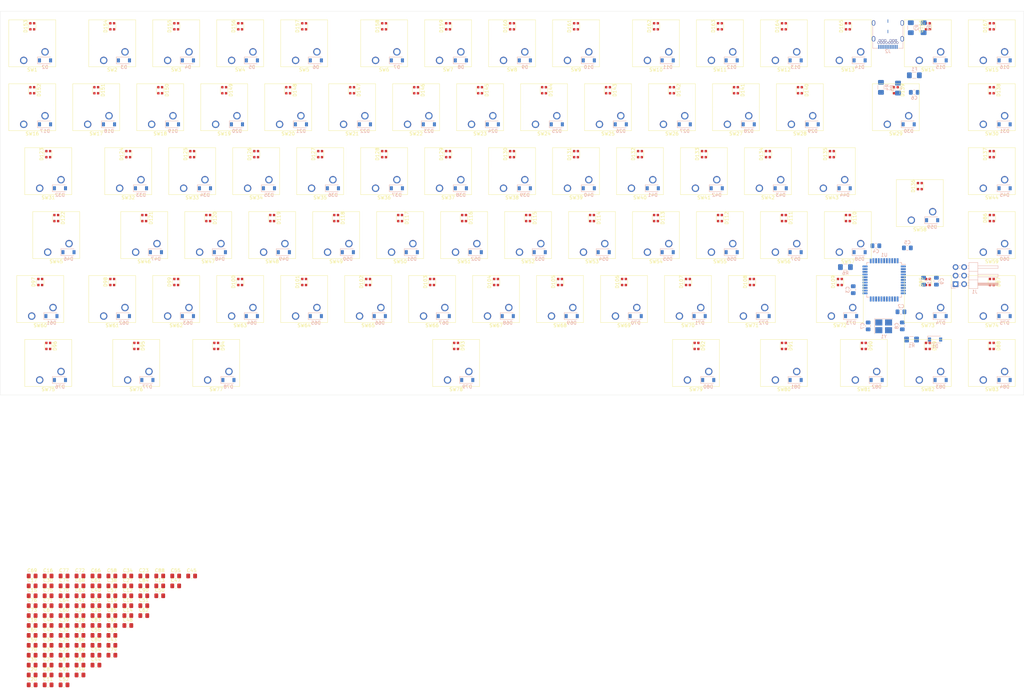
<source format=kicad_pcb>
(kicad_pcb (version 20171130) (host pcbnew 5.1.5+dfsg1-2build2)

  (general
    (thickness 1.6)
    (drawings 4)
    (tracks 0)
    (zones 0)
    (modules 353)
    (nets 217)
  )

  (page A3)
  (layers
    (0 F.Cu signal)
    (31 B.Cu signal)
    (32 B.Adhes user)
    (33 F.Adhes user)
    (34 B.Paste user)
    (35 F.Paste user)
    (36 B.SilkS user)
    (37 F.SilkS user)
    (38 B.Mask user)
    (39 F.Mask user)
    (40 Dwgs.User user)
    (41 Cmts.User user)
    (42 Eco1.User user)
    (43 Eco2.User user)
    (44 Edge.Cuts user)
    (45 Margin user)
    (46 B.CrtYd user)
    (47 F.CrtYd user)
    (48 B.Fab user)
    (49 F.Fab user)
  )

  (setup
    (last_trace_width 0.25)
    (trace_clearance 0.2)
    (zone_clearance 0.508)
    (zone_45_only no)
    (trace_min 0.2)
    (via_size 0.8)
    (via_drill 0.4)
    (via_min_size 0.6)
    (via_min_drill 0.3)
    (uvia_size 0.3)
    (uvia_drill 0.1)
    (uvias_allowed no)
    (uvia_min_size 0.2)
    (uvia_min_drill 0.1)
    (edge_width 0.05)
    (segment_width 0.2)
    (pcb_text_width 0.3)
    (pcb_text_size 1.5 1.5)
    (mod_edge_width 0.12)
    (mod_text_size 1 1)
    (mod_text_width 0.15)
    (pad_size 1.524 1.524)
    (pad_drill 0.762)
    (pad_to_mask_clearance 0.051)
    (solder_mask_min_width 0.25)
    (aux_axis_origin 0 0)
    (visible_elements FFFFF77F)
    (pcbplotparams
      (layerselection 0x010fc_ffffffff)
      (usegerberextensions false)
      (usegerberattributes false)
      (usegerberadvancedattributes false)
      (creategerberjobfile false)
      (excludeedgelayer true)
      (linewidth 0.100000)
      (plotframeref false)
      (viasonmask false)
      (mode 1)
      (useauxorigin false)
      (hpglpennumber 1)
      (hpglpenspeed 20)
      (hpglpendiameter 15.000000)
      (psnegative false)
      (psa4output false)
      (plotreference true)
      (plotvalue true)
      (plotinvisibletext false)
      (padsonsilk false)
      (subtractmaskfromsilk false)
      (outputformat 1)
      (mirror false)
      (drillshape 1)
      (scaleselection 1)
      (outputdirectory ""))
  )

  (net 0 "")
  (net 1 GND)
  (net 2 +5V)
  (net 3 "Net-(C7-Pad1)")
  (net 4 "Net-(C8-Pad2)")
  (net 5 "Net-(C9-Pad1)")
  (net 6 RST)
  (net 7 ROW0)
  (net 8 "Net-(D2-Pad2)")
  (net 9 "Net-(D3-Pad2)")
  (net 10 "Net-(D4-Pad2)")
  (net 11 "Net-(D5-Pad2)")
  (net 12 "Net-(D6-Pad2)")
  (net 13 "Net-(D7-Pad2)")
  (net 14 "Net-(D8-Pad2)")
  (net 15 "Net-(D9-Pad2)")
  (net 16 "Net-(D10-Pad2)")
  (net 17 "Net-(D11-Pad2)")
  (net 18 "Net-(D12-Pad2)")
  (net 19 "Net-(D13-Pad2)")
  (net 20 "Net-(D14-Pad2)")
  (net 21 "Net-(D15-Pad2)")
  (net 22 "Net-(D16-Pad2)")
  (net 23 ROW1)
  (net 24 "Net-(D17-Pad2)")
  (net 25 "Net-(D18-Pad2)")
  (net 26 "Net-(D19-Pad2)")
  (net 27 "Net-(D20-Pad2)")
  (net 28 "Net-(D21-Pad2)")
  (net 29 "Net-(D22-Pad2)")
  (net 30 "Net-(D23-Pad2)")
  (net 31 "Net-(D24-Pad2)")
  (net 32 "Net-(D25-Pad2)")
  (net 33 "Net-(D26-Pad2)")
  (net 34 "Net-(D27-Pad2)")
  (net 35 "Net-(D28-Pad2)")
  (net 36 "Net-(D29-Pad2)")
  (net 37 "Net-(D30-Pad2)")
  (net 38 "Net-(D31-Pad2)")
  (net 39 "Net-(D32-Pad2)")
  (net 40 ROW2)
  (net 41 "Net-(D33-Pad2)")
  (net 42 "Net-(D34-Pad2)")
  (net 43 "Net-(D35-Pad2)")
  (net 44 "Net-(D36-Pad2)")
  (net 45 "Net-(D37-Pad2)")
  (net 46 "Net-(D38-Pad2)")
  (net 47 "Net-(D39-Pad2)")
  (net 48 "Net-(D40-Pad2)")
  (net 49 "Net-(D41-Pad2)")
  (net 50 "Net-(D42-Pad2)")
  (net 51 "Net-(D43-Pad2)")
  (net 52 "Net-(D44-Pad2)")
  (net 53 "Net-(D45-Pad2)")
  (net 54 "Net-(D46-Pad2)")
  (net 55 ROW3)
  (net 56 "Net-(D47-Pad2)")
  (net 57 "Net-(D48-Pad2)")
  (net 58 "Net-(D49-Pad2)")
  (net 59 "Net-(D50-Pad2)")
  (net 60 "Net-(D51-Pad2)")
  (net 61 "Net-(D52-Pad2)")
  (net 62 "Net-(D53-Pad2)")
  (net 63 "Net-(D54-Pad2)")
  (net 64 "Net-(D55-Pad2)")
  (net 65 "Net-(D56-Pad2)")
  (net 66 "Net-(D57-Pad2)")
  (net 67 "Net-(D58-Pad2)")
  (net 68 "Net-(D59-Pad2)")
  (net 69 "Net-(D60-Pad2)")
  (net 70 ROW4)
  (net 71 "Net-(D61-Pad2)")
  (net 72 "Net-(D62-Pad2)")
  (net 73 "Net-(D63-Pad2)")
  (net 74 "Net-(D64-Pad2)")
  (net 75 "Net-(D65-Pad2)")
  (net 76 "Net-(D66-Pad2)")
  (net 77 "Net-(D67-Pad2)")
  (net 78 "Net-(D68-Pad2)")
  (net 79 "Net-(D69-Pad2)")
  (net 80 "Net-(D70-Pad2)")
  (net 81 "Net-(D71-Pad2)")
  (net 82 "Net-(D72-Pad2)")
  (net 83 "Net-(D73-Pad2)")
  (net 84 "Net-(D74-Pad2)")
  (net 85 "Net-(D75-Pad2)")
  (net 86 ROW5)
  (net 87 "Net-(D76-Pad2)")
  (net 88 "Net-(D77-Pad2)")
  (net 89 "Net-(D78-Pad2)")
  (net 90 "Net-(D79-Pad2)")
  (net 91 "Net-(D80-Pad2)")
  (net 92 "Net-(D81-Pad2)")
  (net 93 "Net-(D82-Pad2)")
  (net 94 "Net-(D83-Pad2)")
  (net 95 "Net-(D84-Pad2)")
  (net 96 "Net-(D85-Pad2)")
  (net 97 DIN)
  (net 98 "Net-(D86-Pad2)")
  (net 99 "Net-(D87-Pad2)")
  (net 100 "Net-(D88-Pad2)")
  (net 101 "Net-(D89-Pad2)")
  (net 102 "Net-(D90-Pad2)")
  (net 103 "Net-(D91-Pad2)")
  (net 104 "Net-(D92-Pad2)")
  (net 105 "Net-(D93-Pad2)")
  (net 106 "Net-(D94-Pad2)")
  (net 107 "Net-(D95-Pad2)")
  (net 108 "Net-(D96-Pad2)")
  (net 109 "Net-(D97-Pad2)")
  (net 110 "Net-(D98-Pad2)")
  (net 111 "Net-(D100-Pad4)")
  (net 112 "Net-(D100-Pad2)")
  (net 113 "Net-(D101-Pad2)")
  (net 114 "Net-(D102-Pad2)")
  (net 115 "Net-(D103-Pad2)")
  (net 116 "Net-(D104-Pad2)")
  (net 117 "Net-(D105-Pad2)")
  (net 118 "Net-(D106-Pad2)")
  (net 119 "Net-(D107-Pad2)")
  (net 120 "Net-(D108-Pad2)")
  (net 121 "Net-(D109-Pad2)")
  (net 122 "Net-(D110-Pad2)")
  (net 123 "Net-(D111-Pad2)")
  (net 124 "Net-(D112-Pad2)")
  (net 125 "Net-(D113-Pad2)")
  (net 126 "Net-(D114-Pad2)")
  (net 127 "Net-(D115-Pad2)")
  (net 128 "Net-(D116-Pad2)")
  (net 129 "Net-(D117-Pad2)")
  (net 130 "Net-(D118-Pad2)")
  (net 131 "Net-(D119-Pad2)")
  (net 132 "Net-(D120-Pad2)")
  (net 133 "Net-(D121-Pad2)")
  (net 134 "Net-(D122-Pad2)")
  (net 135 "Net-(D123-Pad2)")
  (net 136 "Net-(D124-Pad2)")
  (net 137 "Net-(D125-Pad2)")
  (net 138 "Net-(D126-Pad2)")
  (net 139 "Net-(D127-Pad2)")
  (net 140 "Net-(D128-Pad2)")
  (net 141 "Net-(D129-Pad2)")
  (net 142 "Net-(D130-Pad2)")
  (net 143 "Net-(D131-Pad2)")
  (net 144 "Net-(D132-Pad2)")
  (net 145 "Net-(D133-Pad2)")
  (net 146 "Net-(D134-Pad2)")
  (net 147 "Net-(D135-Pad2)")
  (net 148 "Net-(D136-Pad2)")
  (net 149 "Net-(D137-Pad2)")
  (net 150 "Net-(D138-Pad2)")
  (net 151 "Net-(D139-Pad2)")
  (net 152 "Net-(D140-Pad2)")
  (net 153 "Net-(D141-Pad2)")
  (net 154 "Net-(D142-Pad2)")
  (net 155 "Net-(D143-Pad2)")
  (net 156 "Net-(D144-Pad2)")
  (net 157 "Net-(D145-Pad2)")
  (net 158 "Net-(D146-Pad2)")
  (net 159 "Net-(D147-Pad2)")
  (net 160 "Net-(D148-Pad2)")
  (net 161 "Net-(D149-Pad2)")
  (net 162 "Net-(D150-Pad2)")
  (net 163 "Net-(D151-Pad2)")
  (net 164 "Net-(D152-Pad2)")
  (net 165 "Net-(D153-Pad2)")
  (net 166 "Net-(D154-Pad2)")
  (net 167 "Net-(D155-Pad2)")
  (net 168 "Net-(D156-Pad2)")
  (net 169 "Net-(D157-Pad2)")
  (net 170 "Net-(D158-Pad2)")
  (net 171 "Net-(D159-Pad2)")
  (net 172 "Net-(D160-Pad2)")
  (net 173 "Net-(D161-Pad2)")
  (net 174 "Net-(D162-Pad2)")
  (net 175 "Net-(D163-Pad2)")
  (net 176 "Net-(D164-Pad2)")
  (net 177 "Net-(D165-Pad2)")
  (net 178 "Net-(D166-Pad2)")
  (net 179 "Net-(D167-Pad2)")
  (net 180 "Net-(F1-Pad2)")
  (net 181 COL02)
  (net 182 COL00)
  (net 183 COL01)
  (net 184 "Net-(J2-PadA11)")
  (net 185 "Net-(J2-PadA10)")
  (net 186 "Net-(J2-PadA8)")
  (net 187 D-)
  (net 188 D+)
  (net 189 "Net-(J2-PadA5)")
  (net 190 "Net-(J2-PadA3)")
  (net 191 "Net-(J2-PadA2)")
  (net 192 "Net-(J2-PadB10)")
  (net 193 "Net-(J2-PadB3)")
  (net 194 "Net-(J2-PadB8)")
  (net 195 "Net-(J2-PadB5)")
  (net 196 "Net-(J2-PadB2)")
  (net 197 "Net-(J2-PadB11)")
  (net 198 "Net-(R4-Pad1)")
  (net 199 "Net-(R5-Pad2)")
  (net 200 "Net-(R6-Pad2)")
  (net 201 COL03)
  (net 202 COL04)
  (net 203 COL06)
  (net 204 COL07)
  (net 205 COL08)
  (net 206 COL09)
  (net 207 COL10)
  (net 208 COL11)
  (net 209 COL12)
  (net 210 COL13)
  (net 211 COL14)
  (net 212 COL15)
  (net 213 COL05)
  (net 214 "Net-(U1-Pad1)")
  (net 215 "Net-(U1-Pad8)")
  (net 216 "Net-(U1-Pad42)")

  (net_class Default "Dies ist die voreingestellte Netzklasse."
    (clearance 0.2)
    (trace_width 0.25)
    (via_dia 0.8)
    (via_drill 0.4)
    (uvia_dia 0.3)
    (uvia_drill 0.1)
    (add_net +5V)
    (add_net COL00)
    (add_net COL01)
    (add_net COL02)
    (add_net COL03)
    (add_net COL04)
    (add_net COL05)
    (add_net COL06)
    (add_net COL07)
    (add_net COL08)
    (add_net COL09)
    (add_net COL10)
    (add_net COL11)
    (add_net COL12)
    (add_net COL13)
    (add_net COL14)
    (add_net COL15)
    (add_net D+)
    (add_net D-)
    (add_net DIN)
    (add_net GND)
    (add_net "Net-(C7-Pad1)")
    (add_net "Net-(C8-Pad2)")
    (add_net "Net-(C9-Pad1)")
    (add_net "Net-(D10-Pad2)")
    (add_net "Net-(D100-Pad2)")
    (add_net "Net-(D100-Pad4)")
    (add_net "Net-(D101-Pad2)")
    (add_net "Net-(D102-Pad2)")
    (add_net "Net-(D103-Pad2)")
    (add_net "Net-(D104-Pad2)")
    (add_net "Net-(D105-Pad2)")
    (add_net "Net-(D106-Pad2)")
    (add_net "Net-(D107-Pad2)")
    (add_net "Net-(D108-Pad2)")
    (add_net "Net-(D109-Pad2)")
    (add_net "Net-(D11-Pad2)")
    (add_net "Net-(D110-Pad2)")
    (add_net "Net-(D111-Pad2)")
    (add_net "Net-(D112-Pad2)")
    (add_net "Net-(D113-Pad2)")
    (add_net "Net-(D114-Pad2)")
    (add_net "Net-(D115-Pad2)")
    (add_net "Net-(D116-Pad2)")
    (add_net "Net-(D117-Pad2)")
    (add_net "Net-(D118-Pad2)")
    (add_net "Net-(D119-Pad2)")
    (add_net "Net-(D12-Pad2)")
    (add_net "Net-(D120-Pad2)")
    (add_net "Net-(D121-Pad2)")
    (add_net "Net-(D122-Pad2)")
    (add_net "Net-(D123-Pad2)")
    (add_net "Net-(D124-Pad2)")
    (add_net "Net-(D125-Pad2)")
    (add_net "Net-(D126-Pad2)")
    (add_net "Net-(D127-Pad2)")
    (add_net "Net-(D128-Pad2)")
    (add_net "Net-(D129-Pad2)")
    (add_net "Net-(D13-Pad2)")
    (add_net "Net-(D130-Pad2)")
    (add_net "Net-(D131-Pad2)")
    (add_net "Net-(D132-Pad2)")
    (add_net "Net-(D133-Pad2)")
    (add_net "Net-(D134-Pad2)")
    (add_net "Net-(D135-Pad2)")
    (add_net "Net-(D136-Pad2)")
    (add_net "Net-(D137-Pad2)")
    (add_net "Net-(D138-Pad2)")
    (add_net "Net-(D139-Pad2)")
    (add_net "Net-(D14-Pad2)")
    (add_net "Net-(D140-Pad2)")
    (add_net "Net-(D141-Pad2)")
    (add_net "Net-(D142-Pad2)")
    (add_net "Net-(D143-Pad2)")
    (add_net "Net-(D144-Pad2)")
    (add_net "Net-(D145-Pad2)")
    (add_net "Net-(D146-Pad2)")
    (add_net "Net-(D147-Pad2)")
    (add_net "Net-(D148-Pad2)")
    (add_net "Net-(D149-Pad2)")
    (add_net "Net-(D15-Pad2)")
    (add_net "Net-(D150-Pad2)")
    (add_net "Net-(D151-Pad2)")
    (add_net "Net-(D152-Pad2)")
    (add_net "Net-(D153-Pad2)")
    (add_net "Net-(D154-Pad2)")
    (add_net "Net-(D155-Pad2)")
    (add_net "Net-(D156-Pad2)")
    (add_net "Net-(D157-Pad2)")
    (add_net "Net-(D158-Pad2)")
    (add_net "Net-(D159-Pad2)")
    (add_net "Net-(D16-Pad2)")
    (add_net "Net-(D160-Pad2)")
    (add_net "Net-(D161-Pad2)")
    (add_net "Net-(D162-Pad2)")
    (add_net "Net-(D163-Pad2)")
    (add_net "Net-(D164-Pad2)")
    (add_net "Net-(D165-Pad2)")
    (add_net "Net-(D166-Pad2)")
    (add_net "Net-(D167-Pad2)")
    (add_net "Net-(D17-Pad2)")
    (add_net "Net-(D18-Pad2)")
    (add_net "Net-(D19-Pad2)")
    (add_net "Net-(D2-Pad2)")
    (add_net "Net-(D20-Pad2)")
    (add_net "Net-(D21-Pad2)")
    (add_net "Net-(D22-Pad2)")
    (add_net "Net-(D23-Pad2)")
    (add_net "Net-(D24-Pad2)")
    (add_net "Net-(D25-Pad2)")
    (add_net "Net-(D26-Pad2)")
    (add_net "Net-(D27-Pad2)")
    (add_net "Net-(D28-Pad2)")
    (add_net "Net-(D29-Pad2)")
    (add_net "Net-(D3-Pad2)")
    (add_net "Net-(D30-Pad2)")
    (add_net "Net-(D31-Pad2)")
    (add_net "Net-(D32-Pad2)")
    (add_net "Net-(D33-Pad2)")
    (add_net "Net-(D34-Pad2)")
    (add_net "Net-(D35-Pad2)")
    (add_net "Net-(D36-Pad2)")
    (add_net "Net-(D37-Pad2)")
    (add_net "Net-(D38-Pad2)")
    (add_net "Net-(D39-Pad2)")
    (add_net "Net-(D4-Pad2)")
    (add_net "Net-(D40-Pad2)")
    (add_net "Net-(D41-Pad2)")
    (add_net "Net-(D42-Pad2)")
    (add_net "Net-(D43-Pad2)")
    (add_net "Net-(D44-Pad2)")
    (add_net "Net-(D45-Pad2)")
    (add_net "Net-(D46-Pad2)")
    (add_net "Net-(D47-Pad2)")
    (add_net "Net-(D48-Pad2)")
    (add_net "Net-(D49-Pad2)")
    (add_net "Net-(D5-Pad2)")
    (add_net "Net-(D50-Pad2)")
    (add_net "Net-(D51-Pad2)")
    (add_net "Net-(D52-Pad2)")
    (add_net "Net-(D53-Pad2)")
    (add_net "Net-(D54-Pad2)")
    (add_net "Net-(D55-Pad2)")
    (add_net "Net-(D56-Pad2)")
    (add_net "Net-(D57-Pad2)")
    (add_net "Net-(D58-Pad2)")
    (add_net "Net-(D59-Pad2)")
    (add_net "Net-(D6-Pad2)")
    (add_net "Net-(D60-Pad2)")
    (add_net "Net-(D61-Pad2)")
    (add_net "Net-(D62-Pad2)")
    (add_net "Net-(D63-Pad2)")
    (add_net "Net-(D64-Pad2)")
    (add_net "Net-(D65-Pad2)")
    (add_net "Net-(D66-Pad2)")
    (add_net "Net-(D67-Pad2)")
    (add_net "Net-(D68-Pad2)")
    (add_net "Net-(D69-Pad2)")
    (add_net "Net-(D7-Pad2)")
    (add_net "Net-(D70-Pad2)")
    (add_net "Net-(D71-Pad2)")
    (add_net "Net-(D72-Pad2)")
    (add_net "Net-(D73-Pad2)")
    (add_net "Net-(D74-Pad2)")
    (add_net "Net-(D75-Pad2)")
    (add_net "Net-(D76-Pad2)")
    (add_net "Net-(D77-Pad2)")
    (add_net "Net-(D78-Pad2)")
    (add_net "Net-(D79-Pad2)")
    (add_net "Net-(D8-Pad2)")
    (add_net "Net-(D80-Pad2)")
    (add_net "Net-(D81-Pad2)")
    (add_net "Net-(D82-Pad2)")
    (add_net "Net-(D83-Pad2)")
    (add_net "Net-(D84-Pad2)")
    (add_net "Net-(D85-Pad2)")
    (add_net "Net-(D86-Pad2)")
    (add_net "Net-(D87-Pad2)")
    (add_net "Net-(D88-Pad2)")
    (add_net "Net-(D89-Pad2)")
    (add_net "Net-(D9-Pad2)")
    (add_net "Net-(D90-Pad2)")
    (add_net "Net-(D91-Pad2)")
    (add_net "Net-(D92-Pad2)")
    (add_net "Net-(D93-Pad2)")
    (add_net "Net-(D94-Pad2)")
    (add_net "Net-(D95-Pad2)")
    (add_net "Net-(D96-Pad2)")
    (add_net "Net-(D97-Pad2)")
    (add_net "Net-(D98-Pad2)")
    (add_net "Net-(F1-Pad2)")
    (add_net "Net-(J2-PadA10)")
    (add_net "Net-(J2-PadA11)")
    (add_net "Net-(J2-PadA2)")
    (add_net "Net-(J2-PadA3)")
    (add_net "Net-(J2-PadA5)")
    (add_net "Net-(J2-PadA8)")
    (add_net "Net-(J2-PadB10)")
    (add_net "Net-(J2-PadB11)")
    (add_net "Net-(J2-PadB2)")
    (add_net "Net-(J2-PadB3)")
    (add_net "Net-(J2-PadB5)")
    (add_net "Net-(J2-PadB8)")
    (add_net "Net-(R4-Pad1)")
    (add_net "Net-(R5-Pad2)")
    (add_net "Net-(R6-Pad2)")
    (add_net "Net-(U1-Pad1)")
    (add_net "Net-(U1-Pad42)")
    (add_net "Net-(U1-Pad8)")
    (add_net ROW0)
    (add_net ROW1)
    (add_net ROW2)
    (add_net ROW3)
    (add_net ROW4)
    (add_net ROW5)
    (add_net RST)
  )

  (module Capacitor_SMD:C_0805_2012Metric_Pad1.15x1.40mm_HandSolder (layer B.Cu) (tedit 5B36C52B) (tstamp 5F1B5C2D)
    (at 313.055 118.5 90)
    (descr "Capacitor SMD 0805 (2012 Metric), square (rectangular) end terminal, IPC_7351 nominal with elongated pad for handsoldering. (Body size source: https://docs.google.com/spreadsheets/d/1BsfQQcO9C6DZCsRaXUlFlo91Tg2WpOkGARC1WS5S8t0/edit?usp=sharing), generated with kicad-footprint-generator")
    (tags "capacitor handsolder")
    (path /5F92990D)
    (attr smd)
    (fp_text reference C1 (at 0 1.65 90) (layer B.SilkS)
      (effects (font (size 1 1) (thickness 0.15)) (justify mirror))
    )
    (fp_text value 0.1uF (at 0 -1.65 90) (layer B.Fab)
      (effects (font (size 1 1) (thickness 0.15)) (justify mirror))
    )
    (fp_text user %R (at 0 0 90) (layer B.Fab)
      (effects (font (size 0.5 0.5) (thickness 0.08)) (justify mirror))
    )
    (fp_line (start 1.85 -0.95) (end -1.85 -0.95) (layer B.CrtYd) (width 0.05))
    (fp_line (start 1.85 0.95) (end 1.85 -0.95) (layer B.CrtYd) (width 0.05))
    (fp_line (start -1.85 0.95) (end 1.85 0.95) (layer B.CrtYd) (width 0.05))
    (fp_line (start -1.85 -0.95) (end -1.85 0.95) (layer B.CrtYd) (width 0.05))
    (fp_line (start -0.261252 -0.71) (end 0.261252 -0.71) (layer B.SilkS) (width 0.12))
    (fp_line (start -0.261252 0.71) (end 0.261252 0.71) (layer B.SilkS) (width 0.12))
    (fp_line (start 1 -0.6) (end -1 -0.6) (layer B.Fab) (width 0.1))
    (fp_line (start 1 0.6) (end 1 -0.6) (layer B.Fab) (width 0.1))
    (fp_line (start -1 0.6) (end 1 0.6) (layer B.Fab) (width 0.1))
    (fp_line (start -1 -0.6) (end -1 0.6) (layer B.Fab) (width 0.1))
    (pad 2 smd roundrect (at 1.025 0 90) (size 1.15 1.4) (layers B.Cu B.Paste B.Mask) (roundrect_rratio 0.217391)
      (net 1 GND))
    (pad 1 smd roundrect (at -1.025 0 90) (size 1.15 1.4) (layers B.Cu B.Paste B.Mask) (roundrect_rratio 0.217391)
      (net 2 +5V))
    (model ${KISYS3DMOD}/Capacitor_SMD.3dshapes/C_0805_2012Metric.wrl
      (at (xyz 0 0 0))
      (scale (xyz 1 1 1))
      (rotate (xyz 0 0 0))
    )
  )

  (module Capacitor_SMD:C_0805_2012Metric_Pad1.15x1.40mm_HandSolder (layer B.Cu) (tedit 5B36C52B) (tstamp 5F15EB29)
    (at 306.315 127.635 180)
    (descr "Capacitor SMD 0805 (2012 Metric), square (rectangular) end terminal, IPC_7351 nominal with elongated pad for handsoldering. (Body size source: https://docs.google.com/spreadsheets/d/1BsfQQcO9C6DZCsRaXUlFlo91Tg2WpOkGARC1WS5S8t0/edit?usp=sharing), generated with kicad-footprint-generator")
    (tags "capacitor handsolder")
    (path /5EFFF252)
    (attr smd)
    (fp_text reference C2 (at 0 1.65) (layer B.SilkS)
      (effects (font (size 1 1) (thickness 0.15)) (justify mirror))
    )
    (fp_text value 0.1uF (at 0 -1.65) (layer B.Fab)
      (effects (font (size 1 1) (thickness 0.15)) (justify mirror))
    )
    (fp_text user %R (at 0 0) (layer B.Fab)
      (effects (font (size 0.5 0.5) (thickness 0.08)) (justify mirror))
    )
    (fp_line (start 1.85 -0.95) (end -1.85 -0.95) (layer B.CrtYd) (width 0.05))
    (fp_line (start 1.85 0.95) (end 1.85 -0.95) (layer B.CrtYd) (width 0.05))
    (fp_line (start -1.85 0.95) (end 1.85 0.95) (layer B.CrtYd) (width 0.05))
    (fp_line (start -1.85 -0.95) (end -1.85 0.95) (layer B.CrtYd) (width 0.05))
    (fp_line (start -0.261252 -0.71) (end 0.261252 -0.71) (layer B.SilkS) (width 0.12))
    (fp_line (start -0.261252 0.71) (end 0.261252 0.71) (layer B.SilkS) (width 0.12))
    (fp_line (start 1 -0.6) (end -1 -0.6) (layer B.Fab) (width 0.1))
    (fp_line (start 1 0.6) (end 1 -0.6) (layer B.Fab) (width 0.1))
    (fp_line (start -1 0.6) (end 1 0.6) (layer B.Fab) (width 0.1))
    (fp_line (start -1 -0.6) (end -1 0.6) (layer B.Fab) (width 0.1))
    (pad 2 smd roundrect (at 1.025 0 180) (size 1.15 1.4) (layers B.Cu B.Paste B.Mask) (roundrect_rratio 0.217391)
      (net 1 GND))
    (pad 1 smd roundrect (at -1.025 0 180) (size 1.15 1.4) (layers B.Cu B.Paste B.Mask) (roundrect_rratio 0.217391)
      (net 2 +5V))
    (model ${KISYS3DMOD}/Capacitor_SMD.3dshapes/C_0805_2012Metric.wrl
      (at (xyz 0 0 0))
      (scale (xyz 1 1 1))
      (rotate (xyz 0 0 0))
    )
  )

  (module Capacitor_SMD:C_0805_2012Metric_Pad1.15x1.40mm_HandSolder (layer B.Cu) (tedit 5B36C52B) (tstamp 5F15EB3A)
    (at 292.1 121.04 270)
    (descr "Capacitor SMD 0805 (2012 Metric), square (rectangular) end terminal, IPC_7351 nominal with elongated pad for handsoldering. (Body size source: https://docs.google.com/spreadsheets/d/1BsfQQcO9C6DZCsRaXUlFlo91Tg2WpOkGARC1WS5S8t0/edit?usp=sharing), generated with kicad-footprint-generator")
    (tags "capacitor handsolder")
    (path /5F00AFA0)
    (attr smd)
    (fp_text reference C3 (at 0 1.65 90) (layer B.SilkS)
      (effects (font (size 1 1) (thickness 0.15)) (justify mirror))
    )
    (fp_text value 0.1uF (at 0 -1.65 90) (layer B.Fab)
      (effects (font (size 1 1) (thickness 0.15)) (justify mirror))
    )
    (fp_text user %R (at 0 0 90) (layer B.Fab)
      (effects (font (size 0.5 0.5) (thickness 0.08)) (justify mirror))
    )
    (fp_line (start 1.85 -0.95) (end -1.85 -0.95) (layer B.CrtYd) (width 0.05))
    (fp_line (start 1.85 0.95) (end 1.85 -0.95) (layer B.CrtYd) (width 0.05))
    (fp_line (start -1.85 0.95) (end 1.85 0.95) (layer B.CrtYd) (width 0.05))
    (fp_line (start -1.85 -0.95) (end -1.85 0.95) (layer B.CrtYd) (width 0.05))
    (fp_line (start -0.261252 -0.71) (end 0.261252 -0.71) (layer B.SilkS) (width 0.12))
    (fp_line (start -0.261252 0.71) (end 0.261252 0.71) (layer B.SilkS) (width 0.12))
    (fp_line (start 1 -0.6) (end -1 -0.6) (layer B.Fab) (width 0.1))
    (fp_line (start 1 0.6) (end 1 -0.6) (layer B.Fab) (width 0.1))
    (fp_line (start -1 0.6) (end 1 0.6) (layer B.Fab) (width 0.1))
    (fp_line (start -1 -0.6) (end -1 0.6) (layer B.Fab) (width 0.1))
    (pad 2 smd roundrect (at 1.025 0 270) (size 1.15 1.4) (layers B.Cu B.Paste B.Mask) (roundrect_rratio 0.217391)
      (net 1 GND))
    (pad 1 smd roundrect (at -1.025 0 270) (size 1.15 1.4) (layers B.Cu B.Paste B.Mask) (roundrect_rratio 0.217391)
      (net 2 +5V))
    (model ${KISYS3DMOD}/Capacitor_SMD.3dshapes/C_0805_2012Metric.wrl
      (at (xyz 0 0 0))
      (scale (xyz 1 1 1))
      (rotate (xyz 0 0 0))
    )
  )

  (module Capacitor_SMD:C_0805_2012Metric_Pad1.15x1.40mm_HandSolder (layer B.Cu) (tedit 5B36C52B) (tstamp 5F15EB4B)
    (at 298.84 107.95)
    (descr "Capacitor SMD 0805 (2012 Metric), square (rectangular) end terminal, IPC_7351 nominal with elongated pad for handsoldering. (Body size source: https://docs.google.com/spreadsheets/d/1BsfQQcO9C6DZCsRaXUlFlo91Tg2WpOkGARC1WS5S8t0/edit?usp=sharing), generated with kicad-footprint-generator")
    (tags "capacitor handsolder")
    (path /5F00B4C3)
    (attr smd)
    (fp_text reference C4 (at 0 1.65) (layer B.SilkS)
      (effects (font (size 1 1) (thickness 0.15)) (justify mirror))
    )
    (fp_text value 0.1uF (at 0 -1.65) (layer B.Fab)
      (effects (font (size 1 1) (thickness 0.15)) (justify mirror))
    )
    (fp_line (start -1 -0.6) (end -1 0.6) (layer B.Fab) (width 0.1))
    (fp_line (start -1 0.6) (end 1 0.6) (layer B.Fab) (width 0.1))
    (fp_line (start 1 0.6) (end 1 -0.6) (layer B.Fab) (width 0.1))
    (fp_line (start 1 -0.6) (end -1 -0.6) (layer B.Fab) (width 0.1))
    (fp_line (start -0.261252 0.71) (end 0.261252 0.71) (layer B.SilkS) (width 0.12))
    (fp_line (start -0.261252 -0.71) (end 0.261252 -0.71) (layer B.SilkS) (width 0.12))
    (fp_line (start -1.85 -0.95) (end -1.85 0.95) (layer B.CrtYd) (width 0.05))
    (fp_line (start -1.85 0.95) (end 1.85 0.95) (layer B.CrtYd) (width 0.05))
    (fp_line (start 1.85 0.95) (end 1.85 -0.95) (layer B.CrtYd) (width 0.05))
    (fp_line (start 1.85 -0.95) (end -1.85 -0.95) (layer B.CrtYd) (width 0.05))
    (fp_text user %R (at 0 0) (layer B.Fab)
      (effects (font (size 0.5 0.5) (thickness 0.08)) (justify mirror))
    )
    (pad 1 smd roundrect (at -1.025 0) (size 1.15 1.4) (layers B.Cu B.Paste B.Mask) (roundrect_rratio 0.217391)
      (net 2 +5V))
    (pad 2 smd roundrect (at 1.025 0) (size 1.15 1.4) (layers B.Cu B.Paste B.Mask) (roundrect_rratio 0.217391)
      (net 1 GND))
    (model ${KISYS3DMOD}/Capacitor_SMD.3dshapes/C_0805_2012Metric.wrl
      (at (xyz 0 0 0))
      (scale (xyz 1 1 1))
      (rotate (xyz 0 0 0))
    )
  )

  (module Capacitor_SMD:C_0805_2012Metric_Pad1.15x1.40mm_HandSolder (layer B.Cu) (tedit 5B36C52B) (tstamp 5F15EB5C)
    (at 308.22 108.585 180)
    (descr "Capacitor SMD 0805 (2012 Metric), square (rectangular) end terminal, IPC_7351 nominal with elongated pad for handsoldering. (Body size source: https://docs.google.com/spreadsheets/d/1BsfQQcO9C6DZCsRaXUlFlo91Tg2WpOkGARC1WS5S8t0/edit?usp=sharing), generated with kicad-footprint-generator")
    (tags "capacitor handsolder")
    (path /5F92A552)
    (attr smd)
    (fp_text reference C5 (at 0 1.65) (layer B.SilkS)
      (effects (font (size 1 1) (thickness 0.15)) (justify mirror))
    )
    (fp_text value 0.1uF (at 0 -1.65) (layer B.Fab)
      (effects (font (size 1 1) (thickness 0.15)) (justify mirror))
    )
    (fp_text user %R (at 0 0) (layer B.Fab)
      (effects (font (size 0.5 0.5) (thickness 0.08)) (justify mirror))
    )
    (fp_line (start 1.85 -0.95) (end -1.85 -0.95) (layer B.CrtYd) (width 0.05))
    (fp_line (start 1.85 0.95) (end 1.85 -0.95) (layer B.CrtYd) (width 0.05))
    (fp_line (start -1.85 0.95) (end 1.85 0.95) (layer B.CrtYd) (width 0.05))
    (fp_line (start -1.85 -0.95) (end -1.85 0.95) (layer B.CrtYd) (width 0.05))
    (fp_line (start -0.261252 -0.71) (end 0.261252 -0.71) (layer B.SilkS) (width 0.12))
    (fp_line (start -0.261252 0.71) (end 0.261252 0.71) (layer B.SilkS) (width 0.12))
    (fp_line (start 1 -0.6) (end -1 -0.6) (layer B.Fab) (width 0.1))
    (fp_line (start 1 0.6) (end 1 -0.6) (layer B.Fab) (width 0.1))
    (fp_line (start -1 0.6) (end 1 0.6) (layer B.Fab) (width 0.1))
    (fp_line (start -1 -0.6) (end -1 0.6) (layer B.Fab) (width 0.1))
    (pad 2 smd roundrect (at 1.025 0 180) (size 1.15 1.4) (layers B.Cu B.Paste B.Mask) (roundrect_rratio 0.217391)
      (net 1 GND))
    (pad 1 smd roundrect (at -1.025 0 180) (size 1.15 1.4) (layers B.Cu B.Paste B.Mask) (roundrect_rratio 0.217391)
      (net 2 +5V))
    (model ${KISYS3DMOD}/Capacitor_SMD.3dshapes/C_0805_2012Metric.wrl
      (at (xyz 0 0 0))
      (scale (xyz 1 1 1))
      (rotate (xyz 0 0 0))
    )
  )

  (module Capacitor_SMD:C_0805_2012Metric_Pad1.15x1.40mm_HandSolder (layer B.Cu) (tedit 5B36C52B) (tstamp 5F15EB6D)
    (at 310.27 62.23)
    (descr "Capacitor SMD 0805 (2012 Metric), square (rectangular) end terminal, IPC_7351 nominal with elongated pad for handsoldering. (Body size source: https://docs.google.com/spreadsheets/d/1BsfQQcO9C6DZCsRaXUlFlo91Tg2WpOkGARC1WS5S8t0/edit?usp=sharing), generated with kicad-footprint-generator")
    (tags "capacitor handsolder")
    (path /5F007EF5)
    (attr smd)
    (fp_text reference C6 (at 0 1.65) (layer B.SilkS)
      (effects (font (size 1 1) (thickness 0.15)) (justify mirror))
    )
    (fp_text value 10uF (at 0 -1.65) (layer B.Fab)
      (effects (font (size 1 1) (thickness 0.15)) (justify mirror))
    )
    (fp_line (start -1 -0.6) (end -1 0.6) (layer B.Fab) (width 0.1))
    (fp_line (start -1 0.6) (end 1 0.6) (layer B.Fab) (width 0.1))
    (fp_line (start 1 0.6) (end 1 -0.6) (layer B.Fab) (width 0.1))
    (fp_line (start 1 -0.6) (end -1 -0.6) (layer B.Fab) (width 0.1))
    (fp_line (start -0.261252 0.71) (end 0.261252 0.71) (layer B.SilkS) (width 0.12))
    (fp_line (start -0.261252 -0.71) (end 0.261252 -0.71) (layer B.SilkS) (width 0.12))
    (fp_line (start -1.85 -0.95) (end -1.85 0.95) (layer B.CrtYd) (width 0.05))
    (fp_line (start -1.85 0.95) (end 1.85 0.95) (layer B.CrtYd) (width 0.05))
    (fp_line (start 1.85 0.95) (end 1.85 -0.95) (layer B.CrtYd) (width 0.05))
    (fp_line (start 1.85 -0.95) (end -1.85 -0.95) (layer B.CrtYd) (width 0.05))
    (fp_text user %R (at 0 0) (layer B.Fab)
      (effects (font (size 0.5 0.5) (thickness 0.08)) (justify mirror))
    )
    (pad 1 smd roundrect (at -1.025 0) (size 1.15 1.4) (layers B.Cu B.Paste B.Mask) (roundrect_rratio 0.217391)
      (net 2 +5V))
    (pad 2 smd roundrect (at 1.025 0) (size 1.15 1.4) (layers B.Cu B.Paste B.Mask) (roundrect_rratio 0.217391)
      (net 1 GND))
    (model ${KISYS3DMOD}/Capacitor_SMD.3dshapes/C_0805_2012Metric.wrl
      (at (xyz 0 0 0))
      (scale (xyz 1 1 1))
      (rotate (xyz 0 0 0))
    )
  )

  (module Capacitor_SMD:C_0805_2012Metric_Pad1.15x1.40mm_HandSolder (layer B.Cu) (tedit 5B36C52B) (tstamp 5F15EB7E)
    (at 296.545 131.835 270)
    (descr "Capacitor SMD 0805 (2012 Metric), square (rectangular) end terminal, IPC_7351 nominal with elongated pad for handsoldering. (Body size source: https://docs.google.com/spreadsheets/d/1BsfQQcO9C6DZCsRaXUlFlo91Tg2WpOkGARC1WS5S8t0/edit?usp=sharing), generated with kicad-footprint-generator")
    (tags "capacitor handsolder")
    (path /5F0786B1)
    (attr smd)
    (fp_text reference C7 (at 0 1.65 90) (layer B.SilkS)
      (effects (font (size 1 1) (thickness 0.15)) (justify mirror))
    )
    (fp_text value 22pF (at 0 -1.65 90) (layer B.Fab)
      (effects (font (size 1 1) (thickness 0.15)) (justify mirror))
    )
    (fp_text user %R (at 0 0 90) (layer B.Fab)
      (effects (font (size 0.5 0.5) (thickness 0.08)) (justify mirror))
    )
    (fp_line (start 1.85 -0.95) (end -1.85 -0.95) (layer B.CrtYd) (width 0.05))
    (fp_line (start 1.85 0.95) (end 1.85 -0.95) (layer B.CrtYd) (width 0.05))
    (fp_line (start -1.85 0.95) (end 1.85 0.95) (layer B.CrtYd) (width 0.05))
    (fp_line (start -1.85 -0.95) (end -1.85 0.95) (layer B.CrtYd) (width 0.05))
    (fp_line (start -0.261252 -0.71) (end 0.261252 -0.71) (layer B.SilkS) (width 0.12))
    (fp_line (start -0.261252 0.71) (end 0.261252 0.71) (layer B.SilkS) (width 0.12))
    (fp_line (start 1 -0.6) (end -1 -0.6) (layer B.Fab) (width 0.1))
    (fp_line (start 1 0.6) (end 1 -0.6) (layer B.Fab) (width 0.1))
    (fp_line (start -1 0.6) (end 1 0.6) (layer B.Fab) (width 0.1))
    (fp_line (start -1 -0.6) (end -1 0.6) (layer B.Fab) (width 0.1))
    (pad 2 smd roundrect (at 1.025 0 270) (size 1.15 1.4) (layers B.Cu B.Paste B.Mask) (roundrect_rratio 0.217391)
      (net 1 GND))
    (pad 1 smd roundrect (at -1.025 0 270) (size 1.15 1.4) (layers B.Cu B.Paste B.Mask) (roundrect_rratio 0.217391)
      (net 3 "Net-(C7-Pad1)"))
    (model ${KISYS3DMOD}/Capacitor_SMD.3dshapes/C_0805_2012Metric.wrl
      (at (xyz 0 0 0))
      (scale (xyz 1 1 1))
      (rotate (xyz 0 0 0))
    )
  )

  (module Capacitor_SMD:C_0805_2012Metric_Pad1.15x1.40mm_HandSolder (layer B.Cu) (tedit 5B36C52B) (tstamp 5F15EB8F)
    (at 306.705 131.835 270)
    (descr "Capacitor SMD 0805 (2012 Metric), square (rectangular) end terminal, IPC_7351 nominal with elongated pad for handsoldering. (Body size source: https://docs.google.com/spreadsheets/d/1BsfQQcO9C6DZCsRaXUlFlo91Tg2WpOkGARC1WS5S8t0/edit?usp=sharing), generated with kicad-footprint-generator")
    (tags "capacitor handsolder")
    (path /5F0BA64F)
    (attr smd)
    (fp_text reference C8 (at 0 1.65 90) (layer B.SilkS)
      (effects (font (size 1 1) (thickness 0.15)) (justify mirror))
    )
    (fp_text value 22pF (at 0 -1.65 90) (layer B.Fab)
      (effects (font (size 1 1) (thickness 0.15)) (justify mirror))
    )
    (fp_text user %R (at 0 0 90) (layer B.Fab)
      (effects (font (size 0.5 0.5) (thickness 0.08)) (justify mirror))
    )
    (fp_line (start 1.85 -0.95) (end -1.85 -0.95) (layer B.CrtYd) (width 0.05))
    (fp_line (start 1.85 0.95) (end 1.85 -0.95) (layer B.CrtYd) (width 0.05))
    (fp_line (start -1.85 0.95) (end 1.85 0.95) (layer B.CrtYd) (width 0.05))
    (fp_line (start -1.85 -0.95) (end -1.85 0.95) (layer B.CrtYd) (width 0.05))
    (fp_line (start -0.261252 -0.71) (end 0.261252 -0.71) (layer B.SilkS) (width 0.12))
    (fp_line (start -0.261252 0.71) (end 0.261252 0.71) (layer B.SilkS) (width 0.12))
    (fp_line (start 1 -0.6) (end -1 -0.6) (layer B.Fab) (width 0.1))
    (fp_line (start 1 0.6) (end 1 -0.6) (layer B.Fab) (width 0.1))
    (fp_line (start -1 0.6) (end 1 0.6) (layer B.Fab) (width 0.1))
    (fp_line (start -1 -0.6) (end -1 0.6) (layer B.Fab) (width 0.1))
    (pad 2 smd roundrect (at 1.025 0 270) (size 1.15 1.4) (layers B.Cu B.Paste B.Mask) (roundrect_rratio 0.217391)
      (net 4 "Net-(C8-Pad2)"))
    (pad 1 smd roundrect (at -1.025 0 270) (size 1.15 1.4) (layers B.Cu B.Paste B.Mask) (roundrect_rratio 0.217391)
      (net 1 GND))
    (model ${KISYS3DMOD}/Capacitor_SMD.3dshapes/C_0805_2012Metric.wrl
      (at (xyz 0 0 0))
      (scale (xyz 1 1 1))
      (rotate (xyz 0 0 0))
    )
  )

  (module Capacitor_SMD:C_0805_2012Metric_Pad1.15x1.40mm_HandSolder (layer B.Cu) (tedit 5B36C52B) (tstamp 5F15EBA0)
    (at 316.865 118.5 90)
    (descr "Capacitor SMD 0805 (2012 Metric), square (rectangular) end terminal, IPC_7351 nominal with elongated pad for handsoldering. (Body size source: https://docs.google.com/spreadsheets/d/1BsfQQcO9C6DZCsRaXUlFlo91Tg2WpOkGARC1WS5S8t0/edit?usp=sharing), generated with kicad-footprint-generator")
    (tags "capacitor handsolder")
    (path /5F049C39)
    (attr smd)
    (fp_text reference C9 (at 0 1.65 90) (layer B.SilkS)
      (effects (font (size 1 1) (thickness 0.15)) (justify mirror))
    )
    (fp_text value 1uF (at 0 -1.65 90) (layer B.Fab)
      (effects (font (size 1 1) (thickness 0.15)) (justify mirror))
    )
    (fp_line (start -1 -0.6) (end -1 0.6) (layer B.Fab) (width 0.1))
    (fp_line (start -1 0.6) (end 1 0.6) (layer B.Fab) (width 0.1))
    (fp_line (start 1 0.6) (end 1 -0.6) (layer B.Fab) (width 0.1))
    (fp_line (start 1 -0.6) (end -1 -0.6) (layer B.Fab) (width 0.1))
    (fp_line (start -0.261252 0.71) (end 0.261252 0.71) (layer B.SilkS) (width 0.12))
    (fp_line (start -0.261252 -0.71) (end 0.261252 -0.71) (layer B.SilkS) (width 0.12))
    (fp_line (start -1.85 -0.95) (end -1.85 0.95) (layer B.CrtYd) (width 0.05))
    (fp_line (start -1.85 0.95) (end 1.85 0.95) (layer B.CrtYd) (width 0.05))
    (fp_line (start 1.85 0.95) (end 1.85 -0.95) (layer B.CrtYd) (width 0.05))
    (fp_line (start 1.85 -0.95) (end -1.85 -0.95) (layer B.CrtYd) (width 0.05))
    (fp_text user %R (at 0 0 90) (layer B.Fab)
      (effects (font (size 0.5 0.5) (thickness 0.08)) (justify mirror))
    )
    (pad 1 smd roundrect (at -1.025 0 90) (size 1.15 1.4) (layers B.Cu B.Paste B.Mask) (roundrect_rratio 0.217391)
      (net 5 "Net-(C9-Pad1)"))
    (pad 2 smd roundrect (at 1.025 0 90) (size 1.15 1.4) (layers B.Cu B.Paste B.Mask) (roundrect_rratio 0.217391)
      (net 1 GND))
    (model ${KISYS3DMOD}/Capacitor_SMD.3dshapes/C_0805_2012Metric.wrl
      (at (xyz 0 0 0))
      (scale (xyz 1 1 1))
      (rotate (xyz 0 0 0))
    )
  )

  (module Capacitor_SMD:C_0805_2012Metric_Pad1.15x1.40mm_HandSolder (layer F.Cu) (tedit 5B36C52B) (tstamp 5F15EBB1)
    (at 76.095001 215.205001)
    (descr "Capacitor SMD 0805 (2012 Metric), square (rectangular) end terminal, IPC_7351 nominal with elongated pad for handsoldering. (Body size source: https://docs.google.com/spreadsheets/d/1BsfQQcO9C6DZCsRaXUlFlo91Tg2WpOkGARC1WS5S8t0/edit?usp=sharing), generated with kicad-footprint-generator")
    (tags "capacitor handsolder")
    (path /5F949B9C/5FD1B778)
    (attr smd)
    (fp_text reference C10 (at 0 -1.65) (layer F.SilkS)
      (effects (font (size 1 1) (thickness 0.15)))
    )
    (fp_text value 0.1uF (at 0 1.65) (layer F.Fab)
      (effects (font (size 1 1) (thickness 0.15)))
    )
    (fp_line (start -1 0.6) (end -1 -0.6) (layer F.Fab) (width 0.1))
    (fp_line (start -1 -0.6) (end 1 -0.6) (layer F.Fab) (width 0.1))
    (fp_line (start 1 -0.6) (end 1 0.6) (layer F.Fab) (width 0.1))
    (fp_line (start 1 0.6) (end -1 0.6) (layer F.Fab) (width 0.1))
    (fp_line (start -0.261252 -0.71) (end 0.261252 -0.71) (layer F.SilkS) (width 0.12))
    (fp_line (start -0.261252 0.71) (end 0.261252 0.71) (layer F.SilkS) (width 0.12))
    (fp_line (start -1.85 0.95) (end -1.85 -0.95) (layer F.CrtYd) (width 0.05))
    (fp_line (start -1.85 -0.95) (end 1.85 -0.95) (layer F.CrtYd) (width 0.05))
    (fp_line (start 1.85 -0.95) (end 1.85 0.95) (layer F.CrtYd) (width 0.05))
    (fp_line (start 1.85 0.95) (end -1.85 0.95) (layer F.CrtYd) (width 0.05))
    (fp_text user %R (at 0 0) (layer F.Fab)
      (effects (font (size 0.5 0.5) (thickness 0.08)))
    )
    (pad 1 smd roundrect (at -1.025 0) (size 1.15 1.4) (layers F.Cu F.Paste F.Mask) (roundrect_rratio 0.217391)
      (net 2 +5V))
    (pad 2 smd roundrect (at 1.025 0) (size 1.15 1.4) (layers F.Cu F.Paste F.Mask) (roundrect_rratio 0.217391)
      (net 1 GND))
    (model ${KISYS3DMOD}/Capacitor_SMD.3dshapes/C_0805_2012Metric.wrl
      (at (xyz 0 0 0))
      (scale (xyz 1 1 1))
      (rotate (xyz 0 0 0))
    )
  )

  (module Capacitor_SMD:C_0805_2012Metric_Pad1.15x1.40mm_HandSolder (layer F.Cu) (tedit 5B36C52B) (tstamp 5F15EBC2)
    (at 52.345001 238.805001)
    (descr "Capacitor SMD 0805 (2012 Metric), square (rectangular) end terminal, IPC_7351 nominal with elongated pad for handsoldering. (Body size source: https://docs.google.com/spreadsheets/d/1BsfQQcO9C6DZCsRaXUlFlo91Tg2WpOkGARC1WS5S8t0/edit?usp=sharing), generated with kicad-footprint-generator")
    (tags "capacitor handsolder")
    (path /5F949B9C/5FD3F1FB)
    (attr smd)
    (fp_text reference C11 (at 0 -1.65) (layer F.SilkS)
      (effects (font (size 1 1) (thickness 0.15)))
    )
    (fp_text value 0.1uF (at 0 1.65) (layer F.Fab)
      (effects (font (size 1 1) (thickness 0.15)))
    )
    (fp_line (start -1 0.6) (end -1 -0.6) (layer F.Fab) (width 0.1))
    (fp_line (start -1 -0.6) (end 1 -0.6) (layer F.Fab) (width 0.1))
    (fp_line (start 1 -0.6) (end 1 0.6) (layer F.Fab) (width 0.1))
    (fp_line (start 1 0.6) (end -1 0.6) (layer F.Fab) (width 0.1))
    (fp_line (start -0.261252 -0.71) (end 0.261252 -0.71) (layer F.SilkS) (width 0.12))
    (fp_line (start -0.261252 0.71) (end 0.261252 0.71) (layer F.SilkS) (width 0.12))
    (fp_line (start -1.85 0.95) (end -1.85 -0.95) (layer F.CrtYd) (width 0.05))
    (fp_line (start -1.85 -0.95) (end 1.85 -0.95) (layer F.CrtYd) (width 0.05))
    (fp_line (start 1.85 -0.95) (end 1.85 0.95) (layer F.CrtYd) (width 0.05))
    (fp_line (start 1.85 0.95) (end -1.85 0.95) (layer F.CrtYd) (width 0.05))
    (fp_text user %R (at 0 0) (layer F.Fab)
      (effects (font (size 0.5 0.5) (thickness 0.08)))
    )
    (pad 1 smd roundrect (at -1.025 0) (size 1.15 1.4) (layers F.Cu F.Paste F.Mask) (roundrect_rratio 0.217391)
      (net 2 +5V))
    (pad 2 smd roundrect (at 1.025 0) (size 1.15 1.4) (layers F.Cu F.Paste F.Mask) (roundrect_rratio 0.217391)
      (net 1 GND))
    (model ${KISYS3DMOD}/Capacitor_SMD.3dshapes/C_0805_2012Metric.wrl
      (at (xyz 0 0 0))
      (scale (xyz 1 1 1))
      (rotate (xyz 0 0 0))
    )
  )

  (module Capacitor_SMD:C_0805_2012Metric_Pad1.15x1.40mm_HandSolder (layer F.Cu) (tedit 5B36C52B) (tstamp 5F15EBD3)
    (at 76.095001 212.255001)
    (descr "Capacitor SMD 0805 (2012 Metric), square (rectangular) end terminal, IPC_7351 nominal with elongated pad for handsoldering. (Body size source: https://docs.google.com/spreadsheets/d/1BsfQQcO9C6DZCsRaXUlFlo91Tg2WpOkGARC1WS5S8t0/edit?usp=sharing), generated with kicad-footprint-generator")
    (tags "capacitor handsolder")
    (path /5F949B9C/5FD40FAE)
    (attr smd)
    (fp_text reference C12 (at 0 -1.65) (layer F.SilkS)
      (effects (font (size 1 1) (thickness 0.15)))
    )
    (fp_text value 0.1uF (at 0 1.65) (layer F.Fab)
      (effects (font (size 1 1) (thickness 0.15)))
    )
    (fp_line (start -1 0.6) (end -1 -0.6) (layer F.Fab) (width 0.1))
    (fp_line (start -1 -0.6) (end 1 -0.6) (layer F.Fab) (width 0.1))
    (fp_line (start 1 -0.6) (end 1 0.6) (layer F.Fab) (width 0.1))
    (fp_line (start 1 0.6) (end -1 0.6) (layer F.Fab) (width 0.1))
    (fp_line (start -0.261252 -0.71) (end 0.261252 -0.71) (layer F.SilkS) (width 0.12))
    (fp_line (start -0.261252 0.71) (end 0.261252 0.71) (layer F.SilkS) (width 0.12))
    (fp_line (start -1.85 0.95) (end -1.85 -0.95) (layer F.CrtYd) (width 0.05))
    (fp_line (start -1.85 -0.95) (end 1.85 -0.95) (layer F.CrtYd) (width 0.05))
    (fp_line (start 1.85 -0.95) (end 1.85 0.95) (layer F.CrtYd) (width 0.05))
    (fp_line (start 1.85 0.95) (end -1.85 0.95) (layer F.CrtYd) (width 0.05))
    (fp_text user %R (at 0 0) (layer F.Fab)
      (effects (font (size 0.5 0.5) (thickness 0.08)))
    )
    (pad 1 smd roundrect (at -1.025 0) (size 1.15 1.4) (layers F.Cu F.Paste F.Mask) (roundrect_rratio 0.217391)
      (net 2 +5V))
    (pad 2 smd roundrect (at 1.025 0) (size 1.15 1.4) (layers F.Cu F.Paste F.Mask) (roundrect_rratio 0.217391)
      (net 1 GND))
    (model ${KISYS3DMOD}/Capacitor_SMD.3dshapes/C_0805_2012Metric.wrl
      (at (xyz 0 0 0))
      (scale (xyz 1 1 1))
      (rotate (xyz 0 0 0))
    )
  )

  (module Capacitor_SMD:C_0805_2012Metric_Pad1.15x1.40mm_HandSolder (layer F.Cu) (tedit 5B36C52B) (tstamp 5F15EBE4)
    (at 85.595001 209.305001)
    (descr "Capacitor SMD 0805 (2012 Metric), square (rectangular) end terminal, IPC_7351 nominal with elongated pad for handsoldering. (Body size source: https://docs.google.com/spreadsheets/d/1BsfQQcO9C6DZCsRaXUlFlo91Tg2WpOkGARC1WS5S8t0/edit?usp=sharing), generated with kicad-footprint-generator")
    (tags "capacitor handsolder")
    (path /5F949B9C/5FD423D5)
    (attr smd)
    (fp_text reference C13 (at 0 -1.65) (layer F.SilkS)
      (effects (font (size 1 1) (thickness 0.15)))
    )
    (fp_text value 0.1uF (at 0 1.65) (layer F.Fab)
      (effects (font (size 1 1) (thickness 0.15)))
    )
    (fp_text user %R (at 0 0) (layer F.Fab)
      (effects (font (size 0.5 0.5) (thickness 0.08)))
    )
    (fp_line (start 1.85 0.95) (end -1.85 0.95) (layer F.CrtYd) (width 0.05))
    (fp_line (start 1.85 -0.95) (end 1.85 0.95) (layer F.CrtYd) (width 0.05))
    (fp_line (start -1.85 -0.95) (end 1.85 -0.95) (layer F.CrtYd) (width 0.05))
    (fp_line (start -1.85 0.95) (end -1.85 -0.95) (layer F.CrtYd) (width 0.05))
    (fp_line (start -0.261252 0.71) (end 0.261252 0.71) (layer F.SilkS) (width 0.12))
    (fp_line (start -0.261252 -0.71) (end 0.261252 -0.71) (layer F.SilkS) (width 0.12))
    (fp_line (start 1 0.6) (end -1 0.6) (layer F.Fab) (width 0.1))
    (fp_line (start 1 -0.6) (end 1 0.6) (layer F.Fab) (width 0.1))
    (fp_line (start -1 -0.6) (end 1 -0.6) (layer F.Fab) (width 0.1))
    (fp_line (start -1 0.6) (end -1 -0.6) (layer F.Fab) (width 0.1))
    (pad 2 smd roundrect (at 1.025 0) (size 1.15 1.4) (layers F.Cu F.Paste F.Mask) (roundrect_rratio 0.217391)
      (net 1 GND))
    (pad 1 smd roundrect (at -1.025 0) (size 1.15 1.4) (layers F.Cu F.Paste F.Mask) (roundrect_rratio 0.217391)
      (net 2 +5V))
    (model ${KISYS3DMOD}/Capacitor_SMD.3dshapes/C_0805_2012Metric.wrl
      (at (xyz 0 0 0))
      (scale (xyz 1 1 1))
      (rotate (xyz 0 0 0))
    )
  )

  (module Capacitor_SMD:C_0805_2012Metric_Pad1.15x1.40mm_HandSolder (layer F.Cu) (tedit 5B36C52B) (tstamp 5F15EBF5)
    (at 76.095001 218.155001)
    (descr "Capacitor SMD 0805 (2012 Metric), square (rectangular) end terminal, IPC_7351 nominal with elongated pad for handsoldering. (Body size source: https://docs.google.com/spreadsheets/d/1BsfQQcO9C6DZCsRaXUlFlo91Tg2WpOkGARC1WS5S8t0/edit?usp=sharing), generated with kicad-footprint-generator")
    (tags "capacitor handsolder")
    (path /5F949B9C/5FD4399A)
    (attr smd)
    (fp_text reference C14 (at 0 -1.65) (layer F.SilkS)
      (effects (font (size 1 1) (thickness 0.15)))
    )
    (fp_text value 0.1uF (at 0 1.65) (layer F.Fab)
      (effects (font (size 1 1) (thickness 0.15)))
    )
    (fp_line (start -1 0.6) (end -1 -0.6) (layer F.Fab) (width 0.1))
    (fp_line (start -1 -0.6) (end 1 -0.6) (layer F.Fab) (width 0.1))
    (fp_line (start 1 -0.6) (end 1 0.6) (layer F.Fab) (width 0.1))
    (fp_line (start 1 0.6) (end -1 0.6) (layer F.Fab) (width 0.1))
    (fp_line (start -0.261252 -0.71) (end 0.261252 -0.71) (layer F.SilkS) (width 0.12))
    (fp_line (start -0.261252 0.71) (end 0.261252 0.71) (layer F.SilkS) (width 0.12))
    (fp_line (start -1.85 0.95) (end -1.85 -0.95) (layer F.CrtYd) (width 0.05))
    (fp_line (start -1.85 -0.95) (end 1.85 -0.95) (layer F.CrtYd) (width 0.05))
    (fp_line (start 1.85 -0.95) (end 1.85 0.95) (layer F.CrtYd) (width 0.05))
    (fp_line (start 1.85 0.95) (end -1.85 0.95) (layer F.CrtYd) (width 0.05))
    (fp_text user %R (at 0 0) (layer F.Fab)
      (effects (font (size 0.5 0.5) (thickness 0.08)))
    )
    (pad 1 smd roundrect (at -1.025 0) (size 1.15 1.4) (layers F.Cu F.Paste F.Mask) (roundrect_rratio 0.217391)
      (net 2 +5V))
    (pad 2 smd roundrect (at 1.025 0) (size 1.15 1.4) (layers F.Cu F.Paste F.Mask) (roundrect_rratio 0.217391)
      (net 1 GND))
    (model ${KISYS3DMOD}/Capacitor_SMD.3dshapes/C_0805_2012Metric.wrl
      (at (xyz 0 0 0))
      (scale (xyz 1 1 1))
      (rotate (xyz 0 0 0))
    )
  )

  (module Capacitor_SMD:C_0805_2012Metric_Pad1.15x1.40mm_HandSolder (layer F.Cu) (tedit 5B36C52B) (tstamp 5F15EC06)
    (at 47.595001 212.255001)
    (descr "Capacitor SMD 0805 (2012 Metric), square (rectangular) end terminal, IPC_7351 nominal with elongated pad for handsoldering. (Body size source: https://docs.google.com/spreadsheets/d/1BsfQQcO9C6DZCsRaXUlFlo91Tg2WpOkGARC1WS5S8t0/edit?usp=sharing), generated with kicad-footprint-generator")
    (tags "capacitor handsolder")
    (path /5F949B9C/5F62CADC)
    (attr smd)
    (fp_text reference C15 (at 0 -1.65) (layer F.SilkS)
      (effects (font (size 1 1) (thickness 0.15)))
    )
    (fp_text value 0.1uF (at 0 1.65) (layer F.Fab)
      (effects (font (size 1 1) (thickness 0.15)))
    )
    (fp_text user %R (at 0 0) (layer F.Fab)
      (effects (font (size 0.5 0.5) (thickness 0.08)))
    )
    (fp_line (start 1.85 0.95) (end -1.85 0.95) (layer F.CrtYd) (width 0.05))
    (fp_line (start 1.85 -0.95) (end 1.85 0.95) (layer F.CrtYd) (width 0.05))
    (fp_line (start -1.85 -0.95) (end 1.85 -0.95) (layer F.CrtYd) (width 0.05))
    (fp_line (start -1.85 0.95) (end -1.85 -0.95) (layer F.CrtYd) (width 0.05))
    (fp_line (start -0.261252 0.71) (end 0.261252 0.71) (layer F.SilkS) (width 0.12))
    (fp_line (start -0.261252 -0.71) (end 0.261252 -0.71) (layer F.SilkS) (width 0.12))
    (fp_line (start 1 0.6) (end -1 0.6) (layer F.Fab) (width 0.1))
    (fp_line (start 1 -0.6) (end 1 0.6) (layer F.Fab) (width 0.1))
    (fp_line (start -1 -0.6) (end 1 -0.6) (layer F.Fab) (width 0.1))
    (fp_line (start -1 0.6) (end -1 -0.6) (layer F.Fab) (width 0.1))
    (pad 2 smd roundrect (at 1.025 0) (size 1.15 1.4) (layers F.Cu F.Paste F.Mask) (roundrect_rratio 0.217391)
      (net 1 GND))
    (pad 1 smd roundrect (at -1.025 0) (size 1.15 1.4) (layers F.Cu F.Paste F.Mask) (roundrect_rratio 0.217391)
      (net 2 +5V))
    (model ${KISYS3DMOD}/Capacitor_SMD.3dshapes/C_0805_2012Metric.wrl
      (at (xyz 0 0 0))
      (scale (xyz 1 1 1))
      (rotate (xyz 0 0 0))
    )
  )

  (module Capacitor_SMD:C_0805_2012Metric_Pad1.15x1.40mm_HandSolder (layer F.Cu) (tedit 5B36C52B) (tstamp 5F15EC17)
    (at 52.345001 206.355001)
    (descr "Capacitor SMD 0805 (2012 Metric), square (rectangular) end terminal, IPC_7351 nominal with elongated pad for handsoldering. (Body size source: https://docs.google.com/spreadsheets/d/1BsfQQcO9C6DZCsRaXUlFlo91Tg2WpOkGARC1WS5S8t0/edit?usp=sharing), generated with kicad-footprint-generator")
    (tags "capacitor handsolder")
    (path /5F949B9C/5F62CAFF)
    (attr smd)
    (fp_text reference C16 (at 0 -1.65) (layer F.SilkS)
      (effects (font (size 1 1) (thickness 0.15)))
    )
    (fp_text value 0.1uF (at 0 1.65) (layer F.Fab)
      (effects (font (size 1 1) (thickness 0.15)))
    )
    (fp_line (start -1 0.6) (end -1 -0.6) (layer F.Fab) (width 0.1))
    (fp_line (start -1 -0.6) (end 1 -0.6) (layer F.Fab) (width 0.1))
    (fp_line (start 1 -0.6) (end 1 0.6) (layer F.Fab) (width 0.1))
    (fp_line (start 1 0.6) (end -1 0.6) (layer F.Fab) (width 0.1))
    (fp_line (start -0.261252 -0.71) (end 0.261252 -0.71) (layer F.SilkS) (width 0.12))
    (fp_line (start -0.261252 0.71) (end 0.261252 0.71) (layer F.SilkS) (width 0.12))
    (fp_line (start -1.85 0.95) (end -1.85 -0.95) (layer F.CrtYd) (width 0.05))
    (fp_line (start -1.85 -0.95) (end 1.85 -0.95) (layer F.CrtYd) (width 0.05))
    (fp_line (start 1.85 -0.95) (end 1.85 0.95) (layer F.CrtYd) (width 0.05))
    (fp_line (start 1.85 0.95) (end -1.85 0.95) (layer F.CrtYd) (width 0.05))
    (fp_text user %R (at 0 0) (layer F.Fab)
      (effects (font (size 0.5 0.5) (thickness 0.08)))
    )
    (pad 1 smd roundrect (at -1.025 0) (size 1.15 1.4) (layers F.Cu F.Paste F.Mask) (roundrect_rratio 0.217391)
      (net 2 +5V))
    (pad 2 smd roundrect (at 1.025 0) (size 1.15 1.4) (layers F.Cu F.Paste F.Mask) (roundrect_rratio 0.217391)
      (net 1 GND))
    (model ${KISYS3DMOD}/Capacitor_SMD.3dshapes/C_0805_2012Metric.wrl
      (at (xyz 0 0 0))
      (scale (xyz 1 1 1))
      (rotate (xyz 0 0 0))
    )
  )

  (module Capacitor_SMD:C_0805_2012Metric_Pad1.15x1.40mm_HandSolder (layer F.Cu) (tedit 5B36C52B) (tstamp 5F15EC28)
    (at 47.595001 209.305001)
    (descr "Capacitor SMD 0805 (2012 Metric), square (rectangular) end terminal, IPC_7351 nominal with elongated pad for handsoldering. (Body size source: https://docs.google.com/spreadsheets/d/1BsfQQcO9C6DZCsRaXUlFlo91Tg2WpOkGARC1WS5S8t0/edit?usp=sharing), generated with kicad-footprint-generator")
    (tags "capacitor handsolder")
    (path /5F949B9C/5F62CB22)
    (attr smd)
    (fp_text reference C17 (at 0 -1.65) (layer F.SilkS)
      (effects (font (size 1 1) (thickness 0.15)))
    )
    (fp_text value 0.1uF (at 0 1.65) (layer F.Fab)
      (effects (font (size 1 1) (thickness 0.15)))
    )
    (fp_text user %R (at 0 0) (layer F.Fab)
      (effects (font (size 0.5 0.5) (thickness 0.08)))
    )
    (fp_line (start 1.85 0.95) (end -1.85 0.95) (layer F.CrtYd) (width 0.05))
    (fp_line (start 1.85 -0.95) (end 1.85 0.95) (layer F.CrtYd) (width 0.05))
    (fp_line (start -1.85 -0.95) (end 1.85 -0.95) (layer F.CrtYd) (width 0.05))
    (fp_line (start -1.85 0.95) (end -1.85 -0.95) (layer F.CrtYd) (width 0.05))
    (fp_line (start -0.261252 0.71) (end 0.261252 0.71) (layer F.SilkS) (width 0.12))
    (fp_line (start -0.261252 -0.71) (end 0.261252 -0.71) (layer F.SilkS) (width 0.12))
    (fp_line (start 1 0.6) (end -1 0.6) (layer F.Fab) (width 0.1))
    (fp_line (start 1 -0.6) (end 1 0.6) (layer F.Fab) (width 0.1))
    (fp_line (start -1 -0.6) (end 1 -0.6) (layer F.Fab) (width 0.1))
    (fp_line (start -1 0.6) (end -1 -0.6) (layer F.Fab) (width 0.1))
    (pad 2 smd roundrect (at 1.025 0) (size 1.15 1.4) (layers F.Cu F.Paste F.Mask) (roundrect_rratio 0.217391)
      (net 1 GND))
    (pad 1 smd roundrect (at -1.025 0) (size 1.15 1.4) (layers F.Cu F.Paste F.Mask) (roundrect_rratio 0.217391)
      (net 2 +5V))
    (model ${KISYS3DMOD}/Capacitor_SMD.3dshapes/C_0805_2012Metric.wrl
      (at (xyz 0 0 0))
      (scale (xyz 1 1 1))
      (rotate (xyz 0 0 0))
    )
  )

  (module Capacitor_SMD:C_0805_2012Metric_Pad1.15x1.40mm_HandSolder (layer F.Cu) (tedit 5B36C52B) (tstamp 5F15EC39)
    (at 47.595001 221.105001)
    (descr "Capacitor SMD 0805 (2012 Metric), square (rectangular) end terminal, IPC_7351 nominal with elongated pad for handsoldering. (Body size source: https://docs.google.com/spreadsheets/d/1BsfQQcO9C6DZCsRaXUlFlo91Tg2WpOkGARC1WS5S8t0/edit?usp=sharing), generated with kicad-footprint-generator")
    (tags "capacitor handsolder")
    (path /5F949B9C/5F62CB45)
    (attr smd)
    (fp_text reference C18 (at 0 -1.65) (layer F.SilkS)
      (effects (font (size 1 1) (thickness 0.15)))
    )
    (fp_text value 0.1uF (at 0 1.65) (layer F.Fab)
      (effects (font (size 1 1) (thickness 0.15)))
    )
    (fp_line (start -1 0.6) (end -1 -0.6) (layer F.Fab) (width 0.1))
    (fp_line (start -1 -0.6) (end 1 -0.6) (layer F.Fab) (width 0.1))
    (fp_line (start 1 -0.6) (end 1 0.6) (layer F.Fab) (width 0.1))
    (fp_line (start 1 0.6) (end -1 0.6) (layer F.Fab) (width 0.1))
    (fp_line (start -0.261252 -0.71) (end 0.261252 -0.71) (layer F.SilkS) (width 0.12))
    (fp_line (start -0.261252 0.71) (end 0.261252 0.71) (layer F.SilkS) (width 0.12))
    (fp_line (start -1.85 0.95) (end -1.85 -0.95) (layer F.CrtYd) (width 0.05))
    (fp_line (start -1.85 -0.95) (end 1.85 -0.95) (layer F.CrtYd) (width 0.05))
    (fp_line (start 1.85 -0.95) (end 1.85 0.95) (layer F.CrtYd) (width 0.05))
    (fp_line (start 1.85 0.95) (end -1.85 0.95) (layer F.CrtYd) (width 0.05))
    (fp_text user %R (at 0 0) (layer F.Fab)
      (effects (font (size 0.5 0.5) (thickness 0.08)))
    )
    (pad 1 smd roundrect (at -1.025 0) (size 1.15 1.4) (layers F.Cu F.Paste F.Mask) (roundrect_rratio 0.217391)
      (net 2 +5V))
    (pad 2 smd roundrect (at 1.025 0) (size 1.15 1.4) (layers F.Cu F.Paste F.Mask) (roundrect_rratio 0.217391)
      (net 1 GND))
    (model ${KISYS3DMOD}/Capacitor_SMD.3dshapes/C_0805_2012Metric.wrl
      (at (xyz 0 0 0))
      (scale (xyz 1 1 1))
      (rotate (xyz 0 0 0))
    )
  )

  (module Capacitor_SMD:C_0805_2012Metric_Pad1.15x1.40mm_HandSolder (layer F.Cu) (tedit 5B36C52B) (tstamp 5F15EC4A)
    (at 71.345001 215.205001)
    (descr "Capacitor SMD 0805 (2012 Metric), square (rectangular) end terminal, IPC_7351 nominal with elongated pad for handsoldering. (Body size source: https://docs.google.com/spreadsheets/d/1BsfQQcO9C6DZCsRaXUlFlo91Tg2WpOkGARC1WS5S8t0/edit?usp=sharing), generated with kicad-footprint-generator")
    (tags "capacitor handsolder")
    (path /5F949B9C/5F62CB67)
    (attr smd)
    (fp_text reference C19 (at 0 -1.65) (layer F.SilkS)
      (effects (font (size 1 1) (thickness 0.15)))
    )
    (fp_text value 0.1uF (at 0 1.65) (layer F.Fab)
      (effects (font (size 1 1) (thickness 0.15)))
    )
    (fp_text user %R (at 0 0) (layer F.Fab)
      (effects (font (size 0.5 0.5) (thickness 0.08)))
    )
    (fp_line (start 1.85 0.95) (end -1.85 0.95) (layer F.CrtYd) (width 0.05))
    (fp_line (start 1.85 -0.95) (end 1.85 0.95) (layer F.CrtYd) (width 0.05))
    (fp_line (start -1.85 -0.95) (end 1.85 -0.95) (layer F.CrtYd) (width 0.05))
    (fp_line (start -1.85 0.95) (end -1.85 -0.95) (layer F.CrtYd) (width 0.05))
    (fp_line (start -0.261252 0.71) (end 0.261252 0.71) (layer F.SilkS) (width 0.12))
    (fp_line (start -0.261252 -0.71) (end 0.261252 -0.71) (layer F.SilkS) (width 0.12))
    (fp_line (start 1 0.6) (end -1 0.6) (layer F.Fab) (width 0.1))
    (fp_line (start 1 -0.6) (end 1 0.6) (layer F.Fab) (width 0.1))
    (fp_line (start -1 -0.6) (end 1 -0.6) (layer F.Fab) (width 0.1))
    (fp_line (start -1 0.6) (end -1 -0.6) (layer F.Fab) (width 0.1))
    (pad 2 smd roundrect (at 1.025 0) (size 1.15 1.4) (layers F.Cu F.Paste F.Mask) (roundrect_rratio 0.217391)
      (net 1 GND))
    (pad 1 smd roundrect (at -1.025 0) (size 1.15 1.4) (layers F.Cu F.Paste F.Mask) (roundrect_rratio 0.217391)
      (net 2 +5V))
    (model ${KISYS3DMOD}/Capacitor_SMD.3dshapes/C_0805_2012Metric.wrl
      (at (xyz 0 0 0))
      (scale (xyz 1 1 1))
      (rotate (xyz 0 0 0))
    )
  )

  (module Capacitor_SMD:C_0805_2012Metric_Pad1.15x1.40mm_HandSolder (layer F.Cu) (tedit 5B36C52B) (tstamp 5F15EC5B)
    (at 47.595001 238.805001)
    (descr "Capacitor SMD 0805 (2012 Metric), square (rectangular) end terminal, IPC_7351 nominal with elongated pad for handsoldering. (Body size source: https://docs.google.com/spreadsheets/d/1BsfQQcO9C6DZCsRaXUlFlo91Tg2WpOkGARC1WS5S8t0/edit?usp=sharing), generated with kicad-footprint-generator")
    (tags "capacitor handsolder")
    (path /5F949B9C/5F6A626C)
    (attr smd)
    (fp_text reference C20 (at 0 -1.65) (layer F.SilkS)
      (effects (font (size 1 1) (thickness 0.15)))
    )
    (fp_text value 0.1uF (at 0 1.65) (layer F.Fab)
      (effects (font (size 1 1) (thickness 0.15)))
    )
    (fp_line (start -1 0.6) (end -1 -0.6) (layer F.Fab) (width 0.1))
    (fp_line (start -1 -0.6) (end 1 -0.6) (layer F.Fab) (width 0.1))
    (fp_line (start 1 -0.6) (end 1 0.6) (layer F.Fab) (width 0.1))
    (fp_line (start 1 0.6) (end -1 0.6) (layer F.Fab) (width 0.1))
    (fp_line (start -0.261252 -0.71) (end 0.261252 -0.71) (layer F.SilkS) (width 0.12))
    (fp_line (start -0.261252 0.71) (end 0.261252 0.71) (layer F.SilkS) (width 0.12))
    (fp_line (start -1.85 0.95) (end -1.85 -0.95) (layer F.CrtYd) (width 0.05))
    (fp_line (start -1.85 -0.95) (end 1.85 -0.95) (layer F.CrtYd) (width 0.05))
    (fp_line (start 1.85 -0.95) (end 1.85 0.95) (layer F.CrtYd) (width 0.05))
    (fp_line (start 1.85 0.95) (end -1.85 0.95) (layer F.CrtYd) (width 0.05))
    (fp_text user %R (at 0 0) (layer F.Fab)
      (effects (font (size 0.5 0.5) (thickness 0.08)))
    )
    (pad 1 smd roundrect (at -1.025 0) (size 1.15 1.4) (layers F.Cu F.Paste F.Mask) (roundrect_rratio 0.217391)
      (net 2 +5V))
    (pad 2 smd roundrect (at 1.025 0) (size 1.15 1.4) (layers F.Cu F.Paste F.Mask) (roundrect_rratio 0.217391)
      (net 1 GND))
    (model ${KISYS3DMOD}/Capacitor_SMD.3dshapes/C_0805_2012Metric.wrl
      (at (xyz 0 0 0))
      (scale (xyz 1 1 1))
      (rotate (xyz 0 0 0))
    )
  )

  (module Capacitor_SMD:C_0805_2012Metric_Pad1.15x1.40mm_HandSolder (layer F.Cu) (tedit 5B36C52B) (tstamp 5F15EC6C)
    (at 61.845001 224.055001)
    (descr "Capacitor SMD 0805 (2012 Metric), square (rectangular) end terminal, IPC_7351 nominal with elongated pad for handsoldering. (Body size source: https://docs.google.com/spreadsheets/d/1BsfQQcO9C6DZCsRaXUlFlo91Tg2WpOkGARC1WS5S8t0/edit?usp=sharing), generated with kicad-footprint-generator")
    (tags "capacitor handsolder")
    (path /5F949B9C/5F6A628F)
    (attr smd)
    (fp_text reference C21 (at 0 -1.65) (layer F.SilkS)
      (effects (font (size 1 1) (thickness 0.15)))
    )
    (fp_text value 0.1uF (at 0 1.65) (layer F.Fab)
      (effects (font (size 1 1) (thickness 0.15)))
    )
    (fp_line (start -1 0.6) (end -1 -0.6) (layer F.Fab) (width 0.1))
    (fp_line (start -1 -0.6) (end 1 -0.6) (layer F.Fab) (width 0.1))
    (fp_line (start 1 -0.6) (end 1 0.6) (layer F.Fab) (width 0.1))
    (fp_line (start 1 0.6) (end -1 0.6) (layer F.Fab) (width 0.1))
    (fp_line (start -0.261252 -0.71) (end 0.261252 -0.71) (layer F.SilkS) (width 0.12))
    (fp_line (start -0.261252 0.71) (end 0.261252 0.71) (layer F.SilkS) (width 0.12))
    (fp_line (start -1.85 0.95) (end -1.85 -0.95) (layer F.CrtYd) (width 0.05))
    (fp_line (start -1.85 -0.95) (end 1.85 -0.95) (layer F.CrtYd) (width 0.05))
    (fp_line (start 1.85 -0.95) (end 1.85 0.95) (layer F.CrtYd) (width 0.05))
    (fp_line (start 1.85 0.95) (end -1.85 0.95) (layer F.CrtYd) (width 0.05))
    (fp_text user %R (at 0 0) (layer F.Fab)
      (effects (font (size 0.5 0.5) (thickness 0.08)))
    )
    (pad 1 smd roundrect (at -1.025 0) (size 1.15 1.4) (layers F.Cu F.Paste F.Mask) (roundrect_rratio 0.217391)
      (net 2 +5V))
    (pad 2 smd roundrect (at 1.025 0) (size 1.15 1.4) (layers F.Cu F.Paste F.Mask) (roundrect_rratio 0.217391)
      (net 1 GND))
    (model ${KISYS3DMOD}/Capacitor_SMD.3dshapes/C_0805_2012Metric.wrl
      (at (xyz 0 0 0))
      (scale (xyz 1 1 1))
      (rotate (xyz 0 0 0))
    )
  )

  (module Capacitor_SMD:C_0805_2012Metric_Pad1.15x1.40mm_HandSolder (layer F.Cu) (tedit 5B36C52B) (tstamp 5F15EC7D)
    (at 57.095001 229.955001)
    (descr "Capacitor SMD 0805 (2012 Metric), square (rectangular) end terminal, IPC_7351 nominal with elongated pad for handsoldering. (Body size source: https://docs.google.com/spreadsheets/d/1BsfQQcO9C6DZCsRaXUlFlo91Tg2WpOkGARC1WS5S8t0/edit?usp=sharing), generated with kicad-footprint-generator")
    (tags "capacitor handsolder")
    (path /5F949B9C/5F6A62B2)
    (attr smd)
    (fp_text reference C22 (at 0 -1.65) (layer F.SilkS)
      (effects (font (size 1 1) (thickness 0.15)))
    )
    (fp_text value 0.1uF (at 0 1.65) (layer F.Fab)
      (effects (font (size 1 1) (thickness 0.15)))
    )
    (fp_line (start -1 0.6) (end -1 -0.6) (layer F.Fab) (width 0.1))
    (fp_line (start -1 -0.6) (end 1 -0.6) (layer F.Fab) (width 0.1))
    (fp_line (start 1 -0.6) (end 1 0.6) (layer F.Fab) (width 0.1))
    (fp_line (start 1 0.6) (end -1 0.6) (layer F.Fab) (width 0.1))
    (fp_line (start -0.261252 -0.71) (end 0.261252 -0.71) (layer F.SilkS) (width 0.12))
    (fp_line (start -0.261252 0.71) (end 0.261252 0.71) (layer F.SilkS) (width 0.12))
    (fp_line (start -1.85 0.95) (end -1.85 -0.95) (layer F.CrtYd) (width 0.05))
    (fp_line (start -1.85 -0.95) (end 1.85 -0.95) (layer F.CrtYd) (width 0.05))
    (fp_line (start 1.85 -0.95) (end 1.85 0.95) (layer F.CrtYd) (width 0.05))
    (fp_line (start 1.85 0.95) (end -1.85 0.95) (layer F.CrtYd) (width 0.05))
    (fp_text user %R (at 0 0) (layer F.Fab)
      (effects (font (size 0.5 0.5) (thickness 0.08)))
    )
    (pad 1 smd roundrect (at -1.025 0) (size 1.15 1.4) (layers F.Cu F.Paste F.Mask) (roundrect_rratio 0.217391)
      (net 2 +5V))
    (pad 2 smd roundrect (at 1.025 0) (size 1.15 1.4) (layers F.Cu F.Paste F.Mask) (roundrect_rratio 0.217391)
      (net 1 GND))
    (model ${KISYS3DMOD}/Capacitor_SMD.3dshapes/C_0805_2012Metric.wrl
      (at (xyz 0 0 0))
      (scale (xyz 1 1 1))
      (rotate (xyz 0 0 0))
    )
  )

  (module Capacitor_SMD:C_0805_2012Metric_Pad1.15x1.40mm_HandSolder (layer F.Cu) (tedit 5B36C52B) (tstamp 5F15EC8E)
    (at 80.845001 206.355001)
    (descr "Capacitor SMD 0805 (2012 Metric), square (rectangular) end terminal, IPC_7351 nominal with elongated pad for handsoldering. (Body size source: https://docs.google.com/spreadsheets/d/1BsfQQcO9C6DZCsRaXUlFlo91Tg2WpOkGARC1WS5S8t0/edit?usp=sharing), generated with kicad-footprint-generator")
    (tags "capacitor handsolder")
    (path /5F949B9C/5F6A62D5)
    (attr smd)
    (fp_text reference C23 (at 0 -1.65) (layer F.SilkS)
      (effects (font (size 1 1) (thickness 0.15)))
    )
    (fp_text value 0.1uF (at 0 1.65) (layer F.Fab)
      (effects (font (size 1 1) (thickness 0.15)))
    )
    (fp_line (start -1 0.6) (end -1 -0.6) (layer F.Fab) (width 0.1))
    (fp_line (start -1 -0.6) (end 1 -0.6) (layer F.Fab) (width 0.1))
    (fp_line (start 1 -0.6) (end 1 0.6) (layer F.Fab) (width 0.1))
    (fp_line (start 1 0.6) (end -1 0.6) (layer F.Fab) (width 0.1))
    (fp_line (start -0.261252 -0.71) (end 0.261252 -0.71) (layer F.SilkS) (width 0.12))
    (fp_line (start -0.261252 0.71) (end 0.261252 0.71) (layer F.SilkS) (width 0.12))
    (fp_line (start -1.85 0.95) (end -1.85 -0.95) (layer F.CrtYd) (width 0.05))
    (fp_line (start -1.85 -0.95) (end 1.85 -0.95) (layer F.CrtYd) (width 0.05))
    (fp_line (start 1.85 -0.95) (end 1.85 0.95) (layer F.CrtYd) (width 0.05))
    (fp_line (start 1.85 0.95) (end -1.85 0.95) (layer F.CrtYd) (width 0.05))
    (fp_text user %R (at 0 0) (layer F.Fab)
      (effects (font (size 0.5 0.5) (thickness 0.08)))
    )
    (pad 1 smd roundrect (at -1.025 0) (size 1.15 1.4) (layers F.Cu F.Paste F.Mask) (roundrect_rratio 0.217391)
      (net 2 +5V))
    (pad 2 smd roundrect (at 1.025 0) (size 1.15 1.4) (layers F.Cu F.Paste F.Mask) (roundrect_rratio 0.217391)
      (net 1 GND))
    (model ${KISYS3DMOD}/Capacitor_SMD.3dshapes/C_0805_2012Metric.wrl
      (at (xyz 0 0 0))
      (scale (xyz 1 1 1))
      (rotate (xyz 0 0 0))
    )
  )

  (module Capacitor_SMD:C_0805_2012Metric_Pad1.15x1.40mm_HandSolder (layer F.Cu) (tedit 5B36C52B) (tstamp 5F15EC9F)
    (at 52.345001 232.905001)
    (descr "Capacitor SMD 0805 (2012 Metric), square (rectangular) end terminal, IPC_7351 nominal with elongated pad for handsoldering. (Body size source: https://docs.google.com/spreadsheets/d/1BsfQQcO9C6DZCsRaXUlFlo91Tg2WpOkGARC1WS5S8t0/edit?usp=sharing), generated with kicad-footprint-generator")
    (tags "capacitor handsolder")
    (path /5F949B9C/5F6A62F8)
    (attr smd)
    (fp_text reference C24 (at 0 -1.65) (layer F.SilkS)
      (effects (font (size 1 1) (thickness 0.15)))
    )
    (fp_text value 0.1uF (at 0 1.65) (layer F.Fab)
      (effects (font (size 1 1) (thickness 0.15)))
    )
    (fp_line (start -1 0.6) (end -1 -0.6) (layer F.Fab) (width 0.1))
    (fp_line (start -1 -0.6) (end 1 -0.6) (layer F.Fab) (width 0.1))
    (fp_line (start 1 -0.6) (end 1 0.6) (layer F.Fab) (width 0.1))
    (fp_line (start 1 0.6) (end -1 0.6) (layer F.Fab) (width 0.1))
    (fp_line (start -0.261252 -0.71) (end 0.261252 -0.71) (layer F.SilkS) (width 0.12))
    (fp_line (start -0.261252 0.71) (end 0.261252 0.71) (layer F.SilkS) (width 0.12))
    (fp_line (start -1.85 0.95) (end -1.85 -0.95) (layer F.CrtYd) (width 0.05))
    (fp_line (start -1.85 -0.95) (end 1.85 -0.95) (layer F.CrtYd) (width 0.05))
    (fp_line (start 1.85 -0.95) (end 1.85 0.95) (layer F.CrtYd) (width 0.05))
    (fp_line (start 1.85 0.95) (end -1.85 0.95) (layer F.CrtYd) (width 0.05))
    (fp_text user %R (at 0 0) (layer F.Fab)
      (effects (font (size 0.5 0.5) (thickness 0.08)))
    )
    (pad 1 smd roundrect (at -1.025 0) (size 1.15 1.4) (layers F.Cu F.Paste F.Mask) (roundrect_rratio 0.217391)
      (net 2 +5V))
    (pad 2 smd roundrect (at 1.025 0) (size 1.15 1.4) (layers F.Cu F.Paste F.Mask) (roundrect_rratio 0.217391)
      (net 1 GND))
    (model ${KISYS3DMOD}/Capacitor_SMD.3dshapes/C_0805_2012Metric.wrl
      (at (xyz 0 0 0))
      (scale (xyz 1 1 1))
      (rotate (xyz 0 0 0))
    )
  )

  (module Capacitor_SMD:C_0805_2012Metric_Pad1.15x1.40mm_HandSolder (layer F.Cu) (tedit 5B36C52B) (tstamp 5F15ECB0)
    (at 57.095001 227.005001)
    (descr "Capacitor SMD 0805 (2012 Metric), square (rectangular) end terminal, IPC_7351 nominal with elongated pad for handsoldering. (Body size source: https://docs.google.com/spreadsheets/d/1BsfQQcO9C6DZCsRaXUlFlo91Tg2WpOkGARC1WS5S8t0/edit?usp=sharing), generated with kicad-footprint-generator")
    (tags "capacitor handsolder")
    (path /5F949B9C/5F6A631B)
    (attr smd)
    (fp_text reference C25 (at 0 -1.65) (layer F.SilkS)
      (effects (font (size 1 1) (thickness 0.15)))
    )
    (fp_text value 0.1uF (at 0 1.65) (layer F.Fab)
      (effects (font (size 1 1) (thickness 0.15)))
    )
    (fp_text user %R (at 0 0) (layer F.Fab)
      (effects (font (size 0.5 0.5) (thickness 0.08)))
    )
    (fp_line (start 1.85 0.95) (end -1.85 0.95) (layer F.CrtYd) (width 0.05))
    (fp_line (start 1.85 -0.95) (end 1.85 0.95) (layer F.CrtYd) (width 0.05))
    (fp_line (start -1.85 -0.95) (end 1.85 -0.95) (layer F.CrtYd) (width 0.05))
    (fp_line (start -1.85 0.95) (end -1.85 -0.95) (layer F.CrtYd) (width 0.05))
    (fp_line (start -0.261252 0.71) (end 0.261252 0.71) (layer F.SilkS) (width 0.12))
    (fp_line (start -0.261252 -0.71) (end 0.261252 -0.71) (layer F.SilkS) (width 0.12))
    (fp_line (start 1 0.6) (end -1 0.6) (layer F.Fab) (width 0.1))
    (fp_line (start 1 -0.6) (end 1 0.6) (layer F.Fab) (width 0.1))
    (fp_line (start -1 -0.6) (end 1 -0.6) (layer F.Fab) (width 0.1))
    (fp_line (start -1 0.6) (end -1 -0.6) (layer F.Fab) (width 0.1))
    (pad 2 smd roundrect (at 1.025 0) (size 1.15 1.4) (layers F.Cu F.Paste F.Mask) (roundrect_rratio 0.217391)
      (net 1 GND))
    (pad 1 smd roundrect (at -1.025 0) (size 1.15 1.4) (layers F.Cu F.Paste F.Mask) (roundrect_rratio 0.217391)
      (net 2 +5V))
    (model ${KISYS3DMOD}/Capacitor_SMD.3dshapes/C_0805_2012Metric.wrl
      (at (xyz 0 0 0))
      (scale (xyz 1 1 1))
      (rotate (xyz 0 0 0))
    )
  )

  (module Capacitor_SMD:C_0805_2012Metric_Pad1.15x1.40mm_HandSolder (layer F.Cu) (tedit 5B36C52B) (tstamp 5F15ECC1)
    (at 66.595001 218.155001)
    (descr "Capacitor SMD 0805 (2012 Metric), square (rectangular) end terminal, IPC_7351 nominal with elongated pad for handsoldering. (Body size source: https://docs.google.com/spreadsheets/d/1BsfQQcO9C6DZCsRaXUlFlo91Tg2WpOkGARC1WS5S8t0/edit?usp=sharing), generated with kicad-footprint-generator")
    (tags "capacitor handsolder")
    (path /5F949B9C/5F6A633E)
    (attr smd)
    (fp_text reference C26 (at 0 -1.65) (layer F.SilkS)
      (effects (font (size 1 1) (thickness 0.15)))
    )
    (fp_text value 0.1uF (at 0 1.65) (layer F.Fab)
      (effects (font (size 1 1) (thickness 0.15)))
    )
    (fp_text user %R (at 0 0) (layer F.Fab)
      (effects (font (size 0.5 0.5) (thickness 0.08)))
    )
    (fp_line (start 1.85 0.95) (end -1.85 0.95) (layer F.CrtYd) (width 0.05))
    (fp_line (start 1.85 -0.95) (end 1.85 0.95) (layer F.CrtYd) (width 0.05))
    (fp_line (start -1.85 -0.95) (end 1.85 -0.95) (layer F.CrtYd) (width 0.05))
    (fp_line (start -1.85 0.95) (end -1.85 -0.95) (layer F.CrtYd) (width 0.05))
    (fp_line (start -0.261252 0.71) (end 0.261252 0.71) (layer F.SilkS) (width 0.12))
    (fp_line (start -0.261252 -0.71) (end 0.261252 -0.71) (layer F.SilkS) (width 0.12))
    (fp_line (start 1 0.6) (end -1 0.6) (layer F.Fab) (width 0.1))
    (fp_line (start 1 -0.6) (end 1 0.6) (layer F.Fab) (width 0.1))
    (fp_line (start -1 -0.6) (end 1 -0.6) (layer F.Fab) (width 0.1))
    (fp_line (start -1 0.6) (end -1 -0.6) (layer F.Fab) (width 0.1))
    (pad 2 smd roundrect (at 1.025 0) (size 1.15 1.4) (layers F.Cu F.Paste F.Mask) (roundrect_rratio 0.217391)
      (net 1 GND))
    (pad 1 smd roundrect (at -1.025 0) (size 1.15 1.4) (layers F.Cu F.Paste F.Mask) (roundrect_rratio 0.217391)
      (net 2 +5V))
    (model ${KISYS3DMOD}/Capacitor_SMD.3dshapes/C_0805_2012Metric.wrl
      (at (xyz 0 0 0))
      (scale (xyz 1 1 1))
      (rotate (xyz 0 0 0))
    )
  )

  (module Capacitor_SMD:C_0805_2012Metric_Pad1.15x1.40mm_HandSolder (layer F.Cu) (tedit 5B36C52B) (tstamp 5F15ECD2)
    (at 76.095001 209.305001)
    (descr "Capacitor SMD 0805 (2012 Metric), square (rectangular) end terminal, IPC_7351 nominal with elongated pad for handsoldering. (Body size source: https://docs.google.com/spreadsheets/d/1BsfQQcO9C6DZCsRaXUlFlo91Tg2WpOkGARC1WS5S8t0/edit?usp=sharing), generated with kicad-footprint-generator")
    (tags "capacitor handsolder")
    (path /5F949B9C/5F6A6361)
    (attr smd)
    (fp_text reference C27 (at 0 -1.65) (layer F.SilkS)
      (effects (font (size 1 1) (thickness 0.15)))
    )
    (fp_text value 0.1uF (at 0 1.65) (layer F.Fab)
      (effects (font (size 1 1) (thickness 0.15)))
    )
    (fp_line (start -1 0.6) (end -1 -0.6) (layer F.Fab) (width 0.1))
    (fp_line (start -1 -0.6) (end 1 -0.6) (layer F.Fab) (width 0.1))
    (fp_line (start 1 -0.6) (end 1 0.6) (layer F.Fab) (width 0.1))
    (fp_line (start 1 0.6) (end -1 0.6) (layer F.Fab) (width 0.1))
    (fp_line (start -0.261252 -0.71) (end 0.261252 -0.71) (layer F.SilkS) (width 0.12))
    (fp_line (start -0.261252 0.71) (end 0.261252 0.71) (layer F.SilkS) (width 0.12))
    (fp_line (start -1.85 0.95) (end -1.85 -0.95) (layer F.CrtYd) (width 0.05))
    (fp_line (start -1.85 -0.95) (end 1.85 -0.95) (layer F.CrtYd) (width 0.05))
    (fp_line (start 1.85 -0.95) (end 1.85 0.95) (layer F.CrtYd) (width 0.05))
    (fp_line (start 1.85 0.95) (end -1.85 0.95) (layer F.CrtYd) (width 0.05))
    (fp_text user %R (at 0 0) (layer F.Fab)
      (effects (font (size 0.5 0.5) (thickness 0.08)))
    )
    (pad 1 smd roundrect (at -1.025 0) (size 1.15 1.4) (layers F.Cu F.Paste F.Mask) (roundrect_rratio 0.217391)
      (net 2 +5V))
    (pad 2 smd roundrect (at 1.025 0) (size 1.15 1.4) (layers F.Cu F.Paste F.Mask) (roundrect_rratio 0.217391)
      (net 1 GND))
    (model ${KISYS3DMOD}/Capacitor_SMD.3dshapes/C_0805_2012Metric.wrl
      (at (xyz 0 0 0))
      (scale (xyz 1 1 1))
      (rotate (xyz 0 0 0))
    )
  )

  (module Capacitor_SMD:C_0805_2012Metric_Pad1.15x1.40mm_HandSolder (layer F.Cu) (tedit 5B36C52B) (tstamp 5F15ECE3)
    (at 61.845001 221.105001)
    (descr "Capacitor SMD 0805 (2012 Metric), square (rectangular) end terminal, IPC_7351 nominal with elongated pad for handsoldering. (Body size source: https://docs.google.com/spreadsheets/d/1BsfQQcO9C6DZCsRaXUlFlo91Tg2WpOkGARC1WS5S8t0/edit?usp=sharing), generated with kicad-footprint-generator")
    (tags "capacitor handsolder")
    (path /5F949B9C/5F6A6384)
    (attr smd)
    (fp_text reference C28 (at 0 -1.65) (layer F.SilkS)
      (effects (font (size 1 1) (thickness 0.15)))
    )
    (fp_text value 0.1uF (at 0 1.65) (layer F.Fab)
      (effects (font (size 1 1) (thickness 0.15)))
    )
    (fp_text user %R (at 0 0) (layer F.Fab)
      (effects (font (size 0.5 0.5) (thickness 0.08)))
    )
    (fp_line (start 1.85 0.95) (end -1.85 0.95) (layer F.CrtYd) (width 0.05))
    (fp_line (start 1.85 -0.95) (end 1.85 0.95) (layer F.CrtYd) (width 0.05))
    (fp_line (start -1.85 -0.95) (end 1.85 -0.95) (layer F.CrtYd) (width 0.05))
    (fp_line (start -1.85 0.95) (end -1.85 -0.95) (layer F.CrtYd) (width 0.05))
    (fp_line (start -0.261252 0.71) (end 0.261252 0.71) (layer F.SilkS) (width 0.12))
    (fp_line (start -0.261252 -0.71) (end 0.261252 -0.71) (layer F.SilkS) (width 0.12))
    (fp_line (start 1 0.6) (end -1 0.6) (layer F.Fab) (width 0.1))
    (fp_line (start 1 -0.6) (end 1 0.6) (layer F.Fab) (width 0.1))
    (fp_line (start -1 -0.6) (end 1 -0.6) (layer F.Fab) (width 0.1))
    (fp_line (start -1 0.6) (end -1 -0.6) (layer F.Fab) (width 0.1))
    (pad 2 smd roundrect (at 1.025 0) (size 1.15 1.4) (layers F.Cu F.Paste F.Mask) (roundrect_rratio 0.217391)
      (net 1 GND))
    (pad 1 smd roundrect (at -1.025 0) (size 1.15 1.4) (layers F.Cu F.Paste F.Mask) (roundrect_rratio 0.217391)
      (net 2 +5V))
    (model ${KISYS3DMOD}/Capacitor_SMD.3dshapes/C_0805_2012Metric.wrl
      (at (xyz 0 0 0))
      (scale (xyz 1 1 1))
      (rotate (xyz 0 0 0))
    )
  )

  (module Capacitor_SMD:C_0805_2012Metric_Pad1.15x1.40mm_HandSolder (layer F.Cu) (tedit 5B36C52B) (tstamp 5F15ECF4)
    (at 47.595001 235.855001)
    (descr "Capacitor SMD 0805 (2012 Metric), square (rectangular) end terminal, IPC_7351 nominal with elongated pad for handsoldering. (Body size source: https://docs.google.com/spreadsheets/d/1BsfQQcO9C6DZCsRaXUlFlo91Tg2WpOkGARC1WS5S8t0/edit?usp=sharing), generated with kicad-footprint-generator")
    (tags "capacitor handsolder")
    (path /5F949B9C/5F6A63A6)
    (attr smd)
    (fp_text reference C29 (at 0 -1.65) (layer F.SilkS)
      (effects (font (size 1 1) (thickness 0.15)))
    )
    (fp_text value 0.1uF (at 0 1.65) (layer F.Fab)
      (effects (font (size 1 1) (thickness 0.15)))
    )
    (fp_text user %R (at 0 0) (layer F.Fab)
      (effects (font (size 0.5 0.5) (thickness 0.08)))
    )
    (fp_line (start 1.85 0.95) (end -1.85 0.95) (layer F.CrtYd) (width 0.05))
    (fp_line (start 1.85 -0.95) (end 1.85 0.95) (layer F.CrtYd) (width 0.05))
    (fp_line (start -1.85 -0.95) (end 1.85 -0.95) (layer F.CrtYd) (width 0.05))
    (fp_line (start -1.85 0.95) (end -1.85 -0.95) (layer F.CrtYd) (width 0.05))
    (fp_line (start -0.261252 0.71) (end 0.261252 0.71) (layer F.SilkS) (width 0.12))
    (fp_line (start -0.261252 -0.71) (end 0.261252 -0.71) (layer F.SilkS) (width 0.12))
    (fp_line (start 1 0.6) (end -1 0.6) (layer F.Fab) (width 0.1))
    (fp_line (start 1 -0.6) (end 1 0.6) (layer F.Fab) (width 0.1))
    (fp_line (start -1 -0.6) (end 1 -0.6) (layer F.Fab) (width 0.1))
    (fp_line (start -1 0.6) (end -1 -0.6) (layer F.Fab) (width 0.1))
    (pad 2 smd roundrect (at 1.025 0) (size 1.15 1.4) (layers F.Cu F.Paste F.Mask) (roundrect_rratio 0.217391)
      (net 1 GND))
    (pad 1 smd roundrect (at -1.025 0) (size 1.15 1.4) (layers F.Cu F.Paste F.Mask) (roundrect_rratio 0.217391)
      (net 2 +5V))
    (model ${KISYS3DMOD}/Capacitor_SMD.3dshapes/C_0805_2012Metric.wrl
      (at (xyz 0 0 0))
      (scale (xyz 1 1 1))
      (rotate (xyz 0 0 0))
    )
  )

  (module Capacitor_SMD:C_0805_2012Metric_Pad1.15x1.40mm_HandSolder (layer F.Cu) (tedit 5B36C52B) (tstamp 5F15ED05)
    (at 52.345001 209.305001)
    (descr "Capacitor SMD 0805 (2012 Metric), square (rectangular) end terminal, IPC_7351 nominal with elongated pad for handsoldering. (Body size source: https://docs.google.com/spreadsheets/d/1BsfQQcO9C6DZCsRaXUlFlo91Tg2WpOkGARC1WS5S8t0/edit?usp=sharing), generated with kicad-footprint-generator")
    (tags "capacitor handsolder")
    (path /5F949B9C/5F6DAEB3)
    (attr smd)
    (fp_text reference C30 (at 0 -1.65) (layer F.SilkS)
      (effects (font (size 1 1) (thickness 0.15)))
    )
    (fp_text value 0.1uF (at 0 1.65) (layer F.Fab)
      (effects (font (size 1 1) (thickness 0.15)))
    )
    (fp_text user %R (at 0 0) (layer F.Fab)
      (effects (font (size 0.5 0.5) (thickness 0.08)))
    )
    (fp_line (start 1.85 0.95) (end -1.85 0.95) (layer F.CrtYd) (width 0.05))
    (fp_line (start 1.85 -0.95) (end 1.85 0.95) (layer F.CrtYd) (width 0.05))
    (fp_line (start -1.85 -0.95) (end 1.85 -0.95) (layer F.CrtYd) (width 0.05))
    (fp_line (start -1.85 0.95) (end -1.85 -0.95) (layer F.CrtYd) (width 0.05))
    (fp_line (start -0.261252 0.71) (end 0.261252 0.71) (layer F.SilkS) (width 0.12))
    (fp_line (start -0.261252 -0.71) (end 0.261252 -0.71) (layer F.SilkS) (width 0.12))
    (fp_line (start 1 0.6) (end -1 0.6) (layer F.Fab) (width 0.1))
    (fp_line (start 1 -0.6) (end 1 0.6) (layer F.Fab) (width 0.1))
    (fp_line (start -1 -0.6) (end 1 -0.6) (layer F.Fab) (width 0.1))
    (fp_line (start -1 0.6) (end -1 -0.6) (layer F.Fab) (width 0.1))
    (pad 2 smd roundrect (at 1.025 0) (size 1.15 1.4) (layers F.Cu F.Paste F.Mask) (roundrect_rratio 0.217391)
      (net 1 GND))
    (pad 1 smd roundrect (at -1.025 0) (size 1.15 1.4) (layers F.Cu F.Paste F.Mask) (roundrect_rratio 0.217391)
      (net 2 +5V))
    (model ${KISYS3DMOD}/Capacitor_SMD.3dshapes/C_0805_2012Metric.wrl
      (at (xyz 0 0 0))
      (scale (xyz 1 1 1))
      (rotate (xyz 0 0 0))
    )
  )

  (module Capacitor_SMD:C_0805_2012Metric_Pad1.15x1.40mm_HandSolder (layer F.Cu) (tedit 5B36C52B) (tstamp 5F15ED16)
    (at 66.595001 215.205001)
    (descr "Capacitor SMD 0805 (2012 Metric), square (rectangular) end terminal, IPC_7351 nominal with elongated pad for handsoldering. (Body size source: https://docs.google.com/spreadsheets/d/1BsfQQcO9C6DZCsRaXUlFlo91Tg2WpOkGARC1WS5S8t0/edit?usp=sharing), generated with kicad-footprint-generator")
    (tags "capacitor handsolder")
    (path /5F949B9C/5F6DAED6)
    (attr smd)
    (fp_text reference C31 (at 0 -1.65) (layer F.SilkS)
      (effects (font (size 1 1) (thickness 0.15)))
    )
    (fp_text value 0.1uF (at 0 1.65) (layer F.Fab)
      (effects (font (size 1 1) (thickness 0.15)))
    )
    (fp_line (start -1 0.6) (end -1 -0.6) (layer F.Fab) (width 0.1))
    (fp_line (start -1 -0.6) (end 1 -0.6) (layer F.Fab) (width 0.1))
    (fp_line (start 1 -0.6) (end 1 0.6) (layer F.Fab) (width 0.1))
    (fp_line (start 1 0.6) (end -1 0.6) (layer F.Fab) (width 0.1))
    (fp_line (start -0.261252 -0.71) (end 0.261252 -0.71) (layer F.SilkS) (width 0.12))
    (fp_line (start -0.261252 0.71) (end 0.261252 0.71) (layer F.SilkS) (width 0.12))
    (fp_line (start -1.85 0.95) (end -1.85 -0.95) (layer F.CrtYd) (width 0.05))
    (fp_line (start -1.85 -0.95) (end 1.85 -0.95) (layer F.CrtYd) (width 0.05))
    (fp_line (start 1.85 -0.95) (end 1.85 0.95) (layer F.CrtYd) (width 0.05))
    (fp_line (start 1.85 0.95) (end -1.85 0.95) (layer F.CrtYd) (width 0.05))
    (fp_text user %R (at 0 0) (layer F.Fab)
      (effects (font (size 0.5 0.5) (thickness 0.08)))
    )
    (pad 1 smd roundrect (at -1.025 0) (size 1.15 1.4) (layers F.Cu F.Paste F.Mask) (roundrect_rratio 0.217391)
      (net 2 +5V))
    (pad 2 smd roundrect (at 1.025 0) (size 1.15 1.4) (layers F.Cu F.Paste F.Mask) (roundrect_rratio 0.217391)
      (net 1 GND))
    (model ${KISYS3DMOD}/Capacitor_SMD.3dshapes/C_0805_2012Metric.wrl
      (at (xyz 0 0 0))
      (scale (xyz 1 1 1))
      (rotate (xyz 0 0 0))
    )
  )

  (module Capacitor_SMD:C_0805_2012Metric_Pad1.15x1.40mm_HandSolder (layer F.Cu) (tedit 5B36C52B) (tstamp 5F15ED27)
    (at 57.095001 224.055001)
    (descr "Capacitor SMD 0805 (2012 Metric), square (rectangular) end terminal, IPC_7351 nominal with elongated pad for handsoldering. (Body size source: https://docs.google.com/spreadsheets/d/1BsfQQcO9C6DZCsRaXUlFlo91Tg2WpOkGARC1WS5S8t0/edit?usp=sharing), generated with kicad-footprint-generator")
    (tags "capacitor handsolder")
    (path /5F949B9C/5F6DAEF9)
    (attr smd)
    (fp_text reference C32 (at 0 -1.65) (layer F.SilkS)
      (effects (font (size 1 1) (thickness 0.15)))
    )
    (fp_text value 0.1uF (at 0 1.65) (layer F.Fab)
      (effects (font (size 1 1) (thickness 0.15)))
    )
    (fp_text user %R (at 0 0) (layer F.Fab)
      (effects (font (size 0.5 0.5) (thickness 0.08)))
    )
    (fp_line (start 1.85 0.95) (end -1.85 0.95) (layer F.CrtYd) (width 0.05))
    (fp_line (start 1.85 -0.95) (end 1.85 0.95) (layer F.CrtYd) (width 0.05))
    (fp_line (start -1.85 -0.95) (end 1.85 -0.95) (layer F.CrtYd) (width 0.05))
    (fp_line (start -1.85 0.95) (end -1.85 -0.95) (layer F.CrtYd) (width 0.05))
    (fp_line (start -0.261252 0.71) (end 0.261252 0.71) (layer F.SilkS) (width 0.12))
    (fp_line (start -0.261252 -0.71) (end 0.261252 -0.71) (layer F.SilkS) (width 0.12))
    (fp_line (start 1 0.6) (end -1 0.6) (layer F.Fab) (width 0.1))
    (fp_line (start 1 -0.6) (end 1 0.6) (layer F.Fab) (width 0.1))
    (fp_line (start -1 -0.6) (end 1 -0.6) (layer F.Fab) (width 0.1))
    (fp_line (start -1 0.6) (end -1 -0.6) (layer F.Fab) (width 0.1))
    (pad 2 smd roundrect (at 1.025 0) (size 1.15 1.4) (layers F.Cu F.Paste F.Mask) (roundrect_rratio 0.217391)
      (net 1 GND))
    (pad 1 smd roundrect (at -1.025 0) (size 1.15 1.4) (layers F.Cu F.Paste F.Mask) (roundrect_rratio 0.217391)
      (net 2 +5V))
    (model ${KISYS3DMOD}/Capacitor_SMD.3dshapes/C_0805_2012Metric.wrl
      (at (xyz 0 0 0))
      (scale (xyz 1 1 1))
      (rotate (xyz 0 0 0))
    )
  )

  (module Capacitor_SMD:C_0805_2012Metric_Pad1.15x1.40mm_HandSolder (layer F.Cu) (tedit 5B36C52B) (tstamp 5F15ED38)
    (at 52.345001 229.955001)
    (descr "Capacitor SMD 0805 (2012 Metric), square (rectangular) end terminal, IPC_7351 nominal with elongated pad for handsoldering. (Body size source: https://docs.google.com/spreadsheets/d/1BsfQQcO9C6DZCsRaXUlFlo91Tg2WpOkGARC1WS5S8t0/edit?usp=sharing), generated with kicad-footprint-generator")
    (tags "capacitor handsolder")
    (path /5F949B9C/5F6DAF1C)
    (attr smd)
    (fp_text reference C33 (at 0 -1.65) (layer F.SilkS)
      (effects (font (size 1 1) (thickness 0.15)))
    )
    (fp_text value 0.1uF (at 0 1.65) (layer F.Fab)
      (effects (font (size 1 1) (thickness 0.15)))
    )
    (fp_line (start -1 0.6) (end -1 -0.6) (layer F.Fab) (width 0.1))
    (fp_line (start -1 -0.6) (end 1 -0.6) (layer F.Fab) (width 0.1))
    (fp_line (start 1 -0.6) (end 1 0.6) (layer F.Fab) (width 0.1))
    (fp_line (start 1 0.6) (end -1 0.6) (layer F.Fab) (width 0.1))
    (fp_line (start -0.261252 -0.71) (end 0.261252 -0.71) (layer F.SilkS) (width 0.12))
    (fp_line (start -0.261252 0.71) (end 0.261252 0.71) (layer F.SilkS) (width 0.12))
    (fp_line (start -1.85 0.95) (end -1.85 -0.95) (layer F.CrtYd) (width 0.05))
    (fp_line (start -1.85 -0.95) (end 1.85 -0.95) (layer F.CrtYd) (width 0.05))
    (fp_line (start 1.85 -0.95) (end 1.85 0.95) (layer F.CrtYd) (width 0.05))
    (fp_line (start 1.85 0.95) (end -1.85 0.95) (layer F.CrtYd) (width 0.05))
    (fp_text user %R (at 0 0) (layer F.Fab)
      (effects (font (size 0.5 0.5) (thickness 0.08)))
    )
    (pad 1 smd roundrect (at -1.025 0) (size 1.15 1.4) (layers F.Cu F.Paste F.Mask) (roundrect_rratio 0.217391)
      (net 2 +5V))
    (pad 2 smd roundrect (at 1.025 0) (size 1.15 1.4) (layers F.Cu F.Paste F.Mask) (roundrect_rratio 0.217391)
      (net 1 GND))
    (model ${KISYS3DMOD}/Capacitor_SMD.3dshapes/C_0805_2012Metric.wrl
      (at (xyz 0 0 0))
      (scale (xyz 1 1 1))
      (rotate (xyz 0 0 0))
    )
  )

  (module Capacitor_SMD:C_0805_2012Metric_Pad1.15x1.40mm_HandSolder (layer F.Cu) (tedit 5B36C52B) (tstamp 5F15ED49)
    (at 76.095001 206.355001)
    (descr "Capacitor SMD 0805 (2012 Metric), square (rectangular) end terminal, IPC_7351 nominal with elongated pad for handsoldering. (Body size source: https://docs.google.com/spreadsheets/d/1BsfQQcO9C6DZCsRaXUlFlo91Tg2WpOkGARC1WS5S8t0/edit?usp=sharing), generated with kicad-footprint-generator")
    (tags "capacitor handsolder")
    (path /5F949B9C/5F6DAF3F)
    (attr smd)
    (fp_text reference C34 (at 0 -1.65) (layer F.SilkS)
      (effects (font (size 1 1) (thickness 0.15)))
    )
    (fp_text value 0.1uF (at 0 1.65) (layer F.Fab)
      (effects (font (size 1 1) (thickness 0.15)))
    )
    (fp_line (start -1 0.6) (end -1 -0.6) (layer F.Fab) (width 0.1))
    (fp_line (start -1 -0.6) (end 1 -0.6) (layer F.Fab) (width 0.1))
    (fp_line (start 1 -0.6) (end 1 0.6) (layer F.Fab) (width 0.1))
    (fp_line (start 1 0.6) (end -1 0.6) (layer F.Fab) (width 0.1))
    (fp_line (start -0.261252 -0.71) (end 0.261252 -0.71) (layer F.SilkS) (width 0.12))
    (fp_line (start -0.261252 0.71) (end 0.261252 0.71) (layer F.SilkS) (width 0.12))
    (fp_line (start -1.85 0.95) (end -1.85 -0.95) (layer F.CrtYd) (width 0.05))
    (fp_line (start -1.85 -0.95) (end 1.85 -0.95) (layer F.CrtYd) (width 0.05))
    (fp_line (start 1.85 -0.95) (end 1.85 0.95) (layer F.CrtYd) (width 0.05))
    (fp_line (start 1.85 0.95) (end -1.85 0.95) (layer F.CrtYd) (width 0.05))
    (fp_text user %R (at 0 0) (layer F.Fab)
      (effects (font (size 0.5 0.5) (thickness 0.08)))
    )
    (pad 1 smd roundrect (at -1.025 0) (size 1.15 1.4) (layers F.Cu F.Paste F.Mask) (roundrect_rratio 0.217391)
      (net 2 +5V))
    (pad 2 smd roundrect (at 1.025 0) (size 1.15 1.4) (layers F.Cu F.Paste F.Mask) (roundrect_rratio 0.217391)
      (net 1 GND))
    (model ${KISYS3DMOD}/Capacitor_SMD.3dshapes/C_0805_2012Metric.wrl
      (at (xyz 0 0 0))
      (scale (xyz 1 1 1))
      (rotate (xyz 0 0 0))
    )
  )

  (module Capacitor_SMD:C_0805_2012Metric_Pad1.15x1.40mm_HandSolder (layer F.Cu) (tedit 5B36C52B) (tstamp 5F15ED5A)
    (at 47.595001 232.905001)
    (descr "Capacitor SMD 0805 (2012 Metric), square (rectangular) end terminal, IPC_7351 nominal with elongated pad for handsoldering. (Body size source: https://docs.google.com/spreadsheets/d/1BsfQQcO9C6DZCsRaXUlFlo91Tg2WpOkGARC1WS5S8t0/edit?usp=sharing), generated with kicad-footprint-generator")
    (tags "capacitor handsolder")
    (path /5F949B9C/5F6DAF62)
    (attr smd)
    (fp_text reference C35 (at 0 -1.65) (layer F.SilkS)
      (effects (font (size 1 1) (thickness 0.15)))
    )
    (fp_text value 0.1uF (at 0 1.65) (layer F.Fab)
      (effects (font (size 1 1) (thickness 0.15)))
    )
    (fp_line (start -1 0.6) (end -1 -0.6) (layer F.Fab) (width 0.1))
    (fp_line (start -1 -0.6) (end 1 -0.6) (layer F.Fab) (width 0.1))
    (fp_line (start 1 -0.6) (end 1 0.6) (layer F.Fab) (width 0.1))
    (fp_line (start 1 0.6) (end -1 0.6) (layer F.Fab) (width 0.1))
    (fp_line (start -0.261252 -0.71) (end 0.261252 -0.71) (layer F.SilkS) (width 0.12))
    (fp_line (start -0.261252 0.71) (end 0.261252 0.71) (layer F.SilkS) (width 0.12))
    (fp_line (start -1.85 0.95) (end -1.85 -0.95) (layer F.CrtYd) (width 0.05))
    (fp_line (start -1.85 -0.95) (end 1.85 -0.95) (layer F.CrtYd) (width 0.05))
    (fp_line (start 1.85 -0.95) (end 1.85 0.95) (layer F.CrtYd) (width 0.05))
    (fp_line (start 1.85 0.95) (end -1.85 0.95) (layer F.CrtYd) (width 0.05))
    (fp_text user %R (at 0 0) (layer F.Fab)
      (effects (font (size 0.5 0.5) (thickness 0.08)))
    )
    (pad 1 smd roundrect (at -1.025 0) (size 1.15 1.4) (layers F.Cu F.Paste F.Mask) (roundrect_rratio 0.217391)
      (net 2 +5V))
    (pad 2 smd roundrect (at 1.025 0) (size 1.15 1.4) (layers F.Cu F.Paste F.Mask) (roundrect_rratio 0.217391)
      (net 1 GND))
    (model ${KISYS3DMOD}/Capacitor_SMD.3dshapes/C_0805_2012Metric.wrl
      (at (xyz 0 0 0))
      (scale (xyz 1 1 1))
      (rotate (xyz 0 0 0))
    )
  )

  (module Capacitor_SMD:C_0805_2012Metric_Pad1.15x1.40mm_HandSolder (layer F.Cu) (tedit 5B36C52B) (tstamp 5F15ED6B)
    (at 52.345001 227.005001)
    (descr "Capacitor SMD 0805 (2012 Metric), square (rectangular) end terminal, IPC_7351 nominal with elongated pad for handsoldering. (Body size source: https://docs.google.com/spreadsheets/d/1BsfQQcO9C6DZCsRaXUlFlo91Tg2WpOkGARC1WS5S8t0/edit?usp=sharing), generated with kicad-footprint-generator")
    (tags "capacitor handsolder")
    (path /5F949B9C/5F6DAF85)
    (attr smd)
    (fp_text reference C36 (at 0 -1.65) (layer F.SilkS)
      (effects (font (size 1 1) (thickness 0.15)))
    )
    (fp_text value 0.1uF (at 0 1.65) (layer F.Fab)
      (effects (font (size 1 1) (thickness 0.15)))
    )
    (fp_line (start -1 0.6) (end -1 -0.6) (layer F.Fab) (width 0.1))
    (fp_line (start -1 -0.6) (end 1 -0.6) (layer F.Fab) (width 0.1))
    (fp_line (start 1 -0.6) (end 1 0.6) (layer F.Fab) (width 0.1))
    (fp_line (start 1 0.6) (end -1 0.6) (layer F.Fab) (width 0.1))
    (fp_line (start -0.261252 -0.71) (end 0.261252 -0.71) (layer F.SilkS) (width 0.12))
    (fp_line (start -0.261252 0.71) (end 0.261252 0.71) (layer F.SilkS) (width 0.12))
    (fp_line (start -1.85 0.95) (end -1.85 -0.95) (layer F.CrtYd) (width 0.05))
    (fp_line (start -1.85 -0.95) (end 1.85 -0.95) (layer F.CrtYd) (width 0.05))
    (fp_line (start 1.85 -0.95) (end 1.85 0.95) (layer F.CrtYd) (width 0.05))
    (fp_line (start 1.85 0.95) (end -1.85 0.95) (layer F.CrtYd) (width 0.05))
    (fp_text user %R (at 0 0) (layer F.Fab)
      (effects (font (size 0.5 0.5) (thickness 0.08)))
    )
    (pad 1 smd roundrect (at -1.025 0) (size 1.15 1.4) (layers F.Cu F.Paste F.Mask) (roundrect_rratio 0.217391)
      (net 2 +5V))
    (pad 2 smd roundrect (at 1.025 0) (size 1.15 1.4) (layers F.Cu F.Paste F.Mask) (roundrect_rratio 0.217391)
      (net 1 GND))
    (model ${KISYS3DMOD}/Capacitor_SMD.3dshapes/C_0805_2012Metric.wrl
      (at (xyz 0 0 0))
      (scale (xyz 1 1 1))
      (rotate (xyz 0 0 0))
    )
  )

  (module Capacitor_SMD:C_0805_2012Metric_Pad1.15x1.40mm_HandSolder (layer F.Cu) (tedit 5B36C52B) (tstamp 5F15ED7C)
    (at 61.845001 218.155001)
    (descr "Capacitor SMD 0805 (2012 Metric), square (rectangular) end terminal, IPC_7351 nominal with elongated pad for handsoldering. (Body size source: https://docs.google.com/spreadsheets/d/1BsfQQcO9C6DZCsRaXUlFlo91Tg2WpOkGARC1WS5S8t0/edit?usp=sharing), generated with kicad-footprint-generator")
    (tags "capacitor handsolder")
    (path /5F949B9C/5F6DAFA8)
    (attr smd)
    (fp_text reference C37 (at 0 -1.65) (layer F.SilkS)
      (effects (font (size 1 1) (thickness 0.15)))
    )
    (fp_text value 0.1uF (at 0 1.65) (layer F.Fab)
      (effects (font (size 1 1) (thickness 0.15)))
    )
    (fp_line (start -1 0.6) (end -1 -0.6) (layer F.Fab) (width 0.1))
    (fp_line (start -1 -0.6) (end 1 -0.6) (layer F.Fab) (width 0.1))
    (fp_line (start 1 -0.6) (end 1 0.6) (layer F.Fab) (width 0.1))
    (fp_line (start 1 0.6) (end -1 0.6) (layer F.Fab) (width 0.1))
    (fp_line (start -0.261252 -0.71) (end 0.261252 -0.71) (layer F.SilkS) (width 0.12))
    (fp_line (start -0.261252 0.71) (end 0.261252 0.71) (layer F.SilkS) (width 0.12))
    (fp_line (start -1.85 0.95) (end -1.85 -0.95) (layer F.CrtYd) (width 0.05))
    (fp_line (start -1.85 -0.95) (end 1.85 -0.95) (layer F.CrtYd) (width 0.05))
    (fp_line (start 1.85 -0.95) (end 1.85 0.95) (layer F.CrtYd) (width 0.05))
    (fp_line (start 1.85 0.95) (end -1.85 0.95) (layer F.CrtYd) (width 0.05))
    (fp_text user %R (at 0 0) (layer F.Fab)
      (effects (font (size 0.5 0.5) (thickness 0.08)))
    )
    (pad 1 smd roundrect (at -1.025 0) (size 1.15 1.4) (layers F.Cu F.Paste F.Mask) (roundrect_rratio 0.217391)
      (net 2 +5V))
    (pad 2 smd roundrect (at 1.025 0) (size 1.15 1.4) (layers F.Cu F.Paste F.Mask) (roundrect_rratio 0.217391)
      (net 1 GND))
    (model ${KISYS3DMOD}/Capacitor_SMD.3dshapes/C_0805_2012Metric.wrl
      (at (xyz 0 0 0))
      (scale (xyz 1 1 1))
      (rotate (xyz 0 0 0))
    )
  )

  (module Capacitor_SMD:C_0805_2012Metric_Pad1.15x1.40mm_HandSolder (layer F.Cu) (tedit 5B36C52B) (tstamp 5F15ED8D)
    (at 71.345001 209.305001)
    (descr "Capacitor SMD 0805 (2012 Metric), square (rectangular) end terminal, IPC_7351 nominal with elongated pad for handsoldering. (Body size source: https://docs.google.com/spreadsheets/d/1BsfQQcO9C6DZCsRaXUlFlo91Tg2WpOkGARC1WS5S8t0/edit?usp=sharing), generated with kicad-footprint-generator")
    (tags "capacitor handsolder")
    (path /5F949B9C/5F6DAFCB)
    (attr smd)
    (fp_text reference C38 (at 0 -1.65) (layer F.SilkS)
      (effects (font (size 1 1) (thickness 0.15)))
    )
    (fp_text value 0.1uF (at 0 1.65) (layer F.Fab)
      (effects (font (size 1 1) (thickness 0.15)))
    )
    (fp_line (start -1 0.6) (end -1 -0.6) (layer F.Fab) (width 0.1))
    (fp_line (start -1 -0.6) (end 1 -0.6) (layer F.Fab) (width 0.1))
    (fp_line (start 1 -0.6) (end 1 0.6) (layer F.Fab) (width 0.1))
    (fp_line (start 1 0.6) (end -1 0.6) (layer F.Fab) (width 0.1))
    (fp_line (start -0.261252 -0.71) (end 0.261252 -0.71) (layer F.SilkS) (width 0.12))
    (fp_line (start -0.261252 0.71) (end 0.261252 0.71) (layer F.SilkS) (width 0.12))
    (fp_line (start -1.85 0.95) (end -1.85 -0.95) (layer F.CrtYd) (width 0.05))
    (fp_line (start -1.85 -0.95) (end 1.85 -0.95) (layer F.CrtYd) (width 0.05))
    (fp_line (start 1.85 -0.95) (end 1.85 0.95) (layer F.CrtYd) (width 0.05))
    (fp_line (start 1.85 0.95) (end -1.85 0.95) (layer F.CrtYd) (width 0.05))
    (fp_text user %R (at 0 0) (layer F.Fab)
      (effects (font (size 0.5 0.5) (thickness 0.08)))
    )
    (pad 1 smd roundrect (at -1.025 0) (size 1.15 1.4) (layers F.Cu F.Paste F.Mask) (roundrect_rratio 0.217391)
      (net 2 +5V))
    (pad 2 smd roundrect (at 1.025 0) (size 1.15 1.4) (layers F.Cu F.Paste F.Mask) (roundrect_rratio 0.217391)
      (net 1 GND))
    (model ${KISYS3DMOD}/Capacitor_SMD.3dshapes/C_0805_2012Metric.wrl
      (at (xyz 0 0 0))
      (scale (xyz 1 1 1))
      (rotate (xyz 0 0 0))
    )
  )

  (module Capacitor_SMD:C_0805_2012Metric_Pad1.15x1.40mm_HandSolder (layer F.Cu) (tedit 5B36C52B) (tstamp 5F15ED9E)
    (at 57.095001 221.105001)
    (descr "Capacitor SMD 0805 (2012 Metric), square (rectangular) end terminal, IPC_7351 nominal with elongated pad for handsoldering. (Body size source: https://docs.google.com/spreadsheets/d/1BsfQQcO9C6DZCsRaXUlFlo91Tg2WpOkGARC1WS5S8t0/edit?usp=sharing), generated with kicad-footprint-generator")
    (tags "capacitor handsolder")
    (path /5F949B9C/5F6DAFED)
    (attr smd)
    (fp_text reference C39 (at 0 -1.65) (layer F.SilkS)
      (effects (font (size 1 1) (thickness 0.15)))
    )
    (fp_text value 0.1uF (at 0 1.65) (layer F.Fab)
      (effects (font (size 1 1) (thickness 0.15)))
    )
    (fp_text user %R (at 0 0) (layer F.Fab)
      (effects (font (size 0.5 0.5) (thickness 0.08)))
    )
    (fp_line (start 1.85 0.95) (end -1.85 0.95) (layer F.CrtYd) (width 0.05))
    (fp_line (start 1.85 -0.95) (end 1.85 0.95) (layer F.CrtYd) (width 0.05))
    (fp_line (start -1.85 -0.95) (end 1.85 -0.95) (layer F.CrtYd) (width 0.05))
    (fp_line (start -1.85 0.95) (end -1.85 -0.95) (layer F.CrtYd) (width 0.05))
    (fp_line (start -0.261252 0.71) (end 0.261252 0.71) (layer F.SilkS) (width 0.12))
    (fp_line (start -0.261252 -0.71) (end 0.261252 -0.71) (layer F.SilkS) (width 0.12))
    (fp_line (start 1 0.6) (end -1 0.6) (layer F.Fab) (width 0.1))
    (fp_line (start 1 -0.6) (end 1 0.6) (layer F.Fab) (width 0.1))
    (fp_line (start -1 -0.6) (end 1 -0.6) (layer F.Fab) (width 0.1))
    (fp_line (start -1 0.6) (end -1 -0.6) (layer F.Fab) (width 0.1))
    (pad 2 smd roundrect (at 1.025 0) (size 1.15 1.4) (layers F.Cu F.Paste F.Mask) (roundrect_rratio 0.217391)
      (net 1 GND))
    (pad 1 smd roundrect (at -1.025 0) (size 1.15 1.4) (layers F.Cu F.Paste F.Mask) (roundrect_rratio 0.217391)
      (net 2 +5V))
    (model ${KISYS3DMOD}/Capacitor_SMD.3dshapes/C_0805_2012Metric.wrl
      (at (xyz 0 0 0))
      (scale (xyz 1 1 1))
      (rotate (xyz 0 0 0))
    )
  )

  (module Capacitor_SMD:C_0805_2012Metric_Pad1.15x1.40mm_HandSolder (layer F.Cu) (tedit 5B36C52B) (tstamp 5F15EDAF)
    (at 66.595001 212.255001)
    (descr "Capacitor SMD 0805 (2012 Metric), square (rectangular) end terminal, IPC_7351 nominal with elongated pad for handsoldering. (Body size source: https://docs.google.com/spreadsheets/d/1BsfQQcO9C6DZCsRaXUlFlo91Tg2WpOkGARC1WS5S8t0/edit?usp=sharing), generated with kicad-footprint-generator")
    (tags "capacitor handsolder")
    (path /5F949B9C/5F6FB8F7)
    (attr smd)
    (fp_text reference C40 (at 0 -1.65) (layer F.SilkS)
      (effects (font (size 1 1) (thickness 0.15)))
    )
    (fp_text value 0.1uF (at 0 1.65) (layer F.Fab)
      (effects (font (size 1 1) (thickness 0.15)))
    )
    (fp_line (start -1 0.6) (end -1 -0.6) (layer F.Fab) (width 0.1))
    (fp_line (start -1 -0.6) (end 1 -0.6) (layer F.Fab) (width 0.1))
    (fp_line (start 1 -0.6) (end 1 0.6) (layer F.Fab) (width 0.1))
    (fp_line (start 1 0.6) (end -1 0.6) (layer F.Fab) (width 0.1))
    (fp_line (start -0.261252 -0.71) (end 0.261252 -0.71) (layer F.SilkS) (width 0.12))
    (fp_line (start -0.261252 0.71) (end 0.261252 0.71) (layer F.SilkS) (width 0.12))
    (fp_line (start -1.85 0.95) (end -1.85 -0.95) (layer F.CrtYd) (width 0.05))
    (fp_line (start -1.85 -0.95) (end 1.85 -0.95) (layer F.CrtYd) (width 0.05))
    (fp_line (start 1.85 -0.95) (end 1.85 0.95) (layer F.CrtYd) (width 0.05))
    (fp_line (start 1.85 0.95) (end -1.85 0.95) (layer F.CrtYd) (width 0.05))
    (fp_text user %R (at 0 0) (layer F.Fab)
      (effects (font (size 0.5 0.5) (thickness 0.08)))
    )
    (pad 1 smd roundrect (at -1.025 0) (size 1.15 1.4) (layers F.Cu F.Paste F.Mask) (roundrect_rratio 0.217391)
      (net 2 +5V))
    (pad 2 smd roundrect (at 1.025 0) (size 1.15 1.4) (layers F.Cu F.Paste F.Mask) (roundrect_rratio 0.217391)
      (net 1 GND))
    (model ${KISYS3DMOD}/Capacitor_SMD.3dshapes/C_0805_2012Metric.wrl
      (at (xyz 0 0 0))
      (scale (xyz 1 1 1))
      (rotate (xyz 0 0 0))
    )
  )

  (module Capacitor_SMD:C_0805_2012Metric_Pad1.15x1.40mm_HandSolder (layer F.Cu) (tedit 5B36C52B) (tstamp 5F15EDC0)
    (at 61.845001 215.205001)
    (descr "Capacitor SMD 0805 (2012 Metric), square (rectangular) end terminal, IPC_7351 nominal with elongated pad for handsoldering. (Body size source: https://docs.google.com/spreadsheets/d/1BsfQQcO9C6DZCsRaXUlFlo91Tg2WpOkGARC1WS5S8t0/edit?usp=sharing), generated with kicad-footprint-generator")
    (tags "capacitor handsolder")
    (path /5F949B9C/5F6FB91A)
    (attr smd)
    (fp_text reference C41 (at 0 -1.65) (layer F.SilkS)
      (effects (font (size 1 1) (thickness 0.15)))
    )
    (fp_text value 0.1uF (at 0 1.65) (layer F.Fab)
      (effects (font (size 1 1) (thickness 0.15)))
    )
    (fp_text user %R (at 0 0) (layer F.Fab)
      (effects (font (size 0.5 0.5) (thickness 0.08)))
    )
    (fp_line (start 1.85 0.95) (end -1.85 0.95) (layer F.CrtYd) (width 0.05))
    (fp_line (start 1.85 -0.95) (end 1.85 0.95) (layer F.CrtYd) (width 0.05))
    (fp_line (start -1.85 -0.95) (end 1.85 -0.95) (layer F.CrtYd) (width 0.05))
    (fp_line (start -1.85 0.95) (end -1.85 -0.95) (layer F.CrtYd) (width 0.05))
    (fp_line (start -0.261252 0.71) (end 0.261252 0.71) (layer F.SilkS) (width 0.12))
    (fp_line (start -0.261252 -0.71) (end 0.261252 -0.71) (layer F.SilkS) (width 0.12))
    (fp_line (start 1 0.6) (end -1 0.6) (layer F.Fab) (width 0.1))
    (fp_line (start 1 -0.6) (end 1 0.6) (layer F.Fab) (width 0.1))
    (fp_line (start -1 -0.6) (end 1 -0.6) (layer F.Fab) (width 0.1))
    (fp_line (start -1 0.6) (end -1 -0.6) (layer F.Fab) (width 0.1))
    (pad 2 smd roundrect (at 1.025 0) (size 1.15 1.4) (layers F.Cu F.Paste F.Mask) (roundrect_rratio 0.217391)
      (net 1 GND))
    (pad 1 smd roundrect (at -1.025 0) (size 1.15 1.4) (layers F.Cu F.Paste F.Mask) (roundrect_rratio 0.217391)
      (net 2 +5V))
    (model ${KISYS3DMOD}/Capacitor_SMD.3dshapes/C_0805_2012Metric.wrl
      (at (xyz 0 0 0))
      (scale (xyz 1 1 1))
      (rotate (xyz 0 0 0))
    )
  )

  (module Capacitor_SMD:C_0805_2012Metric_Pad1.15x1.40mm_HandSolder (layer F.Cu) (tedit 5B36C52B) (tstamp 5F15EDD1)
    (at 52.345001 224.055001)
    (descr "Capacitor SMD 0805 (2012 Metric), square (rectangular) end terminal, IPC_7351 nominal with elongated pad for handsoldering. (Body size source: https://docs.google.com/spreadsheets/d/1BsfQQcO9C6DZCsRaXUlFlo91Tg2WpOkGARC1WS5S8t0/edit?usp=sharing), generated with kicad-footprint-generator")
    (tags "capacitor handsolder")
    (path /5F949B9C/5F6FB93D)
    (attr smd)
    (fp_text reference C42 (at 0 -1.65) (layer F.SilkS)
      (effects (font (size 1 1) (thickness 0.15)))
    )
    (fp_text value 0.1uF (at 0 1.65) (layer F.Fab)
      (effects (font (size 1 1) (thickness 0.15)))
    )
    (fp_text user %R (at 0 0) (layer F.Fab)
      (effects (font (size 0.5 0.5) (thickness 0.08)))
    )
    (fp_line (start 1.85 0.95) (end -1.85 0.95) (layer F.CrtYd) (width 0.05))
    (fp_line (start 1.85 -0.95) (end 1.85 0.95) (layer F.CrtYd) (width 0.05))
    (fp_line (start -1.85 -0.95) (end 1.85 -0.95) (layer F.CrtYd) (width 0.05))
    (fp_line (start -1.85 0.95) (end -1.85 -0.95) (layer F.CrtYd) (width 0.05))
    (fp_line (start -0.261252 0.71) (end 0.261252 0.71) (layer F.SilkS) (width 0.12))
    (fp_line (start -0.261252 -0.71) (end 0.261252 -0.71) (layer F.SilkS) (width 0.12))
    (fp_line (start 1 0.6) (end -1 0.6) (layer F.Fab) (width 0.1))
    (fp_line (start 1 -0.6) (end 1 0.6) (layer F.Fab) (width 0.1))
    (fp_line (start -1 -0.6) (end 1 -0.6) (layer F.Fab) (width 0.1))
    (fp_line (start -1 0.6) (end -1 -0.6) (layer F.Fab) (width 0.1))
    (pad 2 smd roundrect (at 1.025 0) (size 1.15 1.4) (layers F.Cu F.Paste F.Mask) (roundrect_rratio 0.217391)
      (net 1 GND))
    (pad 1 smd roundrect (at -1.025 0) (size 1.15 1.4) (layers F.Cu F.Paste F.Mask) (roundrect_rratio 0.217391)
      (net 2 +5V))
    (model ${KISYS3DMOD}/Capacitor_SMD.3dshapes/C_0805_2012Metric.wrl
      (at (xyz 0 0 0))
      (scale (xyz 1 1 1))
      (rotate (xyz 0 0 0))
    )
  )

  (module Capacitor_SMD:C_0805_2012Metric_Pad1.15x1.40mm_HandSolder (layer F.Cu) (tedit 5B36C52B) (tstamp 5F15EDE2)
    (at 71.345001 227.005001)
    (descr "Capacitor SMD 0805 (2012 Metric), square (rectangular) end terminal, IPC_7351 nominal with elongated pad for handsoldering. (Body size source: https://docs.google.com/spreadsheets/d/1BsfQQcO9C6DZCsRaXUlFlo91Tg2WpOkGARC1WS5S8t0/edit?usp=sharing), generated with kicad-footprint-generator")
    (tags "capacitor handsolder")
    (path /5F949B9C/5F6FB960)
    (attr smd)
    (fp_text reference C43 (at 0 -1.65) (layer F.SilkS)
      (effects (font (size 1 1) (thickness 0.15)))
    )
    (fp_text value 0.1uF (at 0 1.65) (layer F.Fab)
      (effects (font (size 1 1) (thickness 0.15)))
    )
    (fp_text user %R (at 0 0) (layer F.Fab)
      (effects (font (size 0.5 0.5) (thickness 0.08)))
    )
    (fp_line (start 1.85 0.95) (end -1.85 0.95) (layer F.CrtYd) (width 0.05))
    (fp_line (start 1.85 -0.95) (end 1.85 0.95) (layer F.CrtYd) (width 0.05))
    (fp_line (start -1.85 -0.95) (end 1.85 -0.95) (layer F.CrtYd) (width 0.05))
    (fp_line (start -1.85 0.95) (end -1.85 -0.95) (layer F.CrtYd) (width 0.05))
    (fp_line (start -0.261252 0.71) (end 0.261252 0.71) (layer F.SilkS) (width 0.12))
    (fp_line (start -0.261252 -0.71) (end 0.261252 -0.71) (layer F.SilkS) (width 0.12))
    (fp_line (start 1 0.6) (end -1 0.6) (layer F.Fab) (width 0.1))
    (fp_line (start 1 -0.6) (end 1 0.6) (layer F.Fab) (width 0.1))
    (fp_line (start -1 -0.6) (end 1 -0.6) (layer F.Fab) (width 0.1))
    (fp_line (start -1 0.6) (end -1 -0.6) (layer F.Fab) (width 0.1))
    (pad 2 smd roundrect (at 1.025 0) (size 1.15 1.4) (layers F.Cu F.Paste F.Mask) (roundrect_rratio 0.217391)
      (net 1 GND))
    (pad 1 smd roundrect (at -1.025 0) (size 1.15 1.4) (layers F.Cu F.Paste F.Mask) (roundrect_rratio 0.217391)
      (net 2 +5V))
    (model ${KISYS3DMOD}/Capacitor_SMD.3dshapes/C_0805_2012Metric.wrl
      (at (xyz 0 0 0))
      (scale (xyz 1 1 1))
      (rotate (xyz 0 0 0))
    )
  )

  (module Capacitor_SMD:C_0805_2012Metric_Pad1.15x1.40mm_HandSolder (layer F.Cu) (tedit 5B36C52B) (tstamp 5F15EDF3)
    (at 66.595001 232.905001)
    (descr "Capacitor SMD 0805 (2012 Metric), square (rectangular) end terminal, IPC_7351 nominal with elongated pad for handsoldering. (Body size source: https://docs.google.com/spreadsheets/d/1BsfQQcO9C6DZCsRaXUlFlo91Tg2WpOkGARC1WS5S8t0/edit?usp=sharing), generated with kicad-footprint-generator")
    (tags "capacitor handsolder")
    (path /5F949B9C/5F6FB983)
    (attr smd)
    (fp_text reference C44 (at 0 -1.65) (layer F.SilkS)
      (effects (font (size 1 1) (thickness 0.15)))
    )
    (fp_text value 0.1uF (at 0 1.65) (layer F.Fab)
      (effects (font (size 1 1) (thickness 0.15)))
    )
    (fp_text user %R (at 0 0) (layer F.Fab)
      (effects (font (size 0.5 0.5) (thickness 0.08)))
    )
    (fp_line (start 1.85 0.95) (end -1.85 0.95) (layer F.CrtYd) (width 0.05))
    (fp_line (start 1.85 -0.95) (end 1.85 0.95) (layer F.CrtYd) (width 0.05))
    (fp_line (start -1.85 -0.95) (end 1.85 -0.95) (layer F.CrtYd) (width 0.05))
    (fp_line (start -1.85 0.95) (end -1.85 -0.95) (layer F.CrtYd) (width 0.05))
    (fp_line (start -0.261252 0.71) (end 0.261252 0.71) (layer F.SilkS) (width 0.12))
    (fp_line (start -0.261252 -0.71) (end 0.261252 -0.71) (layer F.SilkS) (width 0.12))
    (fp_line (start 1 0.6) (end -1 0.6) (layer F.Fab) (width 0.1))
    (fp_line (start 1 -0.6) (end 1 0.6) (layer F.Fab) (width 0.1))
    (fp_line (start -1 -0.6) (end 1 -0.6) (layer F.Fab) (width 0.1))
    (fp_line (start -1 0.6) (end -1 -0.6) (layer F.Fab) (width 0.1))
    (pad 2 smd roundrect (at 1.025 0) (size 1.15 1.4) (layers F.Cu F.Paste F.Mask) (roundrect_rratio 0.217391)
      (net 1 GND))
    (pad 1 smd roundrect (at -1.025 0) (size 1.15 1.4) (layers F.Cu F.Paste F.Mask) (roundrect_rratio 0.217391)
      (net 2 +5V))
    (model ${KISYS3DMOD}/Capacitor_SMD.3dshapes/C_0805_2012Metric.wrl
      (at (xyz 0 0 0))
      (scale (xyz 1 1 1))
      (rotate (xyz 0 0 0))
    )
  )

  (module Capacitor_SMD:C_0805_2012Metric_Pad1.15x1.40mm_HandSolder (layer F.Cu) (tedit 5B36C52B) (tstamp 5F15EE04)
    (at 95.095001 206.355001)
    (descr "Capacitor SMD 0805 (2012 Metric), square (rectangular) end terminal, IPC_7351 nominal with elongated pad for handsoldering. (Body size source: https://docs.google.com/spreadsheets/d/1BsfQQcO9C6DZCsRaXUlFlo91Tg2WpOkGARC1WS5S8t0/edit?usp=sharing), generated with kicad-footprint-generator")
    (tags "capacitor handsolder")
    (path /5F949B9C/5F6FB9A6)
    (attr smd)
    (fp_text reference C45 (at 0 -1.65) (layer F.SilkS)
      (effects (font (size 1 1) (thickness 0.15)))
    )
    (fp_text value 0.1uF (at 0 1.65) (layer F.Fab)
      (effects (font (size 1 1) (thickness 0.15)))
    )
    (fp_line (start -1 0.6) (end -1 -0.6) (layer F.Fab) (width 0.1))
    (fp_line (start -1 -0.6) (end 1 -0.6) (layer F.Fab) (width 0.1))
    (fp_line (start 1 -0.6) (end 1 0.6) (layer F.Fab) (width 0.1))
    (fp_line (start 1 0.6) (end -1 0.6) (layer F.Fab) (width 0.1))
    (fp_line (start -0.261252 -0.71) (end 0.261252 -0.71) (layer F.SilkS) (width 0.12))
    (fp_line (start -0.261252 0.71) (end 0.261252 0.71) (layer F.SilkS) (width 0.12))
    (fp_line (start -1.85 0.95) (end -1.85 -0.95) (layer F.CrtYd) (width 0.05))
    (fp_line (start -1.85 -0.95) (end 1.85 -0.95) (layer F.CrtYd) (width 0.05))
    (fp_line (start 1.85 -0.95) (end 1.85 0.95) (layer F.CrtYd) (width 0.05))
    (fp_line (start 1.85 0.95) (end -1.85 0.95) (layer F.CrtYd) (width 0.05))
    (fp_text user %R (at 0 0) (layer F.Fab)
      (effects (font (size 0.5 0.5) (thickness 0.08)))
    )
    (pad 1 smd roundrect (at -1.025 0) (size 1.15 1.4) (layers F.Cu F.Paste F.Mask) (roundrect_rratio 0.217391)
      (net 2 +5V))
    (pad 2 smd roundrect (at 1.025 0) (size 1.15 1.4) (layers F.Cu F.Paste F.Mask) (roundrect_rratio 0.217391)
      (net 1 GND))
    (model ${KISYS3DMOD}/Capacitor_SMD.3dshapes/C_0805_2012Metric.wrl
      (at (xyz 0 0 0))
      (scale (xyz 1 1 1))
      (rotate (xyz 0 0 0))
    )
  )

  (module Capacitor_SMD:C_0805_2012Metric_Pad1.15x1.40mm_HandSolder (layer F.Cu) (tedit 5B36C52B) (tstamp 5F15EE15)
    (at 52.345001 221.105001)
    (descr "Capacitor SMD 0805 (2012 Metric), square (rectangular) end terminal, IPC_7351 nominal with elongated pad for handsoldering. (Body size source: https://docs.google.com/spreadsheets/d/1BsfQQcO9C6DZCsRaXUlFlo91Tg2WpOkGARC1WS5S8t0/edit?usp=sharing), generated with kicad-footprint-generator")
    (tags "capacitor handsolder")
    (path /5F949B9C/5F6FB9C9)
    (attr smd)
    (fp_text reference C46 (at 0 -1.65) (layer F.SilkS)
      (effects (font (size 1 1) (thickness 0.15)))
    )
    (fp_text value 0.1uF (at 0 1.65) (layer F.Fab)
      (effects (font (size 1 1) (thickness 0.15)))
    )
    (fp_line (start -1 0.6) (end -1 -0.6) (layer F.Fab) (width 0.1))
    (fp_line (start -1 -0.6) (end 1 -0.6) (layer F.Fab) (width 0.1))
    (fp_line (start 1 -0.6) (end 1 0.6) (layer F.Fab) (width 0.1))
    (fp_line (start 1 0.6) (end -1 0.6) (layer F.Fab) (width 0.1))
    (fp_line (start -0.261252 -0.71) (end 0.261252 -0.71) (layer F.SilkS) (width 0.12))
    (fp_line (start -0.261252 0.71) (end 0.261252 0.71) (layer F.SilkS) (width 0.12))
    (fp_line (start -1.85 0.95) (end -1.85 -0.95) (layer F.CrtYd) (width 0.05))
    (fp_line (start -1.85 -0.95) (end 1.85 -0.95) (layer F.CrtYd) (width 0.05))
    (fp_line (start 1.85 -0.95) (end 1.85 0.95) (layer F.CrtYd) (width 0.05))
    (fp_line (start 1.85 0.95) (end -1.85 0.95) (layer F.CrtYd) (width 0.05))
    (fp_text user %R (at 0 0) (layer F.Fab)
      (effects (font (size 0.5 0.5) (thickness 0.08)))
    )
    (pad 1 smd roundrect (at -1.025 0) (size 1.15 1.4) (layers F.Cu F.Paste F.Mask) (roundrect_rratio 0.217391)
      (net 2 +5V))
    (pad 2 smd roundrect (at 1.025 0) (size 1.15 1.4) (layers F.Cu F.Paste F.Mask) (roundrect_rratio 0.217391)
      (net 1 GND))
    (model ${KISYS3DMOD}/Capacitor_SMD.3dshapes/C_0805_2012Metric.wrl
      (at (xyz 0 0 0))
      (scale (xyz 1 1 1))
      (rotate (xyz 0 0 0))
    )
  )

  (module Capacitor_SMD:C_0805_2012Metric_Pad1.15x1.40mm_HandSolder (layer F.Cu) (tedit 5B36C52B) (tstamp 5F15EE26)
    (at 90.345001 209.305001)
    (descr "Capacitor SMD 0805 (2012 Metric), square (rectangular) end terminal, IPC_7351 nominal with elongated pad for handsoldering. (Body size source: https://docs.google.com/spreadsheets/d/1BsfQQcO9C6DZCsRaXUlFlo91Tg2WpOkGARC1WS5S8t0/edit?usp=sharing), generated with kicad-footprint-generator")
    (tags "capacitor handsolder")
    (path /5F949B9C/5F6FB9EC)
    (attr smd)
    (fp_text reference C47 (at 0 -1.65) (layer F.SilkS)
      (effects (font (size 1 1) (thickness 0.15)))
    )
    (fp_text value 0.1uF (at 0 1.65) (layer F.Fab)
      (effects (font (size 1 1) (thickness 0.15)))
    )
    (fp_line (start -1 0.6) (end -1 -0.6) (layer F.Fab) (width 0.1))
    (fp_line (start -1 -0.6) (end 1 -0.6) (layer F.Fab) (width 0.1))
    (fp_line (start 1 -0.6) (end 1 0.6) (layer F.Fab) (width 0.1))
    (fp_line (start 1 0.6) (end -1 0.6) (layer F.Fab) (width 0.1))
    (fp_line (start -0.261252 -0.71) (end 0.261252 -0.71) (layer F.SilkS) (width 0.12))
    (fp_line (start -0.261252 0.71) (end 0.261252 0.71) (layer F.SilkS) (width 0.12))
    (fp_line (start -1.85 0.95) (end -1.85 -0.95) (layer F.CrtYd) (width 0.05))
    (fp_line (start -1.85 -0.95) (end 1.85 -0.95) (layer F.CrtYd) (width 0.05))
    (fp_line (start 1.85 -0.95) (end 1.85 0.95) (layer F.CrtYd) (width 0.05))
    (fp_line (start 1.85 0.95) (end -1.85 0.95) (layer F.CrtYd) (width 0.05))
    (fp_text user %R (at 0 0) (layer F.Fab)
      (effects (font (size 0.5 0.5) (thickness 0.08)))
    )
    (pad 1 smd roundrect (at -1.025 0) (size 1.15 1.4) (layers F.Cu F.Paste F.Mask) (roundrect_rratio 0.217391)
      (net 2 +5V))
    (pad 2 smd roundrect (at 1.025 0) (size 1.15 1.4) (layers F.Cu F.Paste F.Mask) (roundrect_rratio 0.217391)
      (net 1 GND))
    (model ${KISYS3DMOD}/Capacitor_SMD.3dshapes/C_0805_2012Metric.wrl
      (at (xyz 0 0 0))
      (scale (xyz 1 1 1))
      (rotate (xyz 0 0 0))
    )
  )

  (module Capacitor_SMD:C_0805_2012Metric_Pad1.15x1.40mm_HandSolder (layer F.Cu) (tedit 5B36C52B) (tstamp 5F15EE37)
    (at 76.095001 221.105001)
    (descr "Capacitor SMD 0805 (2012 Metric), square (rectangular) end terminal, IPC_7351 nominal with elongated pad for handsoldering. (Body size source: https://docs.google.com/spreadsheets/d/1BsfQQcO9C6DZCsRaXUlFlo91Tg2WpOkGARC1WS5S8t0/edit?usp=sharing), generated with kicad-footprint-generator")
    (tags "capacitor handsolder")
    (path /5F949B9C/5F6FBA0F)
    (attr smd)
    (fp_text reference C48 (at 0 -1.65) (layer F.SilkS)
      (effects (font (size 1 1) (thickness 0.15)))
    )
    (fp_text value 0.1uF (at 0 1.65) (layer F.Fab)
      (effects (font (size 1 1) (thickness 0.15)))
    )
    (fp_text user %R (at 0 0) (layer F.Fab)
      (effects (font (size 0.5 0.5) (thickness 0.08)))
    )
    (fp_line (start 1.85 0.95) (end -1.85 0.95) (layer F.CrtYd) (width 0.05))
    (fp_line (start 1.85 -0.95) (end 1.85 0.95) (layer F.CrtYd) (width 0.05))
    (fp_line (start -1.85 -0.95) (end 1.85 -0.95) (layer F.CrtYd) (width 0.05))
    (fp_line (start -1.85 0.95) (end -1.85 -0.95) (layer F.CrtYd) (width 0.05))
    (fp_line (start -0.261252 0.71) (end 0.261252 0.71) (layer F.SilkS) (width 0.12))
    (fp_line (start -0.261252 -0.71) (end 0.261252 -0.71) (layer F.SilkS) (width 0.12))
    (fp_line (start 1 0.6) (end -1 0.6) (layer F.Fab) (width 0.1))
    (fp_line (start 1 -0.6) (end 1 0.6) (layer F.Fab) (width 0.1))
    (fp_line (start -1 -0.6) (end 1 -0.6) (layer F.Fab) (width 0.1))
    (fp_line (start -1 0.6) (end -1 -0.6) (layer F.Fab) (width 0.1))
    (pad 2 smd roundrect (at 1.025 0) (size 1.15 1.4) (layers F.Cu F.Paste F.Mask) (roundrect_rratio 0.217391)
      (net 1 GND))
    (pad 1 smd roundrect (at -1.025 0) (size 1.15 1.4) (layers F.Cu F.Paste F.Mask) (roundrect_rratio 0.217391)
      (net 2 +5V))
    (model ${KISYS3DMOD}/Capacitor_SMD.3dshapes/C_0805_2012Metric.wrl
      (at (xyz 0 0 0))
      (scale (xyz 1 1 1))
      (rotate (xyz 0 0 0))
    )
  )

  (module Capacitor_SMD:C_0805_2012Metric_Pad1.15x1.40mm_HandSolder (layer F.Cu) (tedit 5B36C52B) (tstamp 5F15EE48)
    (at 61.845001 235.855001)
    (descr "Capacitor SMD 0805 (2012 Metric), square (rectangular) end terminal, IPC_7351 nominal with elongated pad for handsoldering. (Body size source: https://docs.google.com/spreadsheets/d/1BsfQQcO9C6DZCsRaXUlFlo91Tg2WpOkGARC1WS5S8t0/edit?usp=sharing), generated with kicad-footprint-generator")
    (tags "capacitor handsolder")
    (path /5F949B9C/5F6FBA31)
    (attr smd)
    (fp_text reference C49 (at 0 -1.65) (layer F.SilkS)
      (effects (font (size 1 1) (thickness 0.15)))
    )
    (fp_text value 0.1uF (at 0 1.65) (layer F.Fab)
      (effects (font (size 1 1) (thickness 0.15)))
    )
    (fp_text user %R (at 0 0) (layer F.Fab)
      (effects (font (size 0.5 0.5) (thickness 0.08)))
    )
    (fp_line (start 1.85 0.95) (end -1.85 0.95) (layer F.CrtYd) (width 0.05))
    (fp_line (start 1.85 -0.95) (end 1.85 0.95) (layer F.CrtYd) (width 0.05))
    (fp_line (start -1.85 -0.95) (end 1.85 -0.95) (layer F.CrtYd) (width 0.05))
    (fp_line (start -1.85 0.95) (end -1.85 -0.95) (layer F.CrtYd) (width 0.05))
    (fp_line (start -0.261252 0.71) (end 0.261252 0.71) (layer F.SilkS) (width 0.12))
    (fp_line (start -0.261252 -0.71) (end 0.261252 -0.71) (layer F.SilkS) (width 0.12))
    (fp_line (start 1 0.6) (end -1 0.6) (layer F.Fab) (width 0.1))
    (fp_line (start 1 -0.6) (end 1 0.6) (layer F.Fab) (width 0.1))
    (fp_line (start -1 -0.6) (end 1 -0.6) (layer F.Fab) (width 0.1))
    (fp_line (start -1 0.6) (end -1 -0.6) (layer F.Fab) (width 0.1))
    (pad 2 smd roundrect (at 1.025 0) (size 1.15 1.4) (layers F.Cu F.Paste F.Mask) (roundrect_rratio 0.217391)
      (net 1 GND))
    (pad 1 smd roundrect (at -1.025 0) (size 1.15 1.4) (layers F.Cu F.Paste F.Mask) (roundrect_rratio 0.217391)
      (net 2 +5V))
    (model ${KISYS3DMOD}/Capacitor_SMD.3dshapes/C_0805_2012Metric.wrl
      (at (xyz 0 0 0))
      (scale (xyz 1 1 1))
      (rotate (xyz 0 0 0))
    )
  )

  (module Capacitor_SMD:C_0805_2012Metric_Pad1.15x1.40mm_HandSolder (layer F.Cu) (tedit 5B36C52B) (tstamp 5F15EE59)
    (at 85.595001 212.255001)
    (descr "Capacitor SMD 0805 (2012 Metric), square (rectangular) end terminal, IPC_7351 nominal with elongated pad for handsoldering. (Body size source: https://docs.google.com/spreadsheets/d/1BsfQQcO9C6DZCsRaXUlFlo91Tg2WpOkGARC1WS5S8t0/edit?usp=sharing), generated with kicad-footprint-generator")
    (tags "capacitor handsolder")
    (path /5F949B9C/5F72C19F)
    (attr smd)
    (fp_text reference C50 (at 0 -1.65) (layer F.SilkS)
      (effects (font (size 1 1) (thickness 0.15)))
    )
    (fp_text value 0.1uF (at 0 1.65) (layer F.Fab)
      (effects (font (size 1 1) (thickness 0.15)))
    )
    (fp_line (start -1 0.6) (end -1 -0.6) (layer F.Fab) (width 0.1))
    (fp_line (start -1 -0.6) (end 1 -0.6) (layer F.Fab) (width 0.1))
    (fp_line (start 1 -0.6) (end 1 0.6) (layer F.Fab) (width 0.1))
    (fp_line (start 1 0.6) (end -1 0.6) (layer F.Fab) (width 0.1))
    (fp_line (start -0.261252 -0.71) (end 0.261252 -0.71) (layer F.SilkS) (width 0.12))
    (fp_line (start -0.261252 0.71) (end 0.261252 0.71) (layer F.SilkS) (width 0.12))
    (fp_line (start -1.85 0.95) (end -1.85 -0.95) (layer F.CrtYd) (width 0.05))
    (fp_line (start -1.85 -0.95) (end 1.85 -0.95) (layer F.CrtYd) (width 0.05))
    (fp_line (start 1.85 -0.95) (end 1.85 0.95) (layer F.CrtYd) (width 0.05))
    (fp_line (start 1.85 0.95) (end -1.85 0.95) (layer F.CrtYd) (width 0.05))
    (fp_text user %R (at 0 0) (layer F.Fab)
      (effects (font (size 0.5 0.5) (thickness 0.08)))
    )
    (pad 1 smd roundrect (at -1.025 0) (size 1.15 1.4) (layers F.Cu F.Paste F.Mask) (roundrect_rratio 0.217391)
      (net 2 +5V))
    (pad 2 smd roundrect (at 1.025 0) (size 1.15 1.4) (layers F.Cu F.Paste F.Mask) (roundrect_rratio 0.217391)
      (net 1 GND))
    (model ${KISYS3DMOD}/Capacitor_SMD.3dshapes/C_0805_2012Metric.wrl
      (at (xyz 0 0 0))
      (scale (xyz 1 1 1))
      (rotate (xyz 0 0 0))
    )
  )

  (module Capacitor_SMD:C_0805_2012Metric_Pad1.15x1.40mm_HandSolder (layer F.Cu) (tedit 5B36C52B) (tstamp 5F15EE6A)
    (at 80.845001 215.205001)
    (descr "Capacitor SMD 0805 (2012 Metric), square (rectangular) end terminal, IPC_7351 nominal with elongated pad for handsoldering. (Body size source: https://docs.google.com/spreadsheets/d/1BsfQQcO9C6DZCsRaXUlFlo91Tg2WpOkGARC1WS5S8t0/edit?usp=sharing), generated with kicad-footprint-generator")
    (tags "capacitor handsolder")
    (path /5F949B9C/5F72C1C2)
    (attr smd)
    (fp_text reference C51 (at 0 -1.65) (layer F.SilkS)
      (effects (font (size 1 1) (thickness 0.15)))
    )
    (fp_text value 0.1uF (at 0 1.65) (layer F.Fab)
      (effects (font (size 1 1) (thickness 0.15)))
    )
    (fp_text user %R (at 0 0) (layer F.Fab)
      (effects (font (size 0.5 0.5) (thickness 0.08)))
    )
    (fp_line (start 1.85 0.95) (end -1.85 0.95) (layer F.CrtYd) (width 0.05))
    (fp_line (start 1.85 -0.95) (end 1.85 0.95) (layer F.CrtYd) (width 0.05))
    (fp_line (start -1.85 -0.95) (end 1.85 -0.95) (layer F.CrtYd) (width 0.05))
    (fp_line (start -1.85 0.95) (end -1.85 -0.95) (layer F.CrtYd) (width 0.05))
    (fp_line (start -0.261252 0.71) (end 0.261252 0.71) (layer F.SilkS) (width 0.12))
    (fp_line (start -0.261252 -0.71) (end 0.261252 -0.71) (layer F.SilkS) (width 0.12))
    (fp_line (start 1 0.6) (end -1 0.6) (layer F.Fab) (width 0.1))
    (fp_line (start 1 -0.6) (end 1 0.6) (layer F.Fab) (width 0.1))
    (fp_line (start -1 -0.6) (end 1 -0.6) (layer F.Fab) (width 0.1))
    (fp_line (start -1 0.6) (end -1 -0.6) (layer F.Fab) (width 0.1))
    (pad 2 smd roundrect (at 1.025 0) (size 1.15 1.4) (layers F.Cu F.Paste F.Mask) (roundrect_rratio 0.217391)
      (net 1 GND))
    (pad 1 smd roundrect (at -1.025 0) (size 1.15 1.4) (layers F.Cu F.Paste F.Mask) (roundrect_rratio 0.217391)
      (net 2 +5V))
    (model ${KISYS3DMOD}/Capacitor_SMD.3dshapes/C_0805_2012Metric.wrl
      (at (xyz 0 0 0))
      (scale (xyz 1 1 1))
      (rotate (xyz 0 0 0))
    )
  )

  (module Capacitor_SMD:C_0805_2012Metric_Pad1.15x1.40mm_HandSolder (layer F.Cu) (tedit 5B36C52B) (tstamp 5F15EE7B)
    (at 57.095001 238.805001)
    (descr "Capacitor SMD 0805 (2012 Metric), square (rectangular) end terminal, IPC_7351 nominal with elongated pad for handsoldering. (Body size source: https://docs.google.com/spreadsheets/d/1BsfQQcO9C6DZCsRaXUlFlo91Tg2WpOkGARC1WS5S8t0/edit?usp=sharing), generated with kicad-footprint-generator")
    (tags "capacitor handsolder")
    (path /5F949B9C/5F72C1E5)
    (attr smd)
    (fp_text reference C52 (at 0 -1.65) (layer F.SilkS)
      (effects (font (size 1 1) (thickness 0.15)))
    )
    (fp_text value 0.1uF (at 0 1.65) (layer F.Fab)
      (effects (font (size 1 1) (thickness 0.15)))
    )
    (fp_text user %R (at 0 0) (layer F.Fab)
      (effects (font (size 0.5 0.5) (thickness 0.08)))
    )
    (fp_line (start 1.85 0.95) (end -1.85 0.95) (layer F.CrtYd) (width 0.05))
    (fp_line (start 1.85 -0.95) (end 1.85 0.95) (layer F.CrtYd) (width 0.05))
    (fp_line (start -1.85 -0.95) (end 1.85 -0.95) (layer F.CrtYd) (width 0.05))
    (fp_line (start -1.85 0.95) (end -1.85 -0.95) (layer F.CrtYd) (width 0.05))
    (fp_line (start -0.261252 0.71) (end 0.261252 0.71) (layer F.SilkS) (width 0.12))
    (fp_line (start -0.261252 -0.71) (end 0.261252 -0.71) (layer F.SilkS) (width 0.12))
    (fp_line (start 1 0.6) (end -1 0.6) (layer F.Fab) (width 0.1))
    (fp_line (start 1 -0.6) (end 1 0.6) (layer F.Fab) (width 0.1))
    (fp_line (start -1 -0.6) (end 1 -0.6) (layer F.Fab) (width 0.1))
    (fp_line (start -1 0.6) (end -1 -0.6) (layer F.Fab) (width 0.1))
    (pad 2 smd roundrect (at 1.025 0) (size 1.15 1.4) (layers F.Cu F.Paste F.Mask) (roundrect_rratio 0.217391)
      (net 1 GND))
    (pad 1 smd roundrect (at -1.025 0) (size 1.15 1.4) (layers F.Cu F.Paste F.Mask) (roundrect_rratio 0.217391)
      (net 2 +5V))
    (model ${KISYS3DMOD}/Capacitor_SMD.3dshapes/C_0805_2012Metric.wrl
      (at (xyz 0 0 0))
      (scale (xyz 1 1 1))
      (rotate (xyz 0 0 0))
    )
  )

  (module Capacitor_SMD:C_0805_2012Metric_Pad1.15x1.40mm_HandSolder (layer F.Cu) (tedit 5B36C52B) (tstamp 5F15EE8C)
    (at 71.345001 224.055001)
    (descr "Capacitor SMD 0805 (2012 Metric), square (rectangular) end terminal, IPC_7351 nominal with elongated pad for handsoldering. (Body size source: https://docs.google.com/spreadsheets/d/1BsfQQcO9C6DZCsRaXUlFlo91Tg2WpOkGARC1WS5S8t0/edit?usp=sharing), generated with kicad-footprint-generator")
    (tags "capacitor handsolder")
    (path /5F949B9C/5F72C208)
    (attr smd)
    (fp_text reference C53 (at 0 -1.65) (layer F.SilkS)
      (effects (font (size 1 1) (thickness 0.15)))
    )
    (fp_text value 0.1uF (at 0 1.65) (layer F.Fab)
      (effects (font (size 1 1) (thickness 0.15)))
    )
    (fp_line (start -1 0.6) (end -1 -0.6) (layer F.Fab) (width 0.1))
    (fp_line (start -1 -0.6) (end 1 -0.6) (layer F.Fab) (width 0.1))
    (fp_line (start 1 -0.6) (end 1 0.6) (layer F.Fab) (width 0.1))
    (fp_line (start 1 0.6) (end -1 0.6) (layer F.Fab) (width 0.1))
    (fp_line (start -0.261252 -0.71) (end 0.261252 -0.71) (layer F.SilkS) (width 0.12))
    (fp_line (start -0.261252 0.71) (end 0.261252 0.71) (layer F.SilkS) (width 0.12))
    (fp_line (start -1.85 0.95) (end -1.85 -0.95) (layer F.CrtYd) (width 0.05))
    (fp_line (start -1.85 -0.95) (end 1.85 -0.95) (layer F.CrtYd) (width 0.05))
    (fp_line (start 1.85 -0.95) (end 1.85 0.95) (layer F.CrtYd) (width 0.05))
    (fp_line (start 1.85 0.95) (end -1.85 0.95) (layer F.CrtYd) (width 0.05))
    (fp_text user %R (at 0 0) (layer F.Fab)
      (effects (font (size 0.5 0.5) (thickness 0.08)))
    )
    (pad 1 smd roundrect (at -1.025 0) (size 1.15 1.4) (layers F.Cu F.Paste F.Mask) (roundrect_rratio 0.217391)
      (net 2 +5V))
    (pad 2 smd roundrect (at 1.025 0) (size 1.15 1.4) (layers F.Cu F.Paste F.Mask) (roundrect_rratio 0.217391)
      (net 1 GND))
    (model ${KISYS3DMOD}/Capacitor_SMD.3dshapes/C_0805_2012Metric.wrl
      (at (xyz 0 0 0))
      (scale (xyz 1 1 1))
      (rotate (xyz 0 0 0))
    )
  )

  (module Capacitor_SMD:C_0805_2012Metric_Pad1.15x1.40mm_HandSolder (layer F.Cu) (tedit 5B36C52B) (tstamp 5F15EE9D)
    (at 66.595001 229.955001)
    (descr "Capacitor SMD 0805 (2012 Metric), square (rectangular) end terminal, IPC_7351 nominal with elongated pad for handsoldering. (Body size source: https://docs.google.com/spreadsheets/d/1BsfQQcO9C6DZCsRaXUlFlo91Tg2WpOkGARC1WS5S8t0/edit?usp=sharing), generated with kicad-footprint-generator")
    (tags "capacitor handsolder")
    (path /5F949B9C/5F72C22B)
    (attr smd)
    (fp_text reference C54 (at 0 -1.65) (layer F.SilkS)
      (effects (font (size 1 1) (thickness 0.15)))
    )
    (fp_text value 0.1uF (at 0 1.65) (layer F.Fab)
      (effects (font (size 1 1) (thickness 0.15)))
    )
    (fp_line (start -1 0.6) (end -1 -0.6) (layer F.Fab) (width 0.1))
    (fp_line (start -1 -0.6) (end 1 -0.6) (layer F.Fab) (width 0.1))
    (fp_line (start 1 -0.6) (end 1 0.6) (layer F.Fab) (width 0.1))
    (fp_line (start 1 0.6) (end -1 0.6) (layer F.Fab) (width 0.1))
    (fp_line (start -0.261252 -0.71) (end 0.261252 -0.71) (layer F.SilkS) (width 0.12))
    (fp_line (start -0.261252 0.71) (end 0.261252 0.71) (layer F.SilkS) (width 0.12))
    (fp_line (start -1.85 0.95) (end -1.85 -0.95) (layer F.CrtYd) (width 0.05))
    (fp_line (start -1.85 -0.95) (end 1.85 -0.95) (layer F.CrtYd) (width 0.05))
    (fp_line (start 1.85 -0.95) (end 1.85 0.95) (layer F.CrtYd) (width 0.05))
    (fp_line (start 1.85 0.95) (end -1.85 0.95) (layer F.CrtYd) (width 0.05))
    (fp_text user %R (at 0 0) (layer F.Fab)
      (effects (font (size 0.5 0.5) (thickness 0.08)))
    )
    (pad 1 smd roundrect (at -1.025 0) (size 1.15 1.4) (layers F.Cu F.Paste F.Mask) (roundrect_rratio 0.217391)
      (net 2 +5V))
    (pad 2 smd roundrect (at 1.025 0) (size 1.15 1.4) (layers F.Cu F.Paste F.Mask) (roundrect_rratio 0.217391)
      (net 1 GND))
    (model ${KISYS3DMOD}/Capacitor_SMD.3dshapes/C_0805_2012Metric.wrl
      (at (xyz 0 0 0))
      (scale (xyz 1 1 1))
      (rotate (xyz 0 0 0))
    )
  )

  (module Capacitor_SMD:C_0805_2012Metric_Pad1.15x1.40mm_HandSolder (layer F.Cu) (tedit 5B36C52B) (tstamp 5F15EEAE)
    (at 90.345001 206.355001)
    (descr "Capacitor SMD 0805 (2012 Metric), square (rectangular) end terminal, IPC_7351 nominal with elongated pad for handsoldering. (Body size source: https://docs.google.com/spreadsheets/d/1BsfQQcO9C6DZCsRaXUlFlo91Tg2WpOkGARC1WS5S8t0/edit?usp=sharing), generated with kicad-footprint-generator")
    (tags "capacitor handsolder")
    (path /5F949B9C/5F72C24E)
    (attr smd)
    (fp_text reference C55 (at 0 -1.65) (layer F.SilkS)
      (effects (font (size 1 1) (thickness 0.15)))
    )
    (fp_text value 0.1uF (at 0 1.65) (layer F.Fab)
      (effects (font (size 1 1) (thickness 0.15)))
    )
    (fp_line (start -1 0.6) (end -1 -0.6) (layer F.Fab) (width 0.1))
    (fp_line (start -1 -0.6) (end 1 -0.6) (layer F.Fab) (width 0.1))
    (fp_line (start 1 -0.6) (end 1 0.6) (layer F.Fab) (width 0.1))
    (fp_line (start 1 0.6) (end -1 0.6) (layer F.Fab) (width 0.1))
    (fp_line (start -0.261252 -0.71) (end 0.261252 -0.71) (layer F.SilkS) (width 0.12))
    (fp_line (start -0.261252 0.71) (end 0.261252 0.71) (layer F.SilkS) (width 0.12))
    (fp_line (start -1.85 0.95) (end -1.85 -0.95) (layer F.CrtYd) (width 0.05))
    (fp_line (start -1.85 -0.95) (end 1.85 -0.95) (layer F.CrtYd) (width 0.05))
    (fp_line (start 1.85 -0.95) (end 1.85 0.95) (layer F.CrtYd) (width 0.05))
    (fp_line (start 1.85 0.95) (end -1.85 0.95) (layer F.CrtYd) (width 0.05))
    (fp_text user %R (at 0 0) (layer F.Fab)
      (effects (font (size 0.5 0.5) (thickness 0.08)))
    )
    (pad 1 smd roundrect (at -1.025 0) (size 1.15 1.4) (layers F.Cu F.Paste F.Mask) (roundrect_rratio 0.217391)
      (net 2 +5V))
    (pad 2 smd roundrect (at 1.025 0) (size 1.15 1.4) (layers F.Cu F.Paste F.Mask) (roundrect_rratio 0.217391)
      (net 1 GND))
    (model ${KISYS3DMOD}/Capacitor_SMD.3dshapes/C_0805_2012Metric.wrl
      (at (xyz 0 0 0))
      (scale (xyz 1 1 1))
      (rotate (xyz 0 0 0))
    )
  )

  (module Capacitor_SMD:C_0805_2012Metric_Pad1.15x1.40mm_HandSolder (layer F.Cu) (tedit 5B36C52B) (tstamp 5F15EEBF)
    (at 66.595001 224.055001)
    (descr "Capacitor SMD 0805 (2012 Metric), square (rectangular) end terminal, IPC_7351 nominal with elongated pad for handsoldering. (Body size source: https://docs.google.com/spreadsheets/d/1BsfQQcO9C6DZCsRaXUlFlo91Tg2WpOkGARC1WS5S8t0/edit?usp=sharing), generated with kicad-footprint-generator")
    (tags "capacitor handsolder")
    (path /5F949B9C/5F72C271)
    (attr smd)
    (fp_text reference C56 (at 0 -1.65) (layer F.SilkS)
      (effects (font (size 1 1) (thickness 0.15)))
    )
    (fp_text value 0.1uF (at 0 1.65) (layer F.Fab)
      (effects (font (size 1 1) (thickness 0.15)))
    )
    (fp_line (start -1 0.6) (end -1 -0.6) (layer F.Fab) (width 0.1))
    (fp_line (start -1 -0.6) (end 1 -0.6) (layer F.Fab) (width 0.1))
    (fp_line (start 1 -0.6) (end 1 0.6) (layer F.Fab) (width 0.1))
    (fp_line (start 1 0.6) (end -1 0.6) (layer F.Fab) (width 0.1))
    (fp_line (start -0.261252 -0.71) (end 0.261252 -0.71) (layer F.SilkS) (width 0.12))
    (fp_line (start -0.261252 0.71) (end 0.261252 0.71) (layer F.SilkS) (width 0.12))
    (fp_line (start -1.85 0.95) (end -1.85 -0.95) (layer F.CrtYd) (width 0.05))
    (fp_line (start -1.85 -0.95) (end 1.85 -0.95) (layer F.CrtYd) (width 0.05))
    (fp_line (start 1.85 -0.95) (end 1.85 0.95) (layer F.CrtYd) (width 0.05))
    (fp_line (start 1.85 0.95) (end -1.85 0.95) (layer F.CrtYd) (width 0.05))
    (fp_text user %R (at 0 0) (layer F.Fab)
      (effects (font (size 0.5 0.5) (thickness 0.08)))
    )
    (pad 1 smd roundrect (at -1.025 0) (size 1.15 1.4) (layers F.Cu F.Paste F.Mask) (roundrect_rratio 0.217391)
      (net 2 +5V))
    (pad 2 smd roundrect (at 1.025 0) (size 1.15 1.4) (layers F.Cu F.Paste F.Mask) (roundrect_rratio 0.217391)
      (net 1 GND))
    (model ${KISYS3DMOD}/Capacitor_SMD.3dshapes/C_0805_2012Metric.wrl
      (at (xyz 0 0 0))
      (scale (xyz 1 1 1))
      (rotate (xyz 0 0 0))
    )
  )

  (module Capacitor_SMD:C_0805_2012Metric_Pad1.15x1.40mm_HandSolder (layer F.Cu) (tedit 5B36C52B) (tstamp 5F15EED0)
    (at 71.345001 212.255001)
    (descr "Capacitor SMD 0805 (2012 Metric), square (rectangular) end terminal, IPC_7351 nominal with elongated pad for handsoldering. (Body size source: https://docs.google.com/spreadsheets/d/1BsfQQcO9C6DZCsRaXUlFlo91Tg2WpOkGARC1WS5S8t0/edit?usp=sharing), generated with kicad-footprint-generator")
    (tags "capacitor handsolder")
    (path /5F949B9C/5F72C294)
    (attr smd)
    (fp_text reference C57 (at 0 -1.65) (layer F.SilkS)
      (effects (font (size 1 1) (thickness 0.15)))
    )
    (fp_text value 0.1uF (at 0 1.65) (layer F.Fab)
      (effects (font (size 1 1) (thickness 0.15)))
    )
    (fp_text user %R (at 0 0) (layer F.Fab)
      (effects (font (size 0.5 0.5) (thickness 0.08)))
    )
    (fp_line (start 1.85 0.95) (end -1.85 0.95) (layer F.CrtYd) (width 0.05))
    (fp_line (start 1.85 -0.95) (end 1.85 0.95) (layer F.CrtYd) (width 0.05))
    (fp_line (start -1.85 -0.95) (end 1.85 -0.95) (layer F.CrtYd) (width 0.05))
    (fp_line (start -1.85 0.95) (end -1.85 -0.95) (layer F.CrtYd) (width 0.05))
    (fp_line (start -0.261252 0.71) (end 0.261252 0.71) (layer F.SilkS) (width 0.12))
    (fp_line (start -0.261252 -0.71) (end 0.261252 -0.71) (layer F.SilkS) (width 0.12))
    (fp_line (start 1 0.6) (end -1 0.6) (layer F.Fab) (width 0.1))
    (fp_line (start 1 -0.6) (end 1 0.6) (layer F.Fab) (width 0.1))
    (fp_line (start -1 -0.6) (end 1 -0.6) (layer F.Fab) (width 0.1))
    (fp_line (start -1 0.6) (end -1 -0.6) (layer F.Fab) (width 0.1))
    (pad 2 smd roundrect (at 1.025 0) (size 1.15 1.4) (layers F.Cu F.Paste F.Mask) (roundrect_rratio 0.217391)
      (net 1 GND))
    (pad 1 smd roundrect (at -1.025 0) (size 1.15 1.4) (layers F.Cu F.Paste F.Mask) (roundrect_rratio 0.217391)
      (net 2 +5V))
    (model ${KISYS3DMOD}/Capacitor_SMD.3dshapes/C_0805_2012Metric.wrl
      (at (xyz 0 0 0))
      (scale (xyz 1 1 1))
      (rotate (xyz 0 0 0))
    )
  )

  (module Capacitor_SMD:C_0805_2012Metric_Pad1.15x1.40mm_HandSolder (layer F.Cu) (tedit 5B36C52B) (tstamp 5F15EEE1)
    (at 71.345001 206.355001)
    (descr "Capacitor SMD 0805 (2012 Metric), square (rectangular) end terminal, IPC_7351 nominal with elongated pad for handsoldering. (Body size source: https://docs.google.com/spreadsheets/d/1BsfQQcO9C6DZCsRaXUlFlo91Tg2WpOkGARC1WS5S8t0/edit?usp=sharing), generated with kicad-footprint-generator")
    (tags "capacitor handsolder")
    (path /5F949B9C/5F72C2B7)
    (attr smd)
    (fp_text reference C58 (at 0 -1.65) (layer F.SilkS)
      (effects (font (size 1 1) (thickness 0.15)))
    )
    (fp_text value 0.1uF (at 0 1.65) (layer F.Fab)
      (effects (font (size 1 1) (thickness 0.15)))
    )
    (fp_text user %R (at 0 0) (layer F.Fab)
      (effects (font (size 0.5 0.5) (thickness 0.08)))
    )
    (fp_line (start 1.85 0.95) (end -1.85 0.95) (layer F.CrtYd) (width 0.05))
    (fp_line (start 1.85 -0.95) (end 1.85 0.95) (layer F.CrtYd) (width 0.05))
    (fp_line (start -1.85 -0.95) (end 1.85 -0.95) (layer F.CrtYd) (width 0.05))
    (fp_line (start -1.85 0.95) (end -1.85 -0.95) (layer F.CrtYd) (width 0.05))
    (fp_line (start -0.261252 0.71) (end 0.261252 0.71) (layer F.SilkS) (width 0.12))
    (fp_line (start -0.261252 -0.71) (end 0.261252 -0.71) (layer F.SilkS) (width 0.12))
    (fp_line (start 1 0.6) (end -1 0.6) (layer F.Fab) (width 0.1))
    (fp_line (start 1 -0.6) (end 1 0.6) (layer F.Fab) (width 0.1))
    (fp_line (start -1 -0.6) (end 1 -0.6) (layer F.Fab) (width 0.1))
    (fp_line (start -1 0.6) (end -1 -0.6) (layer F.Fab) (width 0.1))
    (pad 2 smd roundrect (at 1.025 0) (size 1.15 1.4) (layers F.Cu F.Paste F.Mask) (roundrect_rratio 0.217391)
      (net 1 GND))
    (pad 1 smd roundrect (at -1.025 0) (size 1.15 1.4) (layers F.Cu F.Paste F.Mask) (roundrect_rratio 0.217391)
      (net 2 +5V))
    (model ${KISYS3DMOD}/Capacitor_SMD.3dshapes/C_0805_2012Metric.wrl
      (at (xyz 0 0 0))
      (scale (xyz 1 1 1))
      (rotate (xyz 0 0 0))
    )
  )

  (module Capacitor_SMD:C_0805_2012Metric_Pad1.15x1.40mm_HandSolder (layer F.Cu) (tedit 5B36C52B) (tstamp 5F15EEF2)
    (at 47.595001 227.005001)
    (descr "Capacitor SMD 0805 (2012 Metric), square (rectangular) end terminal, IPC_7351 nominal with elongated pad for handsoldering. (Body size source: https://docs.google.com/spreadsheets/d/1BsfQQcO9C6DZCsRaXUlFlo91Tg2WpOkGARC1WS5S8t0/edit?usp=sharing), generated with kicad-footprint-generator")
    (tags "capacitor handsolder")
    (path /5F949B9C/5F72C2D9)
    (attr smd)
    (fp_text reference C59 (at 0 -1.65) (layer F.SilkS)
      (effects (font (size 1 1) (thickness 0.15)))
    )
    (fp_text value 0.1uF (at 0 1.65) (layer F.Fab)
      (effects (font (size 1 1) (thickness 0.15)))
    )
    (fp_line (start -1 0.6) (end -1 -0.6) (layer F.Fab) (width 0.1))
    (fp_line (start -1 -0.6) (end 1 -0.6) (layer F.Fab) (width 0.1))
    (fp_line (start 1 -0.6) (end 1 0.6) (layer F.Fab) (width 0.1))
    (fp_line (start 1 0.6) (end -1 0.6) (layer F.Fab) (width 0.1))
    (fp_line (start -0.261252 -0.71) (end 0.261252 -0.71) (layer F.SilkS) (width 0.12))
    (fp_line (start -0.261252 0.71) (end 0.261252 0.71) (layer F.SilkS) (width 0.12))
    (fp_line (start -1.85 0.95) (end -1.85 -0.95) (layer F.CrtYd) (width 0.05))
    (fp_line (start -1.85 -0.95) (end 1.85 -0.95) (layer F.CrtYd) (width 0.05))
    (fp_line (start 1.85 -0.95) (end 1.85 0.95) (layer F.CrtYd) (width 0.05))
    (fp_line (start 1.85 0.95) (end -1.85 0.95) (layer F.CrtYd) (width 0.05))
    (fp_text user %R (at 0 0) (layer F.Fab)
      (effects (font (size 0.5 0.5) (thickness 0.08)))
    )
    (pad 1 smd roundrect (at -1.025 0) (size 1.15 1.4) (layers F.Cu F.Paste F.Mask) (roundrect_rratio 0.217391)
      (net 2 +5V))
    (pad 2 smd roundrect (at 1.025 0) (size 1.15 1.4) (layers F.Cu F.Paste F.Mask) (roundrect_rratio 0.217391)
      (net 1 GND))
    (model ${KISYS3DMOD}/Capacitor_SMD.3dshapes/C_0805_2012Metric.wrl
      (at (xyz 0 0 0))
      (scale (xyz 1 1 1))
      (rotate (xyz 0 0 0))
    )
  )

  (module Capacitor_SMD:C_0805_2012Metric_Pad1.15x1.40mm_HandSolder (layer F.Cu) (tedit 5B36C52B) (tstamp 5F15EF03)
    (at 57.095001 218.155001)
    (descr "Capacitor SMD 0805 (2012 Metric), square (rectangular) end terminal, IPC_7351 nominal with elongated pad for handsoldering. (Body size source: https://docs.google.com/spreadsheets/d/1BsfQQcO9C6DZCsRaXUlFlo91Tg2WpOkGARC1WS5S8t0/edit?usp=sharing), generated with kicad-footprint-generator")
    (tags "capacitor handsolder")
    (path /5F949B9C/5F78DB7F)
    (attr smd)
    (fp_text reference C60 (at 0 -1.65) (layer F.SilkS)
      (effects (font (size 1 1) (thickness 0.15)))
    )
    (fp_text value 0.1uF (at 0 1.65) (layer F.Fab)
      (effects (font (size 1 1) (thickness 0.15)))
    )
    (fp_line (start -1 0.6) (end -1 -0.6) (layer F.Fab) (width 0.1))
    (fp_line (start -1 -0.6) (end 1 -0.6) (layer F.Fab) (width 0.1))
    (fp_line (start 1 -0.6) (end 1 0.6) (layer F.Fab) (width 0.1))
    (fp_line (start 1 0.6) (end -1 0.6) (layer F.Fab) (width 0.1))
    (fp_line (start -0.261252 -0.71) (end 0.261252 -0.71) (layer F.SilkS) (width 0.12))
    (fp_line (start -0.261252 0.71) (end 0.261252 0.71) (layer F.SilkS) (width 0.12))
    (fp_line (start -1.85 0.95) (end -1.85 -0.95) (layer F.CrtYd) (width 0.05))
    (fp_line (start -1.85 -0.95) (end 1.85 -0.95) (layer F.CrtYd) (width 0.05))
    (fp_line (start 1.85 -0.95) (end 1.85 0.95) (layer F.CrtYd) (width 0.05))
    (fp_line (start 1.85 0.95) (end -1.85 0.95) (layer F.CrtYd) (width 0.05))
    (fp_text user %R (at 0 0) (layer F.Fab)
      (effects (font (size 0.5 0.5) (thickness 0.08)))
    )
    (pad 1 smd roundrect (at -1.025 0) (size 1.15 1.4) (layers F.Cu F.Paste F.Mask) (roundrect_rratio 0.217391)
      (net 2 +5V))
    (pad 2 smd roundrect (at 1.025 0) (size 1.15 1.4) (layers F.Cu F.Paste F.Mask) (roundrect_rratio 0.217391)
      (net 1 GND))
    (model ${KISYS3DMOD}/Capacitor_SMD.3dshapes/C_0805_2012Metric.wrl
      (at (xyz 0 0 0))
      (scale (xyz 1 1 1))
      (rotate (xyz 0 0 0))
    )
  )

  (module Capacitor_SMD:C_0805_2012Metric_Pad1.15x1.40mm_HandSolder (layer F.Cu) (tedit 5B36C52B) (tstamp 5F15EF14)
    (at 66.595001 209.305001)
    (descr "Capacitor SMD 0805 (2012 Metric), square (rectangular) end terminal, IPC_7351 nominal with elongated pad for handsoldering. (Body size source: https://docs.google.com/spreadsheets/d/1BsfQQcO9C6DZCsRaXUlFlo91Tg2WpOkGARC1WS5S8t0/edit?usp=sharing), generated with kicad-footprint-generator")
    (tags "capacitor handsolder")
    (path /5F949B9C/5F78DBA2)
    (attr smd)
    (fp_text reference C61 (at 0 -1.65) (layer F.SilkS)
      (effects (font (size 1 1) (thickness 0.15)))
    )
    (fp_text value 0.1uF (at 0 1.65) (layer F.Fab)
      (effects (font (size 1 1) (thickness 0.15)))
    )
    (fp_text user %R (at 0 0) (layer F.Fab)
      (effects (font (size 0.5 0.5) (thickness 0.08)))
    )
    (fp_line (start 1.85 0.95) (end -1.85 0.95) (layer F.CrtYd) (width 0.05))
    (fp_line (start 1.85 -0.95) (end 1.85 0.95) (layer F.CrtYd) (width 0.05))
    (fp_line (start -1.85 -0.95) (end 1.85 -0.95) (layer F.CrtYd) (width 0.05))
    (fp_line (start -1.85 0.95) (end -1.85 -0.95) (layer F.CrtYd) (width 0.05))
    (fp_line (start -0.261252 0.71) (end 0.261252 0.71) (layer F.SilkS) (width 0.12))
    (fp_line (start -0.261252 -0.71) (end 0.261252 -0.71) (layer F.SilkS) (width 0.12))
    (fp_line (start 1 0.6) (end -1 0.6) (layer F.Fab) (width 0.1))
    (fp_line (start 1 -0.6) (end 1 0.6) (layer F.Fab) (width 0.1))
    (fp_line (start -1 -0.6) (end 1 -0.6) (layer F.Fab) (width 0.1))
    (fp_line (start -1 0.6) (end -1 -0.6) (layer F.Fab) (width 0.1))
    (pad 2 smd roundrect (at 1.025 0) (size 1.15 1.4) (layers F.Cu F.Paste F.Mask) (roundrect_rratio 0.217391)
      (net 1 GND))
    (pad 1 smd roundrect (at -1.025 0) (size 1.15 1.4) (layers F.Cu F.Paste F.Mask) (roundrect_rratio 0.217391)
      (net 2 +5V))
    (model ${KISYS3DMOD}/Capacitor_SMD.3dshapes/C_0805_2012Metric.wrl
      (at (xyz 0 0 0))
      (scale (xyz 1 1 1))
      (rotate (xyz 0 0 0))
    )
  )

  (module Capacitor_SMD:C_0805_2012Metric_Pad1.15x1.40mm_HandSolder (layer F.Cu) (tedit 5B36C52B) (tstamp 5F15EF25)
    (at 80.845001 218.155001)
    (descr "Capacitor SMD 0805 (2012 Metric), square (rectangular) end terminal, IPC_7351 nominal with elongated pad for handsoldering. (Body size source: https://docs.google.com/spreadsheets/d/1BsfQQcO9C6DZCsRaXUlFlo91Tg2WpOkGARC1WS5S8t0/edit?usp=sharing), generated with kicad-footprint-generator")
    (tags "capacitor handsolder")
    (path /5F949B9C/5F78DBC5)
    (attr smd)
    (fp_text reference C62 (at 0 -1.65) (layer F.SilkS)
      (effects (font (size 1 1) (thickness 0.15)))
    )
    (fp_text value 0.1uF (at 0 1.65) (layer F.Fab)
      (effects (font (size 1 1) (thickness 0.15)))
    )
    (fp_text user %R (at 0 0) (layer F.Fab)
      (effects (font (size 0.5 0.5) (thickness 0.08)))
    )
    (fp_line (start 1.85 0.95) (end -1.85 0.95) (layer F.CrtYd) (width 0.05))
    (fp_line (start 1.85 -0.95) (end 1.85 0.95) (layer F.CrtYd) (width 0.05))
    (fp_line (start -1.85 -0.95) (end 1.85 -0.95) (layer F.CrtYd) (width 0.05))
    (fp_line (start -1.85 0.95) (end -1.85 -0.95) (layer F.CrtYd) (width 0.05))
    (fp_line (start -0.261252 0.71) (end 0.261252 0.71) (layer F.SilkS) (width 0.12))
    (fp_line (start -0.261252 -0.71) (end 0.261252 -0.71) (layer F.SilkS) (width 0.12))
    (fp_line (start 1 0.6) (end -1 0.6) (layer F.Fab) (width 0.1))
    (fp_line (start 1 -0.6) (end 1 0.6) (layer F.Fab) (width 0.1))
    (fp_line (start -1 -0.6) (end 1 -0.6) (layer F.Fab) (width 0.1))
    (fp_line (start -1 0.6) (end -1 -0.6) (layer F.Fab) (width 0.1))
    (pad 2 smd roundrect (at 1.025 0) (size 1.15 1.4) (layers F.Cu F.Paste F.Mask) (roundrect_rratio 0.217391)
      (net 1 GND))
    (pad 1 smd roundrect (at -1.025 0) (size 1.15 1.4) (layers F.Cu F.Paste F.Mask) (roundrect_rratio 0.217391)
      (net 2 +5V))
    (model ${KISYS3DMOD}/Capacitor_SMD.3dshapes/C_0805_2012Metric.wrl
      (at (xyz 0 0 0))
      (scale (xyz 1 1 1))
      (rotate (xyz 0 0 0))
    )
  )

  (module Capacitor_SMD:C_0805_2012Metric_Pad1.15x1.40mm_HandSolder (layer F.Cu) (tedit 5B36C52B) (tstamp 5F15EF36)
    (at 61.845001 212.255001)
    (descr "Capacitor SMD 0805 (2012 Metric), square (rectangular) end terminal, IPC_7351 nominal with elongated pad for handsoldering. (Body size source: https://docs.google.com/spreadsheets/d/1BsfQQcO9C6DZCsRaXUlFlo91Tg2WpOkGARC1WS5S8t0/edit?usp=sharing), generated with kicad-footprint-generator")
    (tags "capacitor handsolder")
    (path /5F949B9C/5F78DBE8)
    (attr smd)
    (fp_text reference C63 (at 0 -1.65) (layer F.SilkS)
      (effects (font (size 1 1) (thickness 0.15)))
    )
    (fp_text value 0.1uF (at 0 1.65) (layer F.Fab)
      (effects (font (size 1 1) (thickness 0.15)))
    )
    (fp_line (start -1 0.6) (end -1 -0.6) (layer F.Fab) (width 0.1))
    (fp_line (start -1 -0.6) (end 1 -0.6) (layer F.Fab) (width 0.1))
    (fp_line (start 1 -0.6) (end 1 0.6) (layer F.Fab) (width 0.1))
    (fp_line (start 1 0.6) (end -1 0.6) (layer F.Fab) (width 0.1))
    (fp_line (start -0.261252 -0.71) (end 0.261252 -0.71) (layer F.SilkS) (width 0.12))
    (fp_line (start -0.261252 0.71) (end 0.261252 0.71) (layer F.SilkS) (width 0.12))
    (fp_line (start -1.85 0.95) (end -1.85 -0.95) (layer F.CrtYd) (width 0.05))
    (fp_line (start -1.85 -0.95) (end 1.85 -0.95) (layer F.CrtYd) (width 0.05))
    (fp_line (start 1.85 -0.95) (end 1.85 0.95) (layer F.CrtYd) (width 0.05))
    (fp_line (start 1.85 0.95) (end -1.85 0.95) (layer F.CrtYd) (width 0.05))
    (fp_text user %R (at 0 0) (layer F.Fab)
      (effects (font (size 0.5 0.5) (thickness 0.08)))
    )
    (pad 1 smd roundrect (at -1.025 0) (size 1.15 1.4) (layers F.Cu F.Paste F.Mask) (roundrect_rratio 0.217391)
      (net 2 +5V))
    (pad 2 smd roundrect (at 1.025 0) (size 1.15 1.4) (layers F.Cu F.Paste F.Mask) (roundrect_rratio 0.217391)
      (net 1 GND))
    (model ${KISYS3DMOD}/Capacitor_SMD.3dshapes/C_0805_2012Metric.wrl
      (at (xyz 0 0 0))
      (scale (xyz 1 1 1))
      (rotate (xyz 0 0 0))
    )
  )

  (module Capacitor_SMD:C_0805_2012Metric_Pad1.15x1.40mm_HandSolder (layer F.Cu) (tedit 5B36C52B) (tstamp 5F15EF47)
    (at 57.095001 215.205001)
    (descr "Capacitor SMD 0805 (2012 Metric), square (rectangular) end terminal, IPC_7351 nominal with elongated pad for handsoldering. (Body size source: https://docs.google.com/spreadsheets/d/1BsfQQcO9C6DZCsRaXUlFlo91Tg2WpOkGARC1WS5S8t0/edit?usp=sharing), generated with kicad-footprint-generator")
    (tags "capacitor handsolder")
    (path /5F949B9C/5F78DC0B)
    (attr smd)
    (fp_text reference C64 (at 0 -1.65) (layer F.SilkS)
      (effects (font (size 1 1) (thickness 0.15)))
    )
    (fp_text value 0.1uF (at 0 1.65) (layer F.Fab)
      (effects (font (size 1 1) (thickness 0.15)))
    )
    (fp_text user %R (at 0 0) (layer F.Fab)
      (effects (font (size 0.5 0.5) (thickness 0.08)))
    )
    (fp_line (start 1.85 0.95) (end -1.85 0.95) (layer F.CrtYd) (width 0.05))
    (fp_line (start 1.85 -0.95) (end 1.85 0.95) (layer F.CrtYd) (width 0.05))
    (fp_line (start -1.85 -0.95) (end 1.85 -0.95) (layer F.CrtYd) (width 0.05))
    (fp_line (start -1.85 0.95) (end -1.85 -0.95) (layer F.CrtYd) (width 0.05))
    (fp_line (start -0.261252 0.71) (end 0.261252 0.71) (layer F.SilkS) (width 0.12))
    (fp_line (start -0.261252 -0.71) (end 0.261252 -0.71) (layer F.SilkS) (width 0.12))
    (fp_line (start 1 0.6) (end -1 0.6) (layer F.Fab) (width 0.1))
    (fp_line (start 1 -0.6) (end 1 0.6) (layer F.Fab) (width 0.1))
    (fp_line (start -1 -0.6) (end 1 -0.6) (layer F.Fab) (width 0.1))
    (fp_line (start -1 0.6) (end -1 -0.6) (layer F.Fab) (width 0.1))
    (pad 2 smd roundrect (at 1.025 0) (size 1.15 1.4) (layers F.Cu F.Paste F.Mask) (roundrect_rratio 0.217391)
      (net 1 GND))
    (pad 1 smd roundrect (at -1.025 0) (size 1.15 1.4) (layers F.Cu F.Paste F.Mask) (roundrect_rratio 0.217391)
      (net 2 +5V))
    (model ${KISYS3DMOD}/Capacitor_SMD.3dshapes/C_0805_2012Metric.wrl
      (at (xyz 0 0 0))
      (scale (xyz 1 1 1))
      (rotate (xyz 0 0 0))
    )
  )

  (module Capacitor_SMD:C_0805_2012Metric_Pad1.15x1.40mm_HandSolder (layer F.Cu) (tedit 5B36C52B) (tstamp 5F15EF58)
    (at 47.595001 224.055001)
    (descr "Capacitor SMD 0805 (2012 Metric), square (rectangular) end terminal, IPC_7351 nominal with elongated pad for handsoldering. (Body size source: https://docs.google.com/spreadsheets/d/1BsfQQcO9C6DZCsRaXUlFlo91Tg2WpOkGARC1WS5S8t0/edit?usp=sharing), generated with kicad-footprint-generator")
    (tags "capacitor handsolder")
    (path /5F949B9C/5F78DC2E)
    (attr smd)
    (fp_text reference C65 (at 0 -1.65) (layer F.SilkS)
      (effects (font (size 1 1) (thickness 0.15)))
    )
    (fp_text value 0.1uF (at 0 1.65) (layer F.Fab)
      (effects (font (size 1 1) (thickness 0.15)))
    )
    (fp_text user %R (at 0 0) (layer F.Fab)
      (effects (font (size 0.5 0.5) (thickness 0.08)))
    )
    (fp_line (start 1.85 0.95) (end -1.85 0.95) (layer F.CrtYd) (width 0.05))
    (fp_line (start 1.85 -0.95) (end 1.85 0.95) (layer F.CrtYd) (width 0.05))
    (fp_line (start -1.85 -0.95) (end 1.85 -0.95) (layer F.CrtYd) (width 0.05))
    (fp_line (start -1.85 0.95) (end -1.85 -0.95) (layer F.CrtYd) (width 0.05))
    (fp_line (start -0.261252 0.71) (end 0.261252 0.71) (layer F.SilkS) (width 0.12))
    (fp_line (start -0.261252 -0.71) (end 0.261252 -0.71) (layer F.SilkS) (width 0.12))
    (fp_line (start 1 0.6) (end -1 0.6) (layer F.Fab) (width 0.1))
    (fp_line (start 1 -0.6) (end 1 0.6) (layer F.Fab) (width 0.1))
    (fp_line (start -1 -0.6) (end 1 -0.6) (layer F.Fab) (width 0.1))
    (fp_line (start -1 0.6) (end -1 -0.6) (layer F.Fab) (width 0.1))
    (pad 2 smd roundrect (at 1.025 0) (size 1.15 1.4) (layers F.Cu F.Paste F.Mask) (roundrect_rratio 0.217391)
      (net 1 GND))
    (pad 1 smd roundrect (at -1.025 0) (size 1.15 1.4) (layers F.Cu F.Paste F.Mask) (roundrect_rratio 0.217391)
      (net 2 +5V))
    (model ${KISYS3DMOD}/Capacitor_SMD.3dshapes/C_0805_2012Metric.wrl
      (at (xyz 0 0 0))
      (scale (xyz 1 1 1))
      (rotate (xyz 0 0 0))
    )
  )

  (module Capacitor_SMD:C_0805_2012Metric_Pad1.15x1.40mm_HandSolder (layer F.Cu) (tedit 5B36C52B) (tstamp 5F15EF69)
    (at 66.595001 206.355001)
    (descr "Capacitor SMD 0805 (2012 Metric), square (rectangular) end terminal, IPC_7351 nominal with elongated pad for handsoldering. (Body size source: https://docs.google.com/spreadsheets/d/1BsfQQcO9C6DZCsRaXUlFlo91Tg2WpOkGARC1WS5S8t0/edit?usp=sharing), generated with kicad-footprint-generator")
    (tags "capacitor handsolder")
    (path /5F949B9C/5F78DC51)
    (attr smd)
    (fp_text reference C66 (at 0 -1.65) (layer F.SilkS)
      (effects (font (size 1 1) (thickness 0.15)))
    )
    (fp_text value 0.1uF (at 0 1.65) (layer F.Fab)
      (effects (font (size 1 1) (thickness 0.15)))
    )
    (fp_line (start -1 0.6) (end -1 -0.6) (layer F.Fab) (width 0.1))
    (fp_line (start -1 -0.6) (end 1 -0.6) (layer F.Fab) (width 0.1))
    (fp_line (start 1 -0.6) (end 1 0.6) (layer F.Fab) (width 0.1))
    (fp_line (start 1 0.6) (end -1 0.6) (layer F.Fab) (width 0.1))
    (fp_line (start -0.261252 -0.71) (end 0.261252 -0.71) (layer F.SilkS) (width 0.12))
    (fp_line (start -0.261252 0.71) (end 0.261252 0.71) (layer F.SilkS) (width 0.12))
    (fp_line (start -1.85 0.95) (end -1.85 -0.95) (layer F.CrtYd) (width 0.05))
    (fp_line (start -1.85 -0.95) (end 1.85 -0.95) (layer F.CrtYd) (width 0.05))
    (fp_line (start 1.85 -0.95) (end 1.85 0.95) (layer F.CrtYd) (width 0.05))
    (fp_line (start 1.85 0.95) (end -1.85 0.95) (layer F.CrtYd) (width 0.05))
    (fp_text user %R (at 0 0) (layer F.Fab)
      (effects (font (size 0.5 0.5) (thickness 0.08)))
    )
    (pad 1 smd roundrect (at -1.025 0) (size 1.15 1.4) (layers F.Cu F.Paste F.Mask) (roundrect_rratio 0.217391)
      (net 2 +5V))
    (pad 2 smd roundrect (at 1.025 0) (size 1.15 1.4) (layers F.Cu F.Paste F.Mask) (roundrect_rratio 0.217391)
      (net 1 GND))
    (model ${KISYS3DMOD}/Capacitor_SMD.3dshapes/C_0805_2012Metric.wrl
      (at (xyz 0 0 0))
      (scale (xyz 1 1 1))
      (rotate (xyz 0 0 0))
    )
  )

  (module Capacitor_SMD:C_0805_2012Metric_Pad1.15x1.40mm_HandSolder (layer F.Cu) (tedit 5B36C52B) (tstamp 5F15EF7A)
    (at 52.345001 218.155001)
    (descr "Capacitor SMD 0805 (2012 Metric), square (rectangular) end terminal, IPC_7351 nominal with elongated pad for handsoldering. (Body size source: https://docs.google.com/spreadsheets/d/1BsfQQcO9C6DZCsRaXUlFlo91Tg2WpOkGARC1WS5S8t0/edit?usp=sharing), generated with kicad-footprint-generator")
    (tags "capacitor handsolder")
    (path /5F949B9C/5F78DC74)
    (attr smd)
    (fp_text reference C67 (at 0 -1.65) (layer F.SilkS)
      (effects (font (size 1 1) (thickness 0.15)))
    )
    (fp_text value 0.1uF (at 0 1.65) (layer F.Fab)
      (effects (font (size 1 1) (thickness 0.15)))
    )
    (fp_text user %R (at 0 0) (layer F.Fab)
      (effects (font (size 0.5 0.5) (thickness 0.08)))
    )
    (fp_line (start 1.85 0.95) (end -1.85 0.95) (layer F.CrtYd) (width 0.05))
    (fp_line (start 1.85 -0.95) (end 1.85 0.95) (layer F.CrtYd) (width 0.05))
    (fp_line (start -1.85 -0.95) (end 1.85 -0.95) (layer F.CrtYd) (width 0.05))
    (fp_line (start -1.85 0.95) (end -1.85 -0.95) (layer F.CrtYd) (width 0.05))
    (fp_line (start -0.261252 0.71) (end 0.261252 0.71) (layer F.SilkS) (width 0.12))
    (fp_line (start -0.261252 -0.71) (end 0.261252 -0.71) (layer F.SilkS) (width 0.12))
    (fp_line (start 1 0.6) (end -1 0.6) (layer F.Fab) (width 0.1))
    (fp_line (start 1 -0.6) (end 1 0.6) (layer F.Fab) (width 0.1))
    (fp_line (start -1 -0.6) (end 1 -0.6) (layer F.Fab) (width 0.1))
    (fp_line (start -1 0.6) (end -1 -0.6) (layer F.Fab) (width 0.1))
    (pad 2 smd roundrect (at 1.025 0) (size 1.15 1.4) (layers F.Cu F.Paste F.Mask) (roundrect_rratio 0.217391)
      (net 1 GND))
    (pad 1 smd roundrect (at -1.025 0) (size 1.15 1.4) (layers F.Cu F.Paste F.Mask) (roundrect_rratio 0.217391)
      (net 2 +5V))
    (model ${KISYS3DMOD}/Capacitor_SMD.3dshapes/C_0805_2012Metric.wrl
      (at (xyz 0 0 0))
      (scale (xyz 1 1 1))
      (rotate (xyz 0 0 0))
    )
  )

  (module Capacitor_SMD:C_0805_2012Metric_Pad1.15x1.40mm_HandSolder (layer F.Cu) (tedit 5B36C52B) (tstamp 5F15EF8B)
    (at 61.845001 209.305001)
    (descr "Capacitor SMD 0805 (2012 Metric), square (rectangular) end terminal, IPC_7351 nominal with elongated pad for handsoldering. (Body size source: https://docs.google.com/spreadsheets/d/1BsfQQcO9C6DZCsRaXUlFlo91Tg2WpOkGARC1WS5S8t0/edit?usp=sharing), generated with kicad-footprint-generator")
    (tags "capacitor handsolder")
    (path /5F949B9C/5F78DC97)
    (attr smd)
    (fp_text reference C68 (at 0 -1.65) (layer F.SilkS)
      (effects (font (size 1 1) (thickness 0.15)))
    )
    (fp_text value 0.1uF (at 0 1.65) (layer F.Fab)
      (effects (font (size 1 1) (thickness 0.15)))
    )
    (fp_text user %R (at 0 0) (layer F.Fab)
      (effects (font (size 0.5 0.5) (thickness 0.08)))
    )
    (fp_line (start 1.85 0.95) (end -1.85 0.95) (layer F.CrtYd) (width 0.05))
    (fp_line (start 1.85 -0.95) (end 1.85 0.95) (layer F.CrtYd) (width 0.05))
    (fp_line (start -1.85 -0.95) (end 1.85 -0.95) (layer F.CrtYd) (width 0.05))
    (fp_line (start -1.85 0.95) (end -1.85 -0.95) (layer F.CrtYd) (width 0.05))
    (fp_line (start -0.261252 0.71) (end 0.261252 0.71) (layer F.SilkS) (width 0.12))
    (fp_line (start -0.261252 -0.71) (end 0.261252 -0.71) (layer F.SilkS) (width 0.12))
    (fp_line (start 1 0.6) (end -1 0.6) (layer F.Fab) (width 0.1))
    (fp_line (start 1 -0.6) (end 1 0.6) (layer F.Fab) (width 0.1))
    (fp_line (start -1 -0.6) (end 1 -0.6) (layer F.Fab) (width 0.1))
    (fp_line (start -1 0.6) (end -1 -0.6) (layer F.Fab) (width 0.1))
    (pad 2 smd roundrect (at 1.025 0) (size 1.15 1.4) (layers F.Cu F.Paste F.Mask) (roundrect_rratio 0.217391)
      (net 1 GND))
    (pad 1 smd roundrect (at -1.025 0) (size 1.15 1.4) (layers F.Cu F.Paste F.Mask) (roundrect_rratio 0.217391)
      (net 2 +5V))
    (model ${KISYS3DMOD}/Capacitor_SMD.3dshapes/C_0805_2012Metric.wrl
      (at (xyz 0 0 0))
      (scale (xyz 1 1 1))
      (rotate (xyz 0 0 0))
    )
  )

  (module Capacitor_SMD:C_0805_2012Metric_Pad1.15x1.40mm_HandSolder (layer F.Cu) (tedit 5B36C52B) (tstamp 5F15EF9C)
    (at 47.595001 206.355001)
    (descr "Capacitor SMD 0805 (2012 Metric), square (rectangular) end terminal, IPC_7351 nominal with elongated pad for handsoldering. (Body size source: https://docs.google.com/spreadsheets/d/1BsfQQcO9C6DZCsRaXUlFlo91Tg2WpOkGARC1WS5S8t0/edit?usp=sharing), generated with kicad-footprint-generator")
    (tags "capacitor handsolder")
    (path /5F949B9C/5F78DCB9)
    (attr smd)
    (fp_text reference C69 (at 0 -1.65) (layer F.SilkS)
      (effects (font (size 1 1) (thickness 0.15)))
    )
    (fp_text value 0.1uF (at 0 1.65) (layer F.Fab)
      (effects (font (size 1 1) (thickness 0.15)))
    )
    (fp_line (start -1 0.6) (end -1 -0.6) (layer F.Fab) (width 0.1))
    (fp_line (start -1 -0.6) (end 1 -0.6) (layer F.Fab) (width 0.1))
    (fp_line (start 1 -0.6) (end 1 0.6) (layer F.Fab) (width 0.1))
    (fp_line (start 1 0.6) (end -1 0.6) (layer F.Fab) (width 0.1))
    (fp_line (start -0.261252 -0.71) (end 0.261252 -0.71) (layer F.SilkS) (width 0.12))
    (fp_line (start -0.261252 0.71) (end 0.261252 0.71) (layer F.SilkS) (width 0.12))
    (fp_line (start -1.85 0.95) (end -1.85 -0.95) (layer F.CrtYd) (width 0.05))
    (fp_line (start -1.85 -0.95) (end 1.85 -0.95) (layer F.CrtYd) (width 0.05))
    (fp_line (start 1.85 -0.95) (end 1.85 0.95) (layer F.CrtYd) (width 0.05))
    (fp_line (start 1.85 0.95) (end -1.85 0.95) (layer F.CrtYd) (width 0.05))
    (fp_text user %R (at 0 0) (layer F.Fab)
      (effects (font (size 0.5 0.5) (thickness 0.08)))
    )
    (pad 1 smd roundrect (at -1.025 0) (size 1.15 1.4) (layers F.Cu F.Paste F.Mask) (roundrect_rratio 0.217391)
      (net 2 +5V))
    (pad 2 smd roundrect (at 1.025 0) (size 1.15 1.4) (layers F.Cu F.Paste F.Mask) (roundrect_rratio 0.217391)
      (net 1 GND))
    (model ${KISYS3DMOD}/Capacitor_SMD.3dshapes/C_0805_2012Metric.wrl
      (at (xyz 0 0 0))
      (scale (xyz 1 1 1))
      (rotate (xyz 0 0 0))
    )
  )

  (module Capacitor_SMD:C_0805_2012Metric_Pad1.15x1.40mm_HandSolder (layer F.Cu) (tedit 5B36C52B) (tstamp 5F15EFAD)
    (at 57.095001 212.255001)
    (descr "Capacitor SMD 0805 (2012 Metric), square (rectangular) end terminal, IPC_7351 nominal with elongated pad for handsoldering. (Body size source: https://docs.google.com/spreadsheets/d/1BsfQQcO9C6DZCsRaXUlFlo91Tg2WpOkGARC1WS5S8t0/edit?usp=sharing), generated with kicad-footprint-generator")
    (tags "capacitor handsolder")
    (path /5F949B9C/5F7EFC01)
    (attr smd)
    (fp_text reference C70 (at 0 -1.65) (layer F.SilkS)
      (effects (font (size 1 1) (thickness 0.15)))
    )
    (fp_text value 0.1uF (at 0 1.65) (layer F.Fab)
      (effects (font (size 1 1) (thickness 0.15)))
    )
    (fp_text user %R (at 0 0) (layer F.Fab)
      (effects (font (size 0.5 0.5) (thickness 0.08)))
    )
    (fp_line (start 1.85 0.95) (end -1.85 0.95) (layer F.CrtYd) (width 0.05))
    (fp_line (start 1.85 -0.95) (end 1.85 0.95) (layer F.CrtYd) (width 0.05))
    (fp_line (start -1.85 -0.95) (end 1.85 -0.95) (layer F.CrtYd) (width 0.05))
    (fp_line (start -1.85 0.95) (end -1.85 -0.95) (layer F.CrtYd) (width 0.05))
    (fp_line (start -0.261252 0.71) (end 0.261252 0.71) (layer F.SilkS) (width 0.12))
    (fp_line (start -0.261252 -0.71) (end 0.261252 -0.71) (layer F.SilkS) (width 0.12))
    (fp_line (start 1 0.6) (end -1 0.6) (layer F.Fab) (width 0.1))
    (fp_line (start 1 -0.6) (end 1 0.6) (layer F.Fab) (width 0.1))
    (fp_line (start -1 -0.6) (end 1 -0.6) (layer F.Fab) (width 0.1))
    (fp_line (start -1 0.6) (end -1 -0.6) (layer F.Fab) (width 0.1))
    (pad 2 smd roundrect (at 1.025 0) (size 1.15 1.4) (layers F.Cu F.Paste F.Mask) (roundrect_rratio 0.217391)
      (net 1 GND))
    (pad 1 smd roundrect (at -1.025 0) (size 1.15 1.4) (layers F.Cu F.Paste F.Mask) (roundrect_rratio 0.217391)
      (net 2 +5V))
    (model ${KISYS3DMOD}/Capacitor_SMD.3dshapes/C_0805_2012Metric.wrl
      (at (xyz 0 0 0))
      (scale (xyz 1 1 1))
      (rotate (xyz 0 0 0))
    )
  )

  (module Capacitor_SMD:C_0805_2012Metric_Pad1.15x1.40mm_HandSolder (layer F.Cu) (tedit 5B36C52B) (tstamp 5F15EFBE)
    (at 52.345001 215.205001)
    (descr "Capacitor SMD 0805 (2012 Metric), square (rectangular) end terminal, IPC_7351 nominal with elongated pad for handsoldering. (Body size source: https://docs.google.com/spreadsheets/d/1BsfQQcO9C6DZCsRaXUlFlo91Tg2WpOkGARC1WS5S8t0/edit?usp=sharing), generated with kicad-footprint-generator")
    (tags "capacitor handsolder")
    (path /5F949B9C/5F7EFC24)
    (attr smd)
    (fp_text reference C71 (at 0 -1.65) (layer F.SilkS)
      (effects (font (size 1 1) (thickness 0.15)))
    )
    (fp_text value 0.1uF (at 0 1.65) (layer F.Fab)
      (effects (font (size 1 1) (thickness 0.15)))
    )
    (fp_text user %R (at 0 0) (layer F.Fab)
      (effects (font (size 0.5 0.5) (thickness 0.08)))
    )
    (fp_line (start 1.85 0.95) (end -1.85 0.95) (layer F.CrtYd) (width 0.05))
    (fp_line (start 1.85 -0.95) (end 1.85 0.95) (layer F.CrtYd) (width 0.05))
    (fp_line (start -1.85 -0.95) (end 1.85 -0.95) (layer F.CrtYd) (width 0.05))
    (fp_line (start -1.85 0.95) (end -1.85 -0.95) (layer F.CrtYd) (width 0.05))
    (fp_line (start -0.261252 0.71) (end 0.261252 0.71) (layer F.SilkS) (width 0.12))
    (fp_line (start -0.261252 -0.71) (end 0.261252 -0.71) (layer F.SilkS) (width 0.12))
    (fp_line (start 1 0.6) (end -1 0.6) (layer F.Fab) (width 0.1))
    (fp_line (start 1 -0.6) (end 1 0.6) (layer F.Fab) (width 0.1))
    (fp_line (start -1 -0.6) (end 1 -0.6) (layer F.Fab) (width 0.1))
    (fp_line (start -1 0.6) (end -1 -0.6) (layer F.Fab) (width 0.1))
    (pad 2 smd roundrect (at 1.025 0) (size 1.15 1.4) (layers F.Cu F.Paste F.Mask) (roundrect_rratio 0.217391)
      (net 1 GND))
    (pad 1 smd roundrect (at -1.025 0) (size 1.15 1.4) (layers F.Cu F.Paste F.Mask) (roundrect_rratio 0.217391)
      (net 2 +5V))
    (model ${KISYS3DMOD}/Capacitor_SMD.3dshapes/C_0805_2012Metric.wrl
      (at (xyz 0 0 0))
      (scale (xyz 1 1 1))
      (rotate (xyz 0 0 0))
    )
  )

  (module Capacitor_SMD:C_0805_2012Metric_Pad1.15x1.40mm_HandSolder (layer F.Cu) (tedit 5B36C52B) (tstamp 5F15EFCF)
    (at 61.845001 206.355001)
    (descr "Capacitor SMD 0805 (2012 Metric), square (rectangular) end terminal, IPC_7351 nominal with elongated pad for handsoldering. (Body size source: https://docs.google.com/spreadsheets/d/1BsfQQcO9C6DZCsRaXUlFlo91Tg2WpOkGARC1WS5S8t0/edit?usp=sharing), generated with kicad-footprint-generator")
    (tags "capacitor handsolder")
    (path /5F949B9C/5F7EFC47)
    (attr smd)
    (fp_text reference C72 (at 0 -1.65) (layer F.SilkS)
      (effects (font (size 1 1) (thickness 0.15)))
    )
    (fp_text value 0.1uF (at 0 1.65) (layer F.Fab)
      (effects (font (size 1 1) (thickness 0.15)))
    )
    (fp_line (start -1 0.6) (end -1 -0.6) (layer F.Fab) (width 0.1))
    (fp_line (start -1 -0.6) (end 1 -0.6) (layer F.Fab) (width 0.1))
    (fp_line (start 1 -0.6) (end 1 0.6) (layer F.Fab) (width 0.1))
    (fp_line (start 1 0.6) (end -1 0.6) (layer F.Fab) (width 0.1))
    (fp_line (start -0.261252 -0.71) (end 0.261252 -0.71) (layer F.SilkS) (width 0.12))
    (fp_line (start -0.261252 0.71) (end 0.261252 0.71) (layer F.SilkS) (width 0.12))
    (fp_line (start -1.85 0.95) (end -1.85 -0.95) (layer F.CrtYd) (width 0.05))
    (fp_line (start -1.85 -0.95) (end 1.85 -0.95) (layer F.CrtYd) (width 0.05))
    (fp_line (start 1.85 -0.95) (end 1.85 0.95) (layer F.CrtYd) (width 0.05))
    (fp_line (start 1.85 0.95) (end -1.85 0.95) (layer F.CrtYd) (width 0.05))
    (fp_text user %R (at 0 0) (layer F.Fab)
      (effects (font (size 0.5 0.5) (thickness 0.08)))
    )
    (pad 1 smd roundrect (at -1.025 0) (size 1.15 1.4) (layers F.Cu F.Paste F.Mask) (roundrect_rratio 0.217391)
      (net 2 +5V))
    (pad 2 smd roundrect (at 1.025 0) (size 1.15 1.4) (layers F.Cu F.Paste F.Mask) (roundrect_rratio 0.217391)
      (net 1 GND))
    (model ${KISYS3DMOD}/Capacitor_SMD.3dshapes/C_0805_2012Metric.wrl
      (at (xyz 0 0 0))
      (scale (xyz 1 1 1))
      (rotate (xyz 0 0 0))
    )
  )

  (module Capacitor_SMD:C_0805_2012Metric_Pad1.15x1.40mm_HandSolder (layer F.Cu) (tedit 5B36C52B) (tstamp 5F15EFE0)
    (at 47.595001 218.155001)
    (descr "Capacitor SMD 0805 (2012 Metric), square (rectangular) end terminal, IPC_7351 nominal with elongated pad for handsoldering. (Body size source: https://docs.google.com/spreadsheets/d/1BsfQQcO9C6DZCsRaXUlFlo91Tg2WpOkGARC1WS5S8t0/edit?usp=sharing), generated with kicad-footprint-generator")
    (tags "capacitor handsolder")
    (path /5F949B9C/5F7EFC6A)
    (attr smd)
    (fp_text reference C73 (at 0 -1.65) (layer F.SilkS)
      (effects (font (size 1 1) (thickness 0.15)))
    )
    (fp_text value 0.1uF (at 0 1.65) (layer F.Fab)
      (effects (font (size 1 1) (thickness 0.15)))
    )
    (fp_line (start -1 0.6) (end -1 -0.6) (layer F.Fab) (width 0.1))
    (fp_line (start -1 -0.6) (end 1 -0.6) (layer F.Fab) (width 0.1))
    (fp_line (start 1 -0.6) (end 1 0.6) (layer F.Fab) (width 0.1))
    (fp_line (start 1 0.6) (end -1 0.6) (layer F.Fab) (width 0.1))
    (fp_line (start -0.261252 -0.71) (end 0.261252 -0.71) (layer F.SilkS) (width 0.12))
    (fp_line (start -0.261252 0.71) (end 0.261252 0.71) (layer F.SilkS) (width 0.12))
    (fp_line (start -1.85 0.95) (end -1.85 -0.95) (layer F.CrtYd) (width 0.05))
    (fp_line (start -1.85 -0.95) (end 1.85 -0.95) (layer F.CrtYd) (width 0.05))
    (fp_line (start 1.85 -0.95) (end 1.85 0.95) (layer F.CrtYd) (width 0.05))
    (fp_line (start 1.85 0.95) (end -1.85 0.95) (layer F.CrtYd) (width 0.05))
    (fp_text user %R (at 0 0) (layer F.Fab)
      (effects (font (size 0.5 0.5) (thickness 0.08)))
    )
    (pad 1 smd roundrect (at -1.025 0) (size 1.15 1.4) (layers F.Cu F.Paste F.Mask) (roundrect_rratio 0.217391)
      (net 2 +5V))
    (pad 2 smd roundrect (at 1.025 0) (size 1.15 1.4) (layers F.Cu F.Paste F.Mask) (roundrect_rratio 0.217391)
      (net 1 GND))
    (model ${KISYS3DMOD}/Capacitor_SMD.3dshapes/C_0805_2012Metric.wrl
      (at (xyz 0 0 0))
      (scale (xyz 1 1 1))
      (rotate (xyz 0 0 0))
    )
  )

  (module Capacitor_SMD:C_0805_2012Metric_Pad1.15x1.40mm_HandSolder (layer F.Cu) (tedit 5B36C52B) (tstamp 5F15EFF1)
    (at 57.095001 209.305001)
    (descr "Capacitor SMD 0805 (2012 Metric), square (rectangular) end terminal, IPC_7351 nominal with elongated pad for handsoldering. (Body size source: https://docs.google.com/spreadsheets/d/1BsfQQcO9C6DZCsRaXUlFlo91Tg2WpOkGARC1WS5S8t0/edit?usp=sharing), generated with kicad-footprint-generator")
    (tags "capacitor handsolder")
    (path /5F949B9C/5F7EFC8D)
    (attr smd)
    (fp_text reference C74 (at 0 -1.65) (layer F.SilkS)
      (effects (font (size 1 1) (thickness 0.15)))
    )
    (fp_text value 0.1uF (at 0 1.65) (layer F.Fab)
      (effects (font (size 1 1) (thickness 0.15)))
    )
    (fp_line (start -1 0.6) (end -1 -0.6) (layer F.Fab) (width 0.1))
    (fp_line (start -1 -0.6) (end 1 -0.6) (layer F.Fab) (width 0.1))
    (fp_line (start 1 -0.6) (end 1 0.6) (layer F.Fab) (width 0.1))
    (fp_line (start 1 0.6) (end -1 0.6) (layer F.Fab) (width 0.1))
    (fp_line (start -0.261252 -0.71) (end 0.261252 -0.71) (layer F.SilkS) (width 0.12))
    (fp_line (start -0.261252 0.71) (end 0.261252 0.71) (layer F.SilkS) (width 0.12))
    (fp_line (start -1.85 0.95) (end -1.85 -0.95) (layer F.CrtYd) (width 0.05))
    (fp_line (start -1.85 -0.95) (end 1.85 -0.95) (layer F.CrtYd) (width 0.05))
    (fp_line (start 1.85 -0.95) (end 1.85 0.95) (layer F.CrtYd) (width 0.05))
    (fp_line (start 1.85 0.95) (end -1.85 0.95) (layer F.CrtYd) (width 0.05))
    (fp_text user %R (at 0 0) (layer F.Fab)
      (effects (font (size 0.5 0.5) (thickness 0.08)))
    )
    (pad 1 smd roundrect (at -1.025 0) (size 1.15 1.4) (layers F.Cu F.Paste F.Mask) (roundrect_rratio 0.217391)
      (net 2 +5V))
    (pad 2 smd roundrect (at 1.025 0) (size 1.15 1.4) (layers F.Cu F.Paste F.Mask) (roundrect_rratio 0.217391)
      (net 1 GND))
    (model ${KISYS3DMOD}/Capacitor_SMD.3dshapes/C_0805_2012Metric.wrl
      (at (xyz 0 0 0))
      (scale (xyz 1 1 1))
      (rotate (xyz 0 0 0))
    )
  )

  (module Capacitor_SMD:C_0805_2012Metric_Pad1.15x1.40mm_HandSolder (layer F.Cu) (tedit 5B36C52B) (tstamp 5F15F002)
    (at 52.345001 212.255001)
    (descr "Capacitor SMD 0805 (2012 Metric), square (rectangular) end terminal, IPC_7351 nominal with elongated pad for handsoldering. (Body size source: https://docs.google.com/spreadsheets/d/1BsfQQcO9C6DZCsRaXUlFlo91Tg2WpOkGARC1WS5S8t0/edit?usp=sharing), generated with kicad-footprint-generator")
    (tags "capacitor handsolder")
    (path /5F949B9C/5F7EFCB0)
    (attr smd)
    (fp_text reference C75 (at 0 -1.65) (layer F.SilkS)
      (effects (font (size 1 1) (thickness 0.15)))
    )
    (fp_text value 0.1uF (at 0 1.65) (layer F.Fab)
      (effects (font (size 1 1) (thickness 0.15)))
    )
    (fp_line (start -1 0.6) (end -1 -0.6) (layer F.Fab) (width 0.1))
    (fp_line (start -1 -0.6) (end 1 -0.6) (layer F.Fab) (width 0.1))
    (fp_line (start 1 -0.6) (end 1 0.6) (layer F.Fab) (width 0.1))
    (fp_line (start 1 0.6) (end -1 0.6) (layer F.Fab) (width 0.1))
    (fp_line (start -0.261252 -0.71) (end 0.261252 -0.71) (layer F.SilkS) (width 0.12))
    (fp_line (start -0.261252 0.71) (end 0.261252 0.71) (layer F.SilkS) (width 0.12))
    (fp_line (start -1.85 0.95) (end -1.85 -0.95) (layer F.CrtYd) (width 0.05))
    (fp_line (start -1.85 -0.95) (end 1.85 -0.95) (layer F.CrtYd) (width 0.05))
    (fp_line (start 1.85 -0.95) (end 1.85 0.95) (layer F.CrtYd) (width 0.05))
    (fp_line (start 1.85 0.95) (end -1.85 0.95) (layer F.CrtYd) (width 0.05))
    (fp_text user %R (at 0 0) (layer F.Fab)
      (effects (font (size 0.5 0.5) (thickness 0.08)))
    )
    (pad 1 smd roundrect (at -1.025 0) (size 1.15 1.4) (layers F.Cu F.Paste F.Mask) (roundrect_rratio 0.217391)
      (net 2 +5V))
    (pad 2 smd roundrect (at 1.025 0) (size 1.15 1.4) (layers F.Cu F.Paste F.Mask) (roundrect_rratio 0.217391)
      (net 1 GND))
    (model ${KISYS3DMOD}/Capacitor_SMD.3dshapes/C_0805_2012Metric.wrl
      (at (xyz 0 0 0))
      (scale (xyz 1 1 1))
      (rotate (xyz 0 0 0))
    )
  )

  (module Capacitor_SMD:C_0805_2012Metric_Pad1.15x1.40mm_HandSolder (layer F.Cu) (tedit 5B36C52B) (tstamp 5F15F013)
    (at 47.595001 215.205001)
    (descr "Capacitor SMD 0805 (2012 Metric), square (rectangular) end terminal, IPC_7351 nominal with elongated pad for handsoldering. (Body size source: https://docs.google.com/spreadsheets/d/1BsfQQcO9C6DZCsRaXUlFlo91Tg2WpOkGARC1WS5S8t0/edit?usp=sharing), generated with kicad-footprint-generator")
    (tags "capacitor handsolder")
    (path /5F949B9C/5F7EFCD3)
    (attr smd)
    (fp_text reference C76 (at 0 -1.65) (layer F.SilkS)
      (effects (font (size 1 1) (thickness 0.15)))
    )
    (fp_text value 0.1uF (at 0 1.65) (layer F.Fab)
      (effects (font (size 1 1) (thickness 0.15)))
    )
    (fp_line (start -1 0.6) (end -1 -0.6) (layer F.Fab) (width 0.1))
    (fp_line (start -1 -0.6) (end 1 -0.6) (layer F.Fab) (width 0.1))
    (fp_line (start 1 -0.6) (end 1 0.6) (layer F.Fab) (width 0.1))
    (fp_line (start 1 0.6) (end -1 0.6) (layer F.Fab) (width 0.1))
    (fp_line (start -0.261252 -0.71) (end 0.261252 -0.71) (layer F.SilkS) (width 0.12))
    (fp_line (start -0.261252 0.71) (end 0.261252 0.71) (layer F.SilkS) (width 0.12))
    (fp_line (start -1.85 0.95) (end -1.85 -0.95) (layer F.CrtYd) (width 0.05))
    (fp_line (start -1.85 -0.95) (end 1.85 -0.95) (layer F.CrtYd) (width 0.05))
    (fp_line (start 1.85 -0.95) (end 1.85 0.95) (layer F.CrtYd) (width 0.05))
    (fp_line (start 1.85 0.95) (end -1.85 0.95) (layer F.CrtYd) (width 0.05))
    (fp_text user %R (at 0 0) (layer F.Fab)
      (effects (font (size 0.5 0.5) (thickness 0.08)))
    )
    (pad 1 smd roundrect (at -1.025 0) (size 1.15 1.4) (layers F.Cu F.Paste F.Mask) (roundrect_rratio 0.217391)
      (net 2 +5V))
    (pad 2 smd roundrect (at 1.025 0) (size 1.15 1.4) (layers F.Cu F.Paste F.Mask) (roundrect_rratio 0.217391)
      (net 1 GND))
    (model ${KISYS3DMOD}/Capacitor_SMD.3dshapes/C_0805_2012Metric.wrl
      (at (xyz 0 0 0))
      (scale (xyz 1 1 1))
      (rotate (xyz 0 0 0))
    )
  )

  (module Capacitor_SMD:C_0805_2012Metric_Pad1.15x1.40mm_HandSolder (layer F.Cu) (tedit 5B36C52B) (tstamp 5F15F024)
    (at 57.095001 206.355001)
    (descr "Capacitor SMD 0805 (2012 Metric), square (rectangular) end terminal, IPC_7351 nominal with elongated pad for handsoldering. (Body size source: https://docs.google.com/spreadsheets/d/1BsfQQcO9C6DZCsRaXUlFlo91Tg2WpOkGARC1WS5S8t0/edit?usp=sharing), generated with kicad-footprint-generator")
    (tags "capacitor handsolder")
    (path /5F949B9C/5F7EFCF6)
    (attr smd)
    (fp_text reference C77 (at 0 -1.65) (layer F.SilkS)
      (effects (font (size 1 1) (thickness 0.15)))
    )
    (fp_text value 0.1uF (at 0 1.65) (layer F.Fab)
      (effects (font (size 1 1) (thickness 0.15)))
    )
    (fp_line (start -1 0.6) (end -1 -0.6) (layer F.Fab) (width 0.1))
    (fp_line (start -1 -0.6) (end 1 -0.6) (layer F.Fab) (width 0.1))
    (fp_line (start 1 -0.6) (end 1 0.6) (layer F.Fab) (width 0.1))
    (fp_line (start 1 0.6) (end -1 0.6) (layer F.Fab) (width 0.1))
    (fp_line (start -0.261252 -0.71) (end 0.261252 -0.71) (layer F.SilkS) (width 0.12))
    (fp_line (start -0.261252 0.71) (end 0.261252 0.71) (layer F.SilkS) (width 0.12))
    (fp_line (start -1.85 0.95) (end -1.85 -0.95) (layer F.CrtYd) (width 0.05))
    (fp_line (start -1.85 -0.95) (end 1.85 -0.95) (layer F.CrtYd) (width 0.05))
    (fp_line (start 1.85 -0.95) (end 1.85 0.95) (layer F.CrtYd) (width 0.05))
    (fp_line (start 1.85 0.95) (end -1.85 0.95) (layer F.CrtYd) (width 0.05))
    (fp_text user %R (at 0 0) (layer F.Fab)
      (effects (font (size 0.5 0.5) (thickness 0.08)))
    )
    (pad 1 smd roundrect (at -1.025 0) (size 1.15 1.4) (layers F.Cu F.Paste F.Mask) (roundrect_rratio 0.217391)
      (net 2 +5V))
    (pad 2 smd roundrect (at 1.025 0) (size 1.15 1.4) (layers F.Cu F.Paste F.Mask) (roundrect_rratio 0.217391)
      (net 1 GND))
    (model ${KISYS3DMOD}/Capacitor_SMD.3dshapes/C_0805_2012Metric.wrl
      (at (xyz 0 0 0))
      (scale (xyz 1 1 1))
      (rotate (xyz 0 0 0))
    )
  )

  (module Capacitor_SMD:C_0805_2012Metric_Pad1.15x1.40mm_HandSolder (layer F.Cu) (tedit 5B36C52B) (tstamp 5F15F035)
    (at 47.595001 229.955001)
    (descr "Capacitor SMD 0805 (2012 Metric), square (rectangular) end terminal, IPC_7351 nominal with elongated pad for handsoldering. (Body size source: https://docs.google.com/spreadsheets/d/1BsfQQcO9C6DZCsRaXUlFlo91Tg2WpOkGARC1WS5S8t0/edit?usp=sharing), generated with kicad-footprint-generator")
    (tags "capacitor handsolder")
    (path /5F949B9C/5F7EFD19)
    (attr smd)
    (fp_text reference C78 (at 0 -1.65) (layer F.SilkS)
      (effects (font (size 1 1) (thickness 0.15)))
    )
    (fp_text value 0.1uF (at 0 1.65) (layer F.Fab)
      (effects (font (size 1 1) (thickness 0.15)))
    )
    (fp_line (start -1 0.6) (end -1 -0.6) (layer F.Fab) (width 0.1))
    (fp_line (start -1 -0.6) (end 1 -0.6) (layer F.Fab) (width 0.1))
    (fp_line (start 1 -0.6) (end 1 0.6) (layer F.Fab) (width 0.1))
    (fp_line (start 1 0.6) (end -1 0.6) (layer F.Fab) (width 0.1))
    (fp_line (start -0.261252 -0.71) (end 0.261252 -0.71) (layer F.SilkS) (width 0.12))
    (fp_line (start -0.261252 0.71) (end 0.261252 0.71) (layer F.SilkS) (width 0.12))
    (fp_line (start -1.85 0.95) (end -1.85 -0.95) (layer F.CrtYd) (width 0.05))
    (fp_line (start -1.85 -0.95) (end 1.85 -0.95) (layer F.CrtYd) (width 0.05))
    (fp_line (start 1.85 -0.95) (end 1.85 0.95) (layer F.CrtYd) (width 0.05))
    (fp_line (start 1.85 0.95) (end -1.85 0.95) (layer F.CrtYd) (width 0.05))
    (fp_text user %R (at 0 0) (layer F.Fab)
      (effects (font (size 0.5 0.5) (thickness 0.08)))
    )
    (pad 1 smd roundrect (at -1.025 0) (size 1.15 1.4) (layers F.Cu F.Paste F.Mask) (roundrect_rratio 0.217391)
      (net 2 +5V))
    (pad 2 smd roundrect (at 1.025 0) (size 1.15 1.4) (layers F.Cu F.Paste F.Mask) (roundrect_rratio 0.217391)
      (net 1 GND))
    (model ${KISYS3DMOD}/Capacitor_SMD.3dshapes/C_0805_2012Metric.wrl
      (at (xyz 0 0 0))
      (scale (xyz 1 1 1))
      (rotate (xyz 0 0 0))
    )
  )

  (module Capacitor_SMD:C_0805_2012Metric_Pad1.15x1.40mm_HandSolder (layer F.Cu) (tedit 5B36C52B) (tstamp 5F15F046)
    (at 71.345001 229.955001)
    (descr "Capacitor SMD 0805 (2012 Metric), square (rectangular) end terminal, IPC_7351 nominal with elongated pad for handsoldering. (Body size source: https://docs.google.com/spreadsheets/d/1BsfQQcO9C6DZCsRaXUlFlo91Tg2WpOkGARC1WS5S8t0/edit?usp=sharing), generated with kicad-footprint-generator")
    (tags "capacitor handsolder")
    (path /5F949B9C/5F7EFD3B)
    (attr smd)
    (fp_text reference C79 (at 0 -1.65) (layer F.SilkS)
      (effects (font (size 1 1) (thickness 0.15)))
    )
    (fp_text value 0.1uF (at 0 1.65) (layer F.Fab)
      (effects (font (size 1 1) (thickness 0.15)))
    )
    (fp_line (start -1 0.6) (end -1 -0.6) (layer F.Fab) (width 0.1))
    (fp_line (start -1 -0.6) (end 1 -0.6) (layer F.Fab) (width 0.1))
    (fp_line (start 1 -0.6) (end 1 0.6) (layer F.Fab) (width 0.1))
    (fp_line (start 1 0.6) (end -1 0.6) (layer F.Fab) (width 0.1))
    (fp_line (start -0.261252 -0.71) (end 0.261252 -0.71) (layer F.SilkS) (width 0.12))
    (fp_line (start -0.261252 0.71) (end 0.261252 0.71) (layer F.SilkS) (width 0.12))
    (fp_line (start -1.85 0.95) (end -1.85 -0.95) (layer F.CrtYd) (width 0.05))
    (fp_line (start -1.85 -0.95) (end 1.85 -0.95) (layer F.CrtYd) (width 0.05))
    (fp_line (start 1.85 -0.95) (end 1.85 0.95) (layer F.CrtYd) (width 0.05))
    (fp_line (start 1.85 0.95) (end -1.85 0.95) (layer F.CrtYd) (width 0.05))
    (fp_text user %R (at 0 0) (layer F.Fab)
      (effects (font (size 0.5 0.5) (thickness 0.08)))
    )
    (pad 1 smd roundrect (at -1.025 0) (size 1.15 1.4) (layers F.Cu F.Paste F.Mask) (roundrect_rratio 0.217391)
      (net 2 +5V))
    (pad 2 smd roundrect (at 1.025 0) (size 1.15 1.4) (layers F.Cu F.Paste F.Mask) (roundrect_rratio 0.217391)
      (net 1 GND))
    (model ${KISYS3DMOD}/Capacitor_SMD.3dshapes/C_0805_2012Metric.wrl
      (at (xyz 0 0 0))
      (scale (xyz 1 1 1))
      (rotate (xyz 0 0 0))
    )
  )

  (module Capacitor_SMD:C_0805_2012Metric_Pad1.15x1.40mm_HandSolder (layer F.Cu) (tedit 5B36C52B) (tstamp 5F15F057)
    (at 66.595001 227.005001)
    (descr "Capacitor SMD 0805 (2012 Metric), square (rectangular) end terminal, IPC_7351 nominal with elongated pad for handsoldering. (Body size source: https://docs.google.com/spreadsheets/d/1BsfQQcO9C6DZCsRaXUlFlo91Tg2WpOkGARC1WS5S8t0/edit?usp=sharing), generated with kicad-footprint-generator")
    (tags "capacitor handsolder")
    (path /5F949B9C/5F944E61)
    (attr smd)
    (fp_text reference C80 (at 0 -1.65) (layer F.SilkS)
      (effects (font (size 1 1) (thickness 0.15)))
    )
    (fp_text value 0.1uF (at 0 1.65) (layer F.Fab)
      (effects (font (size 1 1) (thickness 0.15)))
    )
    (fp_line (start -1 0.6) (end -1 -0.6) (layer F.Fab) (width 0.1))
    (fp_line (start -1 -0.6) (end 1 -0.6) (layer F.Fab) (width 0.1))
    (fp_line (start 1 -0.6) (end 1 0.6) (layer F.Fab) (width 0.1))
    (fp_line (start 1 0.6) (end -1 0.6) (layer F.Fab) (width 0.1))
    (fp_line (start -0.261252 -0.71) (end 0.261252 -0.71) (layer F.SilkS) (width 0.12))
    (fp_line (start -0.261252 0.71) (end 0.261252 0.71) (layer F.SilkS) (width 0.12))
    (fp_line (start -1.85 0.95) (end -1.85 -0.95) (layer F.CrtYd) (width 0.05))
    (fp_line (start -1.85 -0.95) (end 1.85 -0.95) (layer F.CrtYd) (width 0.05))
    (fp_line (start 1.85 -0.95) (end 1.85 0.95) (layer F.CrtYd) (width 0.05))
    (fp_line (start 1.85 0.95) (end -1.85 0.95) (layer F.CrtYd) (width 0.05))
    (fp_text user %R (at 0 0) (layer F.Fab)
      (effects (font (size 0.5 0.5) (thickness 0.08)))
    )
    (pad 1 smd roundrect (at -1.025 0) (size 1.15 1.4) (layers F.Cu F.Paste F.Mask) (roundrect_rratio 0.217391)
      (net 2 +5V))
    (pad 2 smd roundrect (at 1.025 0) (size 1.15 1.4) (layers F.Cu F.Paste F.Mask) (roundrect_rratio 0.217391)
      (net 1 GND))
    (model ${KISYS3DMOD}/Capacitor_SMD.3dshapes/C_0805_2012Metric.wrl
      (at (xyz 0 0 0))
      (scale (xyz 1 1 1))
      (rotate (xyz 0 0 0))
    )
  )

  (module Capacitor_SMD:C_0805_2012Metric_Pad1.15x1.40mm_HandSolder (layer F.Cu) (tedit 5B36C52B) (tstamp 5F15F068)
    (at 61.845001 232.905001)
    (descr "Capacitor SMD 0805 (2012 Metric), square (rectangular) end terminal, IPC_7351 nominal with elongated pad for handsoldering. (Body size source: https://docs.google.com/spreadsheets/d/1BsfQQcO9C6DZCsRaXUlFlo91Tg2WpOkGARC1WS5S8t0/edit?usp=sharing), generated with kicad-footprint-generator")
    (tags "capacitor handsolder")
    (path /5F949B9C/5F944E84)
    (attr smd)
    (fp_text reference C81 (at 0 -1.65) (layer F.SilkS)
      (effects (font (size 1 1) (thickness 0.15)))
    )
    (fp_text value 0.1uF (at 0 1.65) (layer F.Fab)
      (effects (font (size 1 1) (thickness 0.15)))
    )
    (fp_line (start -1 0.6) (end -1 -0.6) (layer F.Fab) (width 0.1))
    (fp_line (start -1 -0.6) (end 1 -0.6) (layer F.Fab) (width 0.1))
    (fp_line (start 1 -0.6) (end 1 0.6) (layer F.Fab) (width 0.1))
    (fp_line (start 1 0.6) (end -1 0.6) (layer F.Fab) (width 0.1))
    (fp_line (start -0.261252 -0.71) (end 0.261252 -0.71) (layer F.SilkS) (width 0.12))
    (fp_line (start -0.261252 0.71) (end 0.261252 0.71) (layer F.SilkS) (width 0.12))
    (fp_line (start -1.85 0.95) (end -1.85 -0.95) (layer F.CrtYd) (width 0.05))
    (fp_line (start -1.85 -0.95) (end 1.85 -0.95) (layer F.CrtYd) (width 0.05))
    (fp_line (start 1.85 -0.95) (end 1.85 0.95) (layer F.CrtYd) (width 0.05))
    (fp_line (start 1.85 0.95) (end -1.85 0.95) (layer F.CrtYd) (width 0.05))
    (fp_text user %R (at 0 0) (layer F.Fab)
      (effects (font (size 0.5 0.5) (thickness 0.08)))
    )
    (pad 1 smd roundrect (at -1.025 0) (size 1.15 1.4) (layers F.Cu F.Paste F.Mask) (roundrect_rratio 0.217391)
      (net 2 +5V))
    (pad 2 smd roundrect (at 1.025 0) (size 1.15 1.4) (layers F.Cu F.Paste F.Mask) (roundrect_rratio 0.217391)
      (net 1 GND))
    (model ${KISYS3DMOD}/Capacitor_SMD.3dshapes/C_0805_2012Metric.wrl
      (at (xyz 0 0 0))
      (scale (xyz 1 1 1))
      (rotate (xyz 0 0 0))
    )
  )

  (module Capacitor_SMD:C_0805_2012Metric_Pad1.15x1.40mm_HandSolder (layer F.Cu) (tedit 5B36C52B) (tstamp 5F15F079)
    (at 52.345001 235.855001)
    (descr "Capacitor SMD 0805 (2012 Metric), square (rectangular) end terminal, IPC_7351 nominal with elongated pad for handsoldering. (Body size source: https://docs.google.com/spreadsheets/d/1BsfQQcO9C6DZCsRaXUlFlo91Tg2WpOkGARC1WS5S8t0/edit?usp=sharing), generated with kicad-footprint-generator")
    (tags "capacitor handsolder")
    (path /5F949B9C/5F944EA7)
    (attr smd)
    (fp_text reference C82 (at 0 -1.65) (layer F.SilkS)
      (effects (font (size 1 1) (thickness 0.15)))
    )
    (fp_text value 0.1uF (at 0 1.65) (layer F.Fab)
      (effects (font (size 1 1) (thickness 0.15)))
    )
    (fp_line (start -1 0.6) (end -1 -0.6) (layer F.Fab) (width 0.1))
    (fp_line (start -1 -0.6) (end 1 -0.6) (layer F.Fab) (width 0.1))
    (fp_line (start 1 -0.6) (end 1 0.6) (layer F.Fab) (width 0.1))
    (fp_line (start 1 0.6) (end -1 0.6) (layer F.Fab) (width 0.1))
    (fp_line (start -0.261252 -0.71) (end 0.261252 -0.71) (layer F.SilkS) (width 0.12))
    (fp_line (start -0.261252 0.71) (end 0.261252 0.71) (layer F.SilkS) (width 0.12))
    (fp_line (start -1.85 0.95) (end -1.85 -0.95) (layer F.CrtYd) (width 0.05))
    (fp_line (start -1.85 -0.95) (end 1.85 -0.95) (layer F.CrtYd) (width 0.05))
    (fp_line (start 1.85 -0.95) (end 1.85 0.95) (layer F.CrtYd) (width 0.05))
    (fp_line (start 1.85 0.95) (end -1.85 0.95) (layer F.CrtYd) (width 0.05))
    (fp_text user %R (at 0 0) (layer F.Fab)
      (effects (font (size 0.5 0.5) (thickness 0.08)))
    )
    (pad 1 smd roundrect (at -1.025 0) (size 1.15 1.4) (layers F.Cu F.Paste F.Mask) (roundrect_rratio 0.217391)
      (net 2 +5V))
    (pad 2 smd roundrect (at 1.025 0) (size 1.15 1.4) (layers F.Cu F.Paste F.Mask) (roundrect_rratio 0.217391)
      (net 1 GND))
    (model ${KISYS3DMOD}/Capacitor_SMD.3dshapes/C_0805_2012Metric.wrl
      (at (xyz 0 0 0))
      (scale (xyz 1 1 1))
      (rotate (xyz 0 0 0))
    )
  )

  (module Capacitor_SMD:C_0805_2012Metric_Pad1.15x1.40mm_HandSolder (layer F.Cu) (tedit 5B36C52B) (tstamp 5F15F08A)
    (at 66.595001 221.105001)
    (descr "Capacitor SMD 0805 (2012 Metric), square (rectangular) end terminal, IPC_7351 nominal with elongated pad for handsoldering. (Body size source: https://docs.google.com/spreadsheets/d/1BsfQQcO9C6DZCsRaXUlFlo91Tg2WpOkGARC1WS5S8t0/edit?usp=sharing), generated with kicad-footprint-generator")
    (tags "capacitor handsolder")
    (path /5F949B9C/5F944ECA)
    (attr smd)
    (fp_text reference C83 (at 0 -1.65) (layer F.SilkS)
      (effects (font (size 1 1) (thickness 0.15)))
    )
    (fp_text value 0.1uF (at 0 1.65) (layer F.Fab)
      (effects (font (size 1 1) (thickness 0.15)))
    )
    (fp_text user %R (at 0 0) (layer F.Fab)
      (effects (font (size 0.5 0.5) (thickness 0.08)))
    )
    (fp_line (start 1.85 0.95) (end -1.85 0.95) (layer F.CrtYd) (width 0.05))
    (fp_line (start 1.85 -0.95) (end 1.85 0.95) (layer F.CrtYd) (width 0.05))
    (fp_line (start -1.85 -0.95) (end 1.85 -0.95) (layer F.CrtYd) (width 0.05))
    (fp_line (start -1.85 0.95) (end -1.85 -0.95) (layer F.CrtYd) (width 0.05))
    (fp_line (start -0.261252 0.71) (end 0.261252 0.71) (layer F.SilkS) (width 0.12))
    (fp_line (start -0.261252 -0.71) (end 0.261252 -0.71) (layer F.SilkS) (width 0.12))
    (fp_line (start 1 0.6) (end -1 0.6) (layer F.Fab) (width 0.1))
    (fp_line (start 1 -0.6) (end 1 0.6) (layer F.Fab) (width 0.1))
    (fp_line (start -1 -0.6) (end 1 -0.6) (layer F.Fab) (width 0.1))
    (fp_line (start -1 0.6) (end -1 -0.6) (layer F.Fab) (width 0.1))
    (pad 2 smd roundrect (at 1.025 0) (size 1.15 1.4) (layers F.Cu F.Paste F.Mask) (roundrect_rratio 0.217391)
      (net 1 GND))
    (pad 1 smd roundrect (at -1.025 0) (size 1.15 1.4) (layers F.Cu F.Paste F.Mask) (roundrect_rratio 0.217391)
      (net 2 +5V))
    (model ${KISYS3DMOD}/Capacitor_SMD.3dshapes/C_0805_2012Metric.wrl
      (at (xyz 0 0 0))
      (scale (xyz 1 1 1))
      (rotate (xyz 0 0 0))
    )
  )

  (module Capacitor_SMD:C_0805_2012Metric_Pad1.15x1.40mm_HandSolder (layer F.Cu) (tedit 5B36C52B) (tstamp 5F15F09B)
    (at 80.845001 209.305001)
    (descr "Capacitor SMD 0805 (2012 Metric), square (rectangular) end terminal, IPC_7351 nominal with elongated pad for handsoldering. (Body size source: https://docs.google.com/spreadsheets/d/1BsfQQcO9C6DZCsRaXUlFlo91Tg2WpOkGARC1WS5S8t0/edit?usp=sharing), generated with kicad-footprint-generator")
    (tags "capacitor handsolder")
    (path /5F949B9C/5F944EED)
    (attr smd)
    (fp_text reference C84 (at 0 -1.65) (layer F.SilkS)
      (effects (font (size 1 1) (thickness 0.15)))
    )
    (fp_text value 0.1uF (at 0 1.65) (layer F.Fab)
      (effects (font (size 1 1) (thickness 0.15)))
    )
    (fp_text user %R (at 0 0) (layer F.Fab)
      (effects (font (size 0.5 0.5) (thickness 0.08)))
    )
    (fp_line (start 1.85 0.95) (end -1.85 0.95) (layer F.CrtYd) (width 0.05))
    (fp_line (start 1.85 -0.95) (end 1.85 0.95) (layer F.CrtYd) (width 0.05))
    (fp_line (start -1.85 -0.95) (end 1.85 -0.95) (layer F.CrtYd) (width 0.05))
    (fp_line (start -1.85 0.95) (end -1.85 -0.95) (layer F.CrtYd) (width 0.05))
    (fp_line (start -0.261252 0.71) (end 0.261252 0.71) (layer F.SilkS) (width 0.12))
    (fp_line (start -0.261252 -0.71) (end 0.261252 -0.71) (layer F.SilkS) (width 0.12))
    (fp_line (start 1 0.6) (end -1 0.6) (layer F.Fab) (width 0.1))
    (fp_line (start 1 -0.6) (end 1 0.6) (layer F.Fab) (width 0.1))
    (fp_line (start -1 -0.6) (end 1 -0.6) (layer F.Fab) (width 0.1))
    (fp_line (start -1 0.6) (end -1 -0.6) (layer F.Fab) (width 0.1))
    (pad 2 smd roundrect (at 1.025 0) (size 1.15 1.4) (layers F.Cu F.Paste F.Mask) (roundrect_rratio 0.217391)
      (net 1 GND))
    (pad 1 smd roundrect (at -1.025 0) (size 1.15 1.4) (layers F.Cu F.Paste F.Mask) (roundrect_rratio 0.217391)
      (net 2 +5V))
    (model ${KISYS3DMOD}/Capacitor_SMD.3dshapes/C_0805_2012Metric.wrl
      (at (xyz 0 0 0))
      (scale (xyz 1 1 1))
      (rotate (xyz 0 0 0))
    )
  )

  (module Capacitor_SMD:C_0805_2012Metric_Pad1.15x1.40mm_HandSolder (layer F.Cu) (tedit 5B36C52B) (tstamp 5F15F0AC)
    (at 71.345001 218.155001)
    (descr "Capacitor SMD 0805 (2012 Metric), square (rectangular) end terminal, IPC_7351 nominal with elongated pad for handsoldering. (Body size source: https://docs.google.com/spreadsheets/d/1BsfQQcO9C6DZCsRaXUlFlo91Tg2WpOkGARC1WS5S8t0/edit?usp=sharing), generated with kicad-footprint-generator")
    (tags "capacitor handsolder")
    (path /5F949B9C/5F944F10)
    (attr smd)
    (fp_text reference C85 (at 0 -1.65) (layer F.SilkS)
      (effects (font (size 1 1) (thickness 0.15)))
    )
    (fp_text value 0.1uF (at 0 1.65) (layer F.Fab)
      (effects (font (size 1 1) (thickness 0.15)))
    )
    (fp_line (start -1 0.6) (end -1 -0.6) (layer F.Fab) (width 0.1))
    (fp_line (start -1 -0.6) (end 1 -0.6) (layer F.Fab) (width 0.1))
    (fp_line (start 1 -0.6) (end 1 0.6) (layer F.Fab) (width 0.1))
    (fp_line (start 1 0.6) (end -1 0.6) (layer F.Fab) (width 0.1))
    (fp_line (start -0.261252 -0.71) (end 0.261252 -0.71) (layer F.SilkS) (width 0.12))
    (fp_line (start -0.261252 0.71) (end 0.261252 0.71) (layer F.SilkS) (width 0.12))
    (fp_line (start -1.85 0.95) (end -1.85 -0.95) (layer F.CrtYd) (width 0.05))
    (fp_line (start -1.85 -0.95) (end 1.85 -0.95) (layer F.CrtYd) (width 0.05))
    (fp_line (start 1.85 -0.95) (end 1.85 0.95) (layer F.CrtYd) (width 0.05))
    (fp_line (start 1.85 0.95) (end -1.85 0.95) (layer F.CrtYd) (width 0.05))
    (fp_text user %R (at 0 0) (layer F.Fab)
      (effects (font (size 0.5 0.5) (thickness 0.08)))
    )
    (pad 1 smd roundrect (at -1.025 0) (size 1.15 1.4) (layers F.Cu F.Paste F.Mask) (roundrect_rratio 0.217391)
      (net 2 +5V))
    (pad 2 smd roundrect (at 1.025 0) (size 1.15 1.4) (layers F.Cu F.Paste F.Mask) (roundrect_rratio 0.217391)
      (net 1 GND))
    (model ${KISYS3DMOD}/Capacitor_SMD.3dshapes/C_0805_2012Metric.wrl
      (at (xyz 0 0 0))
      (scale (xyz 1 1 1))
      (rotate (xyz 0 0 0))
    )
  )

  (module Capacitor_SMD:C_0805_2012Metric_Pad1.15x1.40mm_HandSolder (layer F.Cu) (tedit 5B36C52B) (tstamp 5F15F0BD)
    (at 61.845001 227.005001)
    (descr "Capacitor SMD 0805 (2012 Metric), square (rectangular) end terminal, IPC_7351 nominal with elongated pad for handsoldering. (Body size source: https://docs.google.com/spreadsheets/d/1BsfQQcO9C6DZCsRaXUlFlo91Tg2WpOkGARC1WS5S8t0/edit?usp=sharing), generated with kicad-footprint-generator")
    (tags "capacitor handsolder")
    (path /5F949B9C/5F944F33)
    (attr smd)
    (fp_text reference C86 (at 0 -1.65) (layer F.SilkS)
      (effects (font (size 1 1) (thickness 0.15)))
    )
    (fp_text value 0.1uF (at 0 1.65) (layer F.Fab)
      (effects (font (size 1 1) (thickness 0.15)))
    )
    (fp_line (start -1 0.6) (end -1 -0.6) (layer F.Fab) (width 0.1))
    (fp_line (start -1 -0.6) (end 1 -0.6) (layer F.Fab) (width 0.1))
    (fp_line (start 1 -0.6) (end 1 0.6) (layer F.Fab) (width 0.1))
    (fp_line (start 1 0.6) (end -1 0.6) (layer F.Fab) (width 0.1))
    (fp_line (start -0.261252 -0.71) (end 0.261252 -0.71) (layer F.SilkS) (width 0.12))
    (fp_line (start -0.261252 0.71) (end 0.261252 0.71) (layer F.SilkS) (width 0.12))
    (fp_line (start -1.85 0.95) (end -1.85 -0.95) (layer F.CrtYd) (width 0.05))
    (fp_line (start -1.85 -0.95) (end 1.85 -0.95) (layer F.CrtYd) (width 0.05))
    (fp_line (start 1.85 -0.95) (end 1.85 0.95) (layer F.CrtYd) (width 0.05))
    (fp_line (start 1.85 0.95) (end -1.85 0.95) (layer F.CrtYd) (width 0.05))
    (fp_text user %R (at 0 0) (layer F.Fab)
      (effects (font (size 0.5 0.5) (thickness 0.08)))
    )
    (pad 1 smd roundrect (at -1.025 0) (size 1.15 1.4) (layers F.Cu F.Paste F.Mask) (roundrect_rratio 0.217391)
      (net 2 +5V))
    (pad 2 smd roundrect (at 1.025 0) (size 1.15 1.4) (layers F.Cu F.Paste F.Mask) (roundrect_rratio 0.217391)
      (net 1 GND))
    (model ${KISYS3DMOD}/Capacitor_SMD.3dshapes/C_0805_2012Metric.wrl
      (at (xyz 0 0 0))
      (scale (xyz 1 1 1))
      (rotate (xyz 0 0 0))
    )
  )

  (module Capacitor_SMD:C_0805_2012Metric_Pad1.15x1.40mm_HandSolder (layer F.Cu) (tedit 5B36C52B) (tstamp 5F15F0CE)
    (at 57.095001 232.905001)
    (descr "Capacitor SMD 0805 (2012 Metric), square (rectangular) end terminal, IPC_7351 nominal with elongated pad for handsoldering. (Body size source: https://docs.google.com/spreadsheets/d/1BsfQQcO9C6DZCsRaXUlFlo91Tg2WpOkGARC1WS5S8t0/edit?usp=sharing), generated with kicad-footprint-generator")
    (tags "capacitor handsolder")
    (path /5F949B9C/5FB73188)
    (attr smd)
    (fp_text reference C87 (at 0 -1.65) (layer F.SilkS)
      (effects (font (size 1 1) (thickness 0.15)))
    )
    (fp_text value 0.1uF (at 0 1.65) (layer F.Fab)
      (effects (font (size 1 1) (thickness 0.15)))
    )
    (fp_line (start -1 0.6) (end -1 -0.6) (layer F.Fab) (width 0.1))
    (fp_line (start -1 -0.6) (end 1 -0.6) (layer F.Fab) (width 0.1))
    (fp_line (start 1 -0.6) (end 1 0.6) (layer F.Fab) (width 0.1))
    (fp_line (start 1 0.6) (end -1 0.6) (layer F.Fab) (width 0.1))
    (fp_line (start -0.261252 -0.71) (end 0.261252 -0.71) (layer F.SilkS) (width 0.12))
    (fp_line (start -0.261252 0.71) (end 0.261252 0.71) (layer F.SilkS) (width 0.12))
    (fp_line (start -1.85 0.95) (end -1.85 -0.95) (layer F.CrtYd) (width 0.05))
    (fp_line (start -1.85 -0.95) (end 1.85 -0.95) (layer F.CrtYd) (width 0.05))
    (fp_line (start 1.85 -0.95) (end 1.85 0.95) (layer F.CrtYd) (width 0.05))
    (fp_line (start 1.85 0.95) (end -1.85 0.95) (layer F.CrtYd) (width 0.05))
    (fp_text user %R (at 0 0) (layer F.Fab)
      (effects (font (size 0.5 0.5) (thickness 0.08)))
    )
    (pad 1 smd roundrect (at -1.025 0) (size 1.15 1.4) (layers F.Cu F.Paste F.Mask) (roundrect_rratio 0.217391)
      (net 2 +5V))
    (pad 2 smd roundrect (at 1.025 0) (size 1.15 1.4) (layers F.Cu F.Paste F.Mask) (roundrect_rratio 0.217391)
      (net 1 GND))
    (model ${KISYS3DMOD}/Capacitor_SMD.3dshapes/C_0805_2012Metric.wrl
      (at (xyz 0 0 0))
      (scale (xyz 1 1 1))
      (rotate (xyz 0 0 0))
    )
  )

  (module Capacitor_SMD:C_0805_2012Metric_Pad1.15x1.40mm_HandSolder (layer F.Cu) (tedit 5B36C52B) (tstamp 5F15F0DF)
    (at 85.595001 206.355001)
    (descr "Capacitor SMD 0805 (2012 Metric), square (rectangular) end terminal, IPC_7351 nominal with elongated pad for handsoldering. (Body size source: https://docs.google.com/spreadsheets/d/1BsfQQcO9C6DZCsRaXUlFlo91Tg2WpOkGARC1WS5S8t0/edit?usp=sharing), generated with kicad-footprint-generator")
    (tags "capacitor handsolder")
    (path /5F949B9C/5FB731AB)
    (attr smd)
    (fp_text reference C88 (at 0 -1.65) (layer F.SilkS)
      (effects (font (size 1 1) (thickness 0.15)))
    )
    (fp_text value 0.1uF (at 0 1.65) (layer F.Fab)
      (effects (font (size 1 1) (thickness 0.15)))
    )
    (fp_line (start -1 0.6) (end -1 -0.6) (layer F.Fab) (width 0.1))
    (fp_line (start -1 -0.6) (end 1 -0.6) (layer F.Fab) (width 0.1))
    (fp_line (start 1 -0.6) (end 1 0.6) (layer F.Fab) (width 0.1))
    (fp_line (start 1 0.6) (end -1 0.6) (layer F.Fab) (width 0.1))
    (fp_line (start -0.261252 -0.71) (end 0.261252 -0.71) (layer F.SilkS) (width 0.12))
    (fp_line (start -0.261252 0.71) (end 0.261252 0.71) (layer F.SilkS) (width 0.12))
    (fp_line (start -1.85 0.95) (end -1.85 -0.95) (layer F.CrtYd) (width 0.05))
    (fp_line (start -1.85 -0.95) (end 1.85 -0.95) (layer F.CrtYd) (width 0.05))
    (fp_line (start 1.85 -0.95) (end 1.85 0.95) (layer F.CrtYd) (width 0.05))
    (fp_line (start 1.85 0.95) (end -1.85 0.95) (layer F.CrtYd) (width 0.05))
    (fp_text user %R (at 0 0) (layer F.Fab)
      (effects (font (size 0.5 0.5) (thickness 0.08)))
    )
    (pad 1 smd roundrect (at -1.025 0) (size 1.15 1.4) (layers F.Cu F.Paste F.Mask) (roundrect_rratio 0.217391)
      (net 2 +5V))
    (pad 2 smd roundrect (at 1.025 0) (size 1.15 1.4) (layers F.Cu F.Paste F.Mask) (roundrect_rratio 0.217391)
      (net 1 GND))
    (model ${KISYS3DMOD}/Capacitor_SMD.3dshapes/C_0805_2012Metric.wrl
      (at (xyz 0 0 0))
      (scale (xyz 1 1 1))
      (rotate (xyz 0 0 0))
    )
  )

  (module Capacitor_SMD:C_0805_2012Metric_Pad1.15x1.40mm_HandSolder (layer F.Cu) (tedit 5B36C52B) (tstamp 5F15F0F0)
    (at 61.845001 229.955001)
    (descr "Capacitor SMD 0805 (2012 Metric), square (rectangular) end terminal, IPC_7351 nominal with elongated pad for handsoldering. (Body size source: https://docs.google.com/spreadsheets/d/1BsfQQcO9C6DZCsRaXUlFlo91Tg2WpOkGARC1WS5S8t0/edit?usp=sharing), generated with kicad-footprint-generator")
    (tags "capacitor handsolder")
    (path /5F949B9C/5FB731CE)
    (attr smd)
    (fp_text reference C89 (at 0 -1.65) (layer F.SilkS)
      (effects (font (size 1 1) (thickness 0.15)))
    )
    (fp_text value 0.1uF (at 0 1.65) (layer F.Fab)
      (effects (font (size 1 1) (thickness 0.15)))
    )
    (fp_text user %R (at 0 0) (layer F.Fab)
      (effects (font (size 0.5 0.5) (thickness 0.08)))
    )
    (fp_line (start 1.85 0.95) (end -1.85 0.95) (layer F.CrtYd) (width 0.05))
    (fp_line (start 1.85 -0.95) (end 1.85 0.95) (layer F.CrtYd) (width 0.05))
    (fp_line (start -1.85 -0.95) (end 1.85 -0.95) (layer F.CrtYd) (width 0.05))
    (fp_line (start -1.85 0.95) (end -1.85 -0.95) (layer F.CrtYd) (width 0.05))
    (fp_line (start -0.261252 0.71) (end 0.261252 0.71) (layer F.SilkS) (width 0.12))
    (fp_line (start -0.261252 -0.71) (end 0.261252 -0.71) (layer F.SilkS) (width 0.12))
    (fp_line (start 1 0.6) (end -1 0.6) (layer F.Fab) (width 0.1))
    (fp_line (start 1 -0.6) (end 1 0.6) (layer F.Fab) (width 0.1))
    (fp_line (start -1 -0.6) (end 1 -0.6) (layer F.Fab) (width 0.1))
    (fp_line (start -1 0.6) (end -1 -0.6) (layer F.Fab) (width 0.1))
    (pad 2 smd roundrect (at 1.025 0) (size 1.15 1.4) (layers F.Cu F.Paste F.Mask) (roundrect_rratio 0.217391)
      (net 1 GND))
    (pad 1 smd roundrect (at -1.025 0) (size 1.15 1.4) (layers F.Cu F.Paste F.Mask) (roundrect_rratio 0.217391)
      (net 2 +5V))
    (model ${KISYS3DMOD}/Capacitor_SMD.3dshapes/C_0805_2012Metric.wrl
      (at (xyz 0 0 0))
      (scale (xyz 1 1 1))
      (rotate (xyz 0 0 0))
    )
  )

  (module Capacitor_SMD:C_0805_2012Metric_Pad1.15x1.40mm_HandSolder (layer F.Cu) (tedit 5B36C52B) (tstamp 5F15F101)
    (at 80.845001 212.255001)
    (descr "Capacitor SMD 0805 (2012 Metric), square (rectangular) end terminal, IPC_7351 nominal with elongated pad for handsoldering. (Body size source: https://docs.google.com/spreadsheets/d/1BsfQQcO9C6DZCsRaXUlFlo91Tg2WpOkGARC1WS5S8t0/edit?usp=sharing), generated with kicad-footprint-generator")
    (tags "capacitor handsolder")
    (path /5F949B9C/5FB731F1)
    (attr smd)
    (fp_text reference C90 (at 0 -1.65) (layer F.SilkS)
      (effects (font (size 1 1) (thickness 0.15)))
    )
    (fp_text value 0.1uF (at 0 1.65) (layer F.Fab)
      (effects (font (size 1 1) (thickness 0.15)))
    )
    (fp_line (start -1 0.6) (end -1 -0.6) (layer F.Fab) (width 0.1))
    (fp_line (start -1 -0.6) (end 1 -0.6) (layer F.Fab) (width 0.1))
    (fp_line (start 1 -0.6) (end 1 0.6) (layer F.Fab) (width 0.1))
    (fp_line (start 1 0.6) (end -1 0.6) (layer F.Fab) (width 0.1))
    (fp_line (start -0.261252 -0.71) (end 0.261252 -0.71) (layer F.SilkS) (width 0.12))
    (fp_line (start -0.261252 0.71) (end 0.261252 0.71) (layer F.SilkS) (width 0.12))
    (fp_line (start -1.85 0.95) (end -1.85 -0.95) (layer F.CrtYd) (width 0.05))
    (fp_line (start -1.85 -0.95) (end 1.85 -0.95) (layer F.CrtYd) (width 0.05))
    (fp_line (start 1.85 -0.95) (end 1.85 0.95) (layer F.CrtYd) (width 0.05))
    (fp_line (start 1.85 0.95) (end -1.85 0.95) (layer F.CrtYd) (width 0.05))
    (fp_text user %R (at 0 0) (layer F.Fab)
      (effects (font (size 0.5 0.5) (thickness 0.08)))
    )
    (pad 1 smd roundrect (at -1.025 0) (size 1.15 1.4) (layers F.Cu F.Paste F.Mask) (roundrect_rratio 0.217391)
      (net 2 +5V))
    (pad 2 smd roundrect (at 1.025 0) (size 1.15 1.4) (layers F.Cu F.Paste F.Mask) (roundrect_rratio 0.217391)
      (net 1 GND))
    (model ${KISYS3DMOD}/Capacitor_SMD.3dshapes/C_0805_2012Metric.wrl
      (at (xyz 0 0 0))
      (scale (xyz 1 1 1))
      (rotate (xyz 0 0 0))
    )
  )

  (module Capacitor_SMD:C_0805_2012Metric_Pad1.15x1.40mm_HandSolder (layer F.Cu) (tedit 5B36C52B) (tstamp 5F15F112)
    (at 57.095001 235.855001)
    (descr "Capacitor SMD 0805 (2012 Metric), square (rectangular) end terminal, IPC_7351 nominal with elongated pad for handsoldering. (Body size source: https://docs.google.com/spreadsheets/d/1BsfQQcO9C6DZCsRaXUlFlo91Tg2WpOkGARC1WS5S8t0/edit?usp=sharing), generated with kicad-footprint-generator")
    (tags "capacitor handsolder")
    (path /5F949B9C/5FB73214)
    (attr smd)
    (fp_text reference C91 (at 0 -1.65) (layer F.SilkS)
      (effects (font (size 1 1) (thickness 0.15)))
    )
    (fp_text value 0.1uF (at 0 1.65) (layer F.Fab)
      (effects (font (size 1 1) (thickness 0.15)))
    )
    (fp_line (start -1 0.6) (end -1 -0.6) (layer F.Fab) (width 0.1))
    (fp_line (start -1 -0.6) (end 1 -0.6) (layer F.Fab) (width 0.1))
    (fp_line (start 1 -0.6) (end 1 0.6) (layer F.Fab) (width 0.1))
    (fp_line (start 1 0.6) (end -1 0.6) (layer F.Fab) (width 0.1))
    (fp_line (start -0.261252 -0.71) (end 0.261252 -0.71) (layer F.SilkS) (width 0.12))
    (fp_line (start -0.261252 0.71) (end 0.261252 0.71) (layer F.SilkS) (width 0.12))
    (fp_line (start -1.85 0.95) (end -1.85 -0.95) (layer F.CrtYd) (width 0.05))
    (fp_line (start -1.85 -0.95) (end 1.85 -0.95) (layer F.CrtYd) (width 0.05))
    (fp_line (start 1.85 -0.95) (end 1.85 0.95) (layer F.CrtYd) (width 0.05))
    (fp_line (start 1.85 0.95) (end -1.85 0.95) (layer F.CrtYd) (width 0.05))
    (fp_text user %R (at 0 0) (layer F.Fab)
      (effects (font (size 0.5 0.5) (thickness 0.08)))
    )
    (pad 1 smd roundrect (at -1.025 0) (size 1.15 1.4) (layers F.Cu F.Paste F.Mask) (roundrect_rratio 0.217391)
      (net 2 +5V))
    (pad 2 smd roundrect (at 1.025 0) (size 1.15 1.4) (layers F.Cu F.Paste F.Mask) (roundrect_rratio 0.217391)
      (net 1 GND))
    (model ${KISYS3DMOD}/Capacitor_SMD.3dshapes/C_0805_2012Metric.wrl
      (at (xyz 0 0 0))
      (scale (xyz 1 1 1))
      (rotate (xyz 0 0 0))
    )
  )

  (module Capacitor_SMD:C_0805_20
... [568591 chars truncated]
</source>
